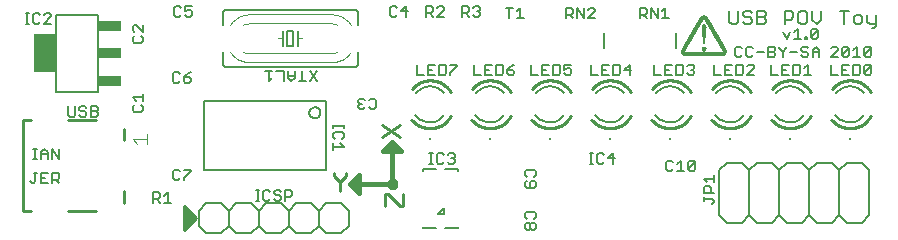
<source format=gto>
G75*
G70*
%OFA0B0*%
%FSLAX24Y24*%
%IPPOS*%
%LPD*%
%AMOC8*
5,1,8,0,0,1.08239X$1,22.5*
%
%ADD10C,0.0100*%
%ADD11C,0.0060*%
%ADD12C,0.0050*%
%ADD13C,0.0160*%
%ADD14C,0.0110*%
%ADD15C,0.0040*%
%ADD16C,0.0080*%
%ADD17R,0.0730X0.1260*%
%ADD18R,0.0730X0.0340*%
%ADD19C,0.0020*%
%ADD20R,0.0039X0.0551*%
%ADD21R,0.0079X0.0551*%
%ADD22R,0.0079X0.0039*%
%ADD23R,0.0079X0.0079*%
%ADD24R,0.0006X0.0006*%
%ADD25R,0.0006X0.0006*%
%ADD26R,0.0006X0.0006*%
%ADD27R,0.0006X0.0006*%
D10*
X005782Y004593D02*
X005782Y005343D01*
X005782Y005393D01*
X006182Y004993D01*
X005782Y004593D01*
X005782Y004637D02*
X005826Y004637D01*
X005782Y004736D02*
X005925Y004736D01*
X006023Y004834D02*
X005782Y004834D01*
X005782Y004933D02*
X006122Y004933D01*
X006143Y005031D02*
X005782Y005031D01*
X005782Y005130D02*
X006045Y005130D01*
X005946Y005229D02*
X005782Y005229D01*
X005782Y005327D02*
X005848Y005327D01*
X003781Y005503D02*
X003781Y005897D01*
X002856Y005227D02*
X001911Y005227D01*
X000690Y005227D02*
X000415Y005227D01*
X000415Y008259D01*
X000690Y008259D01*
X001911Y008259D02*
X002856Y008259D01*
X003781Y007983D02*
X003781Y007590D01*
X013371Y009310D02*
X013407Y009349D01*
X013446Y009387D01*
X013486Y009421D01*
X013529Y009453D01*
X013574Y009481D01*
X013621Y009507D01*
X013670Y009530D01*
X013720Y009549D01*
X013771Y009565D01*
X013823Y009577D01*
X013875Y009586D01*
X013929Y009591D01*
X013982Y009593D01*
X014038Y009591D01*
X014094Y009585D01*
X014149Y009575D01*
X014203Y009562D01*
X014257Y009544D01*
X014309Y009523D01*
X014359Y009499D01*
X014408Y009470D01*
X014454Y009439D01*
X014498Y009404D01*
X014540Y009367D01*
X014578Y009326D01*
X014614Y009283D01*
X014647Y009238D01*
X014677Y009190D01*
X013982Y007993D02*
X013928Y007995D01*
X013875Y008000D01*
X013821Y008009D01*
X013769Y008022D01*
X013718Y008038D01*
X013667Y008058D01*
X013618Y008080D01*
X013571Y008106D01*
X013526Y008136D01*
X013483Y008168D01*
X013442Y008203D01*
X013403Y008241D01*
X013367Y008281D01*
X013982Y007993D02*
X014036Y007995D01*
X014090Y008000D01*
X014143Y008009D01*
X014196Y008022D01*
X014247Y008038D01*
X014297Y008058D01*
X014346Y008081D01*
X014394Y008107D01*
X014439Y008136D01*
X014482Y008169D01*
X014523Y008204D01*
X014562Y008242D01*
X014598Y008282D01*
X014631Y008325D01*
X014661Y008370D01*
X014688Y008417D01*
X015982Y007993D02*
X016036Y007995D01*
X016090Y008000D01*
X016143Y008009D01*
X016196Y008022D01*
X016247Y008038D01*
X016297Y008058D01*
X016346Y008081D01*
X016394Y008107D01*
X016439Y008136D01*
X016482Y008169D01*
X016523Y008204D01*
X016562Y008242D01*
X016598Y008282D01*
X016631Y008325D01*
X016661Y008370D01*
X016688Y008417D01*
X016677Y009190D02*
X016647Y009238D01*
X016614Y009283D01*
X016578Y009326D01*
X016540Y009367D01*
X016498Y009404D01*
X016454Y009439D01*
X016408Y009470D01*
X016359Y009499D01*
X016309Y009523D01*
X016257Y009544D01*
X016203Y009562D01*
X016149Y009575D01*
X016094Y009585D01*
X016038Y009591D01*
X015982Y009593D01*
X015929Y009591D01*
X015875Y009586D01*
X015823Y009577D01*
X015771Y009565D01*
X015720Y009549D01*
X015670Y009530D01*
X015621Y009507D01*
X015574Y009481D01*
X015529Y009453D01*
X015486Y009421D01*
X015446Y009387D01*
X015407Y009349D01*
X015371Y009310D01*
X015367Y008281D02*
X015403Y008241D01*
X015442Y008203D01*
X015483Y008168D01*
X015526Y008136D01*
X015571Y008106D01*
X015618Y008080D01*
X015667Y008058D01*
X015718Y008038D01*
X015769Y008022D01*
X015821Y008009D01*
X015875Y008000D01*
X015928Y007995D01*
X015982Y007993D01*
X017982Y007993D02*
X018036Y007995D01*
X018090Y008000D01*
X018143Y008009D01*
X018196Y008022D01*
X018247Y008038D01*
X018297Y008058D01*
X018346Y008081D01*
X018394Y008107D01*
X018439Y008136D01*
X018482Y008169D01*
X018523Y008204D01*
X018562Y008242D01*
X018598Y008282D01*
X018631Y008325D01*
X018661Y008370D01*
X018688Y008417D01*
X018677Y009190D02*
X018647Y009238D01*
X018614Y009283D01*
X018578Y009326D01*
X018540Y009367D01*
X018498Y009404D01*
X018454Y009439D01*
X018408Y009470D01*
X018359Y009499D01*
X018309Y009523D01*
X018257Y009544D01*
X018203Y009562D01*
X018149Y009575D01*
X018094Y009585D01*
X018038Y009591D01*
X017982Y009593D01*
X017929Y009591D01*
X017875Y009586D01*
X017823Y009577D01*
X017771Y009565D01*
X017720Y009549D01*
X017670Y009530D01*
X017621Y009507D01*
X017574Y009481D01*
X017529Y009453D01*
X017486Y009421D01*
X017446Y009387D01*
X017407Y009349D01*
X017371Y009310D01*
X017367Y008281D02*
X017403Y008241D01*
X017442Y008203D01*
X017483Y008168D01*
X017526Y008136D01*
X017571Y008106D01*
X017618Y008080D01*
X017667Y008058D01*
X017718Y008038D01*
X017769Y008022D01*
X017821Y008009D01*
X017875Y008000D01*
X017928Y007995D01*
X017982Y007993D01*
X019982Y007993D02*
X020036Y007995D01*
X020090Y008000D01*
X020143Y008009D01*
X020196Y008022D01*
X020247Y008038D01*
X020297Y008058D01*
X020346Y008081D01*
X020394Y008107D01*
X020439Y008136D01*
X020482Y008169D01*
X020523Y008204D01*
X020562Y008242D01*
X020598Y008282D01*
X020631Y008325D01*
X020661Y008370D01*
X020688Y008417D01*
X020677Y009190D02*
X020647Y009238D01*
X020614Y009283D01*
X020578Y009326D01*
X020540Y009367D01*
X020498Y009404D01*
X020454Y009439D01*
X020408Y009470D01*
X020359Y009499D01*
X020309Y009523D01*
X020257Y009544D01*
X020203Y009562D01*
X020149Y009575D01*
X020094Y009585D01*
X020038Y009591D01*
X019982Y009593D01*
X019929Y009591D01*
X019875Y009586D01*
X019823Y009577D01*
X019771Y009565D01*
X019720Y009549D01*
X019670Y009530D01*
X019621Y009507D01*
X019574Y009481D01*
X019529Y009453D01*
X019486Y009421D01*
X019446Y009387D01*
X019407Y009349D01*
X019371Y009310D01*
X019367Y008281D02*
X019403Y008241D01*
X019442Y008203D01*
X019483Y008168D01*
X019526Y008136D01*
X019571Y008106D01*
X019618Y008080D01*
X019667Y008058D01*
X019718Y008038D01*
X019769Y008022D01*
X019821Y008009D01*
X019875Y008000D01*
X019928Y007995D01*
X019982Y007993D01*
X021982Y007993D02*
X022036Y007995D01*
X022090Y008000D01*
X022143Y008009D01*
X022196Y008022D01*
X022247Y008038D01*
X022297Y008058D01*
X022346Y008081D01*
X022394Y008107D01*
X022439Y008136D01*
X022482Y008169D01*
X022523Y008204D01*
X022562Y008242D01*
X022598Y008282D01*
X022631Y008325D01*
X022661Y008370D01*
X022688Y008417D01*
X022677Y009190D02*
X022647Y009238D01*
X022614Y009283D01*
X022578Y009326D01*
X022540Y009367D01*
X022498Y009404D01*
X022454Y009439D01*
X022408Y009470D01*
X022359Y009499D01*
X022309Y009523D01*
X022257Y009544D01*
X022203Y009562D01*
X022149Y009575D01*
X022094Y009585D01*
X022038Y009591D01*
X021982Y009593D01*
X021929Y009591D01*
X021875Y009586D01*
X021823Y009577D01*
X021771Y009565D01*
X021720Y009549D01*
X021670Y009530D01*
X021621Y009507D01*
X021574Y009481D01*
X021529Y009453D01*
X021486Y009421D01*
X021446Y009387D01*
X021407Y009349D01*
X021371Y009310D01*
X021367Y008281D02*
X021403Y008241D01*
X021442Y008203D01*
X021483Y008168D01*
X021526Y008136D01*
X021571Y008106D01*
X021618Y008080D01*
X021667Y008058D01*
X021718Y008038D01*
X021769Y008022D01*
X021821Y008009D01*
X021875Y008000D01*
X021928Y007995D01*
X021982Y007993D01*
X023982Y007993D02*
X024036Y007995D01*
X024090Y008000D01*
X024143Y008009D01*
X024196Y008022D01*
X024247Y008038D01*
X024297Y008058D01*
X024346Y008081D01*
X024394Y008107D01*
X024439Y008136D01*
X024482Y008169D01*
X024523Y008204D01*
X024562Y008242D01*
X024598Y008282D01*
X024631Y008325D01*
X024661Y008370D01*
X024688Y008417D01*
X024677Y009190D02*
X024647Y009238D01*
X024614Y009283D01*
X024578Y009326D01*
X024540Y009367D01*
X024498Y009404D01*
X024454Y009439D01*
X024408Y009470D01*
X024359Y009499D01*
X024309Y009523D01*
X024257Y009544D01*
X024203Y009562D01*
X024149Y009575D01*
X024094Y009585D01*
X024038Y009591D01*
X023982Y009593D01*
X023929Y009591D01*
X023875Y009586D01*
X023823Y009577D01*
X023771Y009565D01*
X023720Y009549D01*
X023670Y009530D01*
X023621Y009507D01*
X023574Y009481D01*
X023529Y009453D01*
X023486Y009421D01*
X023446Y009387D01*
X023407Y009349D01*
X023371Y009310D01*
X023367Y008281D02*
X023403Y008241D01*
X023442Y008203D01*
X023483Y008168D01*
X023526Y008136D01*
X023571Y008106D01*
X023618Y008080D01*
X023667Y008058D01*
X023718Y008038D01*
X023769Y008022D01*
X023821Y008009D01*
X023875Y008000D01*
X023928Y007995D01*
X023982Y007993D01*
X025982Y007993D02*
X026036Y007995D01*
X026090Y008000D01*
X026143Y008009D01*
X026196Y008022D01*
X026247Y008038D01*
X026297Y008058D01*
X026346Y008081D01*
X026394Y008107D01*
X026439Y008136D01*
X026482Y008169D01*
X026523Y008204D01*
X026562Y008242D01*
X026598Y008282D01*
X026631Y008325D01*
X026661Y008370D01*
X026688Y008417D01*
X026677Y009190D02*
X026647Y009238D01*
X026614Y009283D01*
X026578Y009326D01*
X026540Y009367D01*
X026498Y009404D01*
X026454Y009439D01*
X026408Y009470D01*
X026359Y009499D01*
X026309Y009523D01*
X026257Y009544D01*
X026203Y009562D01*
X026149Y009575D01*
X026094Y009585D01*
X026038Y009591D01*
X025982Y009593D01*
X025929Y009591D01*
X025875Y009586D01*
X025823Y009577D01*
X025771Y009565D01*
X025720Y009549D01*
X025670Y009530D01*
X025621Y009507D01*
X025574Y009481D01*
X025529Y009453D01*
X025486Y009421D01*
X025446Y009387D01*
X025407Y009349D01*
X025371Y009310D01*
X025367Y008281D02*
X025403Y008241D01*
X025442Y008203D01*
X025483Y008168D01*
X025526Y008136D01*
X025571Y008106D01*
X025618Y008080D01*
X025667Y008058D01*
X025718Y008038D01*
X025769Y008022D01*
X025821Y008009D01*
X025875Y008000D01*
X025928Y007995D01*
X025982Y007993D01*
X027982Y007993D02*
X028036Y007995D01*
X028090Y008000D01*
X028143Y008009D01*
X028196Y008022D01*
X028247Y008038D01*
X028297Y008058D01*
X028346Y008081D01*
X028394Y008107D01*
X028439Y008136D01*
X028482Y008169D01*
X028523Y008204D01*
X028562Y008242D01*
X028598Y008282D01*
X028631Y008325D01*
X028661Y008370D01*
X028688Y008417D01*
X028677Y009190D02*
X028647Y009238D01*
X028614Y009283D01*
X028578Y009326D01*
X028540Y009367D01*
X028498Y009404D01*
X028454Y009439D01*
X028408Y009470D01*
X028359Y009499D01*
X028309Y009523D01*
X028257Y009544D01*
X028203Y009562D01*
X028149Y009575D01*
X028094Y009585D01*
X028038Y009591D01*
X027982Y009593D01*
X027929Y009591D01*
X027875Y009586D01*
X027823Y009577D01*
X027771Y009565D01*
X027720Y009549D01*
X027670Y009530D01*
X027621Y009507D01*
X027574Y009481D01*
X027529Y009453D01*
X027486Y009421D01*
X027446Y009387D01*
X027407Y009349D01*
X027371Y009310D01*
X027367Y008281D02*
X027403Y008241D01*
X027442Y008203D01*
X027483Y008168D01*
X027526Y008136D01*
X027571Y008106D01*
X027618Y008080D01*
X027667Y008058D01*
X027718Y008038D01*
X027769Y008022D01*
X027821Y008009D01*
X027875Y008000D01*
X027928Y007995D01*
X027982Y007993D01*
D11*
X028456Y009161D02*
X028426Y009196D01*
X028395Y009229D01*
X028360Y009259D01*
X028324Y009286D01*
X028286Y009310D01*
X028246Y009332D01*
X028204Y009350D01*
X028161Y009366D01*
X028117Y009378D01*
X028073Y009386D01*
X028027Y009391D01*
X027982Y009393D01*
X027937Y009391D01*
X027891Y009386D01*
X027847Y009378D01*
X027803Y009366D01*
X027760Y009350D01*
X027718Y009332D01*
X027678Y009310D01*
X027640Y009286D01*
X027604Y009259D01*
X027569Y009229D01*
X027538Y009196D01*
X027508Y009161D01*
X027982Y008193D02*
X028028Y008195D01*
X028074Y008200D01*
X028120Y008209D01*
X028165Y008221D01*
X028208Y008237D01*
X028250Y008256D01*
X028291Y008279D01*
X028330Y008304D01*
X028366Y008332D01*
X028401Y008363D01*
X028433Y008397D01*
X028462Y008433D01*
X027982Y008193D02*
X027935Y008195D01*
X027887Y008201D01*
X027841Y008210D01*
X027795Y008223D01*
X027751Y008239D01*
X027707Y008259D01*
X027666Y008283D01*
X027627Y008309D01*
X027590Y008339D01*
X027555Y008372D01*
X027523Y008407D01*
X027494Y008444D01*
X026456Y009161D02*
X026426Y009196D01*
X026395Y009229D01*
X026360Y009259D01*
X026324Y009286D01*
X026286Y009310D01*
X026246Y009332D01*
X026204Y009350D01*
X026161Y009366D01*
X026117Y009378D01*
X026073Y009386D01*
X026027Y009391D01*
X025982Y009393D01*
X025937Y009391D01*
X025891Y009386D01*
X025847Y009378D01*
X025803Y009366D01*
X025760Y009350D01*
X025718Y009332D01*
X025678Y009310D01*
X025640Y009286D01*
X025604Y009259D01*
X025569Y009229D01*
X025538Y009196D01*
X025508Y009161D01*
X025982Y008193D02*
X026028Y008195D01*
X026074Y008200D01*
X026120Y008209D01*
X026165Y008221D01*
X026208Y008237D01*
X026250Y008256D01*
X026291Y008279D01*
X026330Y008304D01*
X026366Y008332D01*
X026401Y008363D01*
X026433Y008397D01*
X026462Y008433D01*
X025982Y008193D02*
X025935Y008195D01*
X025887Y008201D01*
X025841Y008210D01*
X025795Y008223D01*
X025751Y008239D01*
X025707Y008259D01*
X025666Y008283D01*
X025627Y008309D01*
X025590Y008339D01*
X025555Y008372D01*
X025523Y008407D01*
X025494Y008444D01*
X024456Y009161D02*
X024426Y009196D01*
X024395Y009229D01*
X024360Y009259D01*
X024324Y009286D01*
X024286Y009310D01*
X024246Y009332D01*
X024204Y009350D01*
X024161Y009366D01*
X024117Y009378D01*
X024073Y009386D01*
X024027Y009391D01*
X023982Y009393D01*
X023937Y009391D01*
X023891Y009386D01*
X023847Y009378D01*
X023803Y009366D01*
X023760Y009350D01*
X023718Y009332D01*
X023678Y009310D01*
X023640Y009286D01*
X023604Y009259D01*
X023569Y009229D01*
X023538Y009196D01*
X023508Y009161D01*
X023982Y008193D02*
X024028Y008195D01*
X024074Y008200D01*
X024120Y008209D01*
X024165Y008221D01*
X024208Y008237D01*
X024250Y008256D01*
X024291Y008279D01*
X024330Y008304D01*
X024366Y008332D01*
X024401Y008363D01*
X024433Y008397D01*
X024462Y008433D01*
X023982Y008193D02*
X023935Y008195D01*
X023887Y008201D01*
X023841Y008210D01*
X023795Y008223D01*
X023751Y008239D01*
X023707Y008259D01*
X023666Y008283D01*
X023627Y008309D01*
X023590Y008339D01*
X023555Y008372D01*
X023523Y008407D01*
X023494Y008444D01*
X022456Y009161D02*
X022426Y009196D01*
X022395Y009229D01*
X022360Y009259D01*
X022324Y009286D01*
X022286Y009310D01*
X022246Y009332D01*
X022204Y009350D01*
X022161Y009366D01*
X022117Y009378D01*
X022073Y009386D01*
X022027Y009391D01*
X021982Y009393D01*
X021937Y009391D01*
X021891Y009386D01*
X021847Y009378D01*
X021803Y009366D01*
X021760Y009350D01*
X021718Y009332D01*
X021678Y009310D01*
X021640Y009286D01*
X021604Y009259D01*
X021569Y009229D01*
X021538Y009196D01*
X021508Y009161D01*
X021982Y008193D02*
X022028Y008195D01*
X022074Y008200D01*
X022120Y008209D01*
X022165Y008221D01*
X022208Y008237D01*
X022250Y008256D01*
X022291Y008279D01*
X022330Y008304D01*
X022366Y008332D01*
X022401Y008363D01*
X022433Y008397D01*
X022462Y008433D01*
X021982Y008193D02*
X021935Y008195D01*
X021887Y008201D01*
X021841Y008210D01*
X021795Y008223D01*
X021751Y008239D01*
X021707Y008259D01*
X021666Y008283D01*
X021627Y008309D01*
X021590Y008339D01*
X021555Y008372D01*
X021523Y008407D01*
X021494Y008444D01*
X020456Y009161D02*
X020426Y009196D01*
X020395Y009229D01*
X020360Y009259D01*
X020324Y009286D01*
X020286Y009310D01*
X020246Y009332D01*
X020204Y009350D01*
X020161Y009366D01*
X020117Y009378D01*
X020073Y009386D01*
X020027Y009391D01*
X019982Y009393D01*
X019937Y009391D01*
X019891Y009386D01*
X019847Y009378D01*
X019803Y009366D01*
X019760Y009350D01*
X019718Y009332D01*
X019678Y009310D01*
X019640Y009286D01*
X019604Y009259D01*
X019569Y009229D01*
X019538Y009196D01*
X019508Y009161D01*
X019982Y008193D02*
X020028Y008195D01*
X020074Y008200D01*
X020120Y008209D01*
X020165Y008221D01*
X020208Y008237D01*
X020250Y008256D01*
X020291Y008279D01*
X020330Y008304D01*
X020366Y008332D01*
X020401Y008363D01*
X020433Y008397D01*
X020462Y008433D01*
X019982Y008193D02*
X019935Y008195D01*
X019887Y008201D01*
X019841Y008210D01*
X019795Y008223D01*
X019751Y008239D01*
X019707Y008259D01*
X019666Y008283D01*
X019627Y008309D01*
X019590Y008339D01*
X019555Y008372D01*
X019523Y008407D01*
X019494Y008444D01*
X018456Y009161D02*
X018426Y009196D01*
X018395Y009229D01*
X018360Y009259D01*
X018324Y009286D01*
X018286Y009310D01*
X018246Y009332D01*
X018204Y009350D01*
X018161Y009366D01*
X018117Y009378D01*
X018073Y009386D01*
X018027Y009391D01*
X017982Y009393D01*
X017937Y009391D01*
X017891Y009386D01*
X017847Y009378D01*
X017803Y009366D01*
X017760Y009350D01*
X017718Y009332D01*
X017678Y009310D01*
X017640Y009286D01*
X017604Y009259D01*
X017569Y009229D01*
X017538Y009196D01*
X017508Y009161D01*
X017982Y008193D02*
X018028Y008195D01*
X018074Y008200D01*
X018120Y008209D01*
X018165Y008221D01*
X018208Y008237D01*
X018250Y008256D01*
X018291Y008279D01*
X018330Y008304D01*
X018366Y008332D01*
X018401Y008363D01*
X018433Y008397D01*
X018462Y008433D01*
X017982Y008193D02*
X017935Y008195D01*
X017887Y008201D01*
X017841Y008210D01*
X017795Y008223D01*
X017751Y008239D01*
X017707Y008259D01*
X017666Y008283D01*
X017627Y008309D01*
X017590Y008339D01*
X017555Y008372D01*
X017523Y008407D01*
X017494Y008444D01*
X016456Y009161D02*
X016426Y009196D01*
X016395Y009229D01*
X016360Y009259D01*
X016324Y009286D01*
X016286Y009310D01*
X016246Y009332D01*
X016204Y009350D01*
X016161Y009366D01*
X016117Y009378D01*
X016073Y009386D01*
X016027Y009391D01*
X015982Y009393D01*
X015937Y009391D01*
X015891Y009386D01*
X015847Y009378D01*
X015803Y009366D01*
X015760Y009350D01*
X015718Y009332D01*
X015678Y009310D01*
X015640Y009286D01*
X015604Y009259D01*
X015569Y009229D01*
X015538Y009196D01*
X015508Y009161D01*
X015982Y008193D02*
X016028Y008195D01*
X016074Y008200D01*
X016120Y008209D01*
X016165Y008221D01*
X016208Y008237D01*
X016250Y008256D01*
X016291Y008279D01*
X016330Y008304D01*
X016366Y008332D01*
X016401Y008363D01*
X016433Y008397D01*
X016462Y008433D01*
X015982Y008193D02*
X015935Y008195D01*
X015887Y008201D01*
X015841Y008210D01*
X015795Y008223D01*
X015751Y008239D01*
X015707Y008259D01*
X015666Y008283D01*
X015627Y008309D01*
X015590Y008339D01*
X015555Y008372D01*
X015523Y008407D01*
X015494Y008444D01*
X014456Y009161D02*
X014426Y009196D01*
X014395Y009229D01*
X014360Y009259D01*
X014324Y009286D01*
X014286Y009310D01*
X014246Y009332D01*
X014204Y009350D01*
X014161Y009366D01*
X014117Y009378D01*
X014073Y009386D01*
X014027Y009391D01*
X013982Y009393D01*
X013937Y009391D01*
X013891Y009386D01*
X013847Y009378D01*
X013803Y009366D01*
X013760Y009350D01*
X013718Y009332D01*
X013678Y009310D01*
X013640Y009286D01*
X013604Y009259D01*
X013569Y009229D01*
X013538Y009196D01*
X013508Y009161D01*
X013982Y008193D02*
X014028Y008195D01*
X014074Y008200D01*
X014120Y008209D01*
X014165Y008221D01*
X014208Y008237D01*
X014250Y008256D01*
X014291Y008279D01*
X014330Y008304D01*
X014366Y008332D01*
X014401Y008363D01*
X014433Y008397D01*
X014462Y008433D01*
X013982Y008193D02*
X013935Y008195D01*
X013887Y008201D01*
X013841Y008210D01*
X013795Y008223D01*
X013751Y008239D01*
X013707Y008259D01*
X013666Y008283D01*
X013627Y008309D01*
X013590Y008339D01*
X013555Y008372D01*
X013523Y008407D01*
X013494Y008444D01*
X010529Y008895D02*
X010529Y006592D01*
X006435Y006592D01*
X006435Y008895D01*
X010529Y008895D01*
X009964Y008511D02*
X009966Y008537D01*
X009972Y008563D01*
X009981Y008588D01*
X009994Y008611D01*
X010010Y008632D01*
X010029Y008650D01*
X010051Y008666D01*
X010074Y008678D01*
X010099Y008686D01*
X010125Y008691D01*
X010152Y008692D01*
X010178Y008689D01*
X010203Y008682D01*
X010228Y008672D01*
X010250Y008658D01*
X010271Y008641D01*
X010288Y008622D01*
X010303Y008600D01*
X010314Y008576D01*
X010322Y008550D01*
X010326Y008524D01*
X010326Y008498D01*
X010322Y008472D01*
X010314Y008446D01*
X010303Y008422D01*
X010288Y008400D01*
X010271Y008381D01*
X010250Y008364D01*
X010228Y008350D01*
X010203Y008340D01*
X010178Y008333D01*
X010152Y008330D01*
X010125Y008331D01*
X010099Y008336D01*
X010074Y008344D01*
X010051Y008356D01*
X010029Y008372D01*
X010010Y008390D01*
X009994Y008411D01*
X009981Y008434D01*
X009972Y008459D01*
X009966Y008485D01*
X009964Y008511D01*
X011482Y010043D02*
X007182Y010043D01*
X007165Y010045D01*
X007148Y010049D01*
X007132Y010056D01*
X007118Y010066D01*
X007105Y010079D01*
X007095Y010093D01*
X007088Y010109D01*
X007084Y010126D01*
X007082Y010143D01*
X007082Y010543D01*
X009082Y010743D02*
X009082Y010993D01*
X009082Y011243D01*
X009232Y011243D02*
X009232Y010743D01*
X009432Y010743D01*
X009432Y011243D01*
X009232Y011243D01*
X009582Y011243D02*
X009582Y010993D01*
X009582Y010743D01*
X011482Y010043D02*
X011499Y010045D01*
X011516Y010049D01*
X011532Y010056D01*
X011546Y010066D01*
X011559Y010079D01*
X011569Y010093D01*
X011576Y010109D01*
X011580Y010126D01*
X011582Y010143D01*
X011582Y010543D01*
X011582Y011443D02*
X011582Y011843D01*
X011580Y011860D01*
X011576Y011877D01*
X011569Y011893D01*
X011559Y011907D01*
X011546Y011920D01*
X011532Y011930D01*
X011516Y011937D01*
X011499Y011941D01*
X011482Y011943D01*
X007182Y011943D01*
X007165Y011941D01*
X007148Y011937D01*
X007132Y011930D01*
X007118Y011920D01*
X007105Y011907D01*
X007095Y011893D01*
X007088Y011877D01*
X007084Y011860D01*
X007082Y011843D01*
X007082Y011443D01*
X007032Y005493D02*
X006532Y005493D01*
X006282Y005243D01*
X006282Y004743D01*
X006532Y004493D01*
X007032Y004493D01*
X007282Y004743D01*
X007532Y004493D01*
X008032Y004493D01*
X008282Y004743D01*
X008282Y005243D01*
X008032Y005493D01*
X007532Y005493D01*
X007282Y005243D01*
X007282Y004743D01*
X007282Y005243D02*
X007032Y005493D01*
X008282Y005243D02*
X008532Y005493D01*
X009032Y005493D01*
X009282Y005243D01*
X009532Y005493D01*
X010032Y005493D01*
X010282Y005243D01*
X010532Y005493D01*
X011032Y005493D01*
X011282Y005243D01*
X011282Y004743D01*
X011032Y004493D01*
X010532Y004493D01*
X010282Y004743D01*
X010032Y004493D01*
X009532Y004493D01*
X009282Y004743D01*
X009032Y004493D01*
X008532Y004493D01*
X008282Y004743D01*
X009282Y004743D02*
X009282Y005243D01*
X010282Y005243D02*
X010282Y004743D01*
X023632Y005093D02*
X023632Y006593D01*
X023882Y006843D01*
X024382Y006843D01*
X024632Y006593D01*
X024632Y005093D01*
X024882Y004843D01*
X025382Y004843D01*
X025632Y005093D01*
X025632Y006593D01*
X025882Y006843D01*
X026382Y006843D01*
X026632Y006593D01*
X026632Y005093D01*
X026882Y004843D01*
X027382Y004843D01*
X027632Y005093D01*
X027882Y004843D01*
X028382Y004843D01*
X028632Y005093D01*
X028632Y006593D01*
X028382Y006843D01*
X027882Y006843D01*
X027632Y006593D01*
X027632Y005093D01*
X026632Y005093D02*
X026382Y004843D01*
X025882Y004843D01*
X025632Y005093D01*
X024632Y005093D02*
X024382Y004843D01*
X023882Y004843D01*
X023632Y005093D01*
X024632Y006593D02*
X024882Y006843D01*
X025382Y006843D01*
X025632Y006593D01*
X026632Y006593D02*
X026882Y006843D01*
X027382Y006843D01*
X027632Y006593D01*
X028712Y011326D02*
X028786Y011326D01*
X028859Y011400D01*
X028859Y011767D01*
X028565Y011767D02*
X028565Y011547D01*
X028639Y011473D01*
X028859Y011473D01*
X028399Y011547D02*
X028399Y011693D01*
X028325Y011767D01*
X028178Y011767D01*
X028105Y011693D01*
X028105Y011547D01*
X028178Y011473D01*
X028325Y011473D01*
X028399Y011547D01*
X027791Y011473D02*
X027791Y011914D01*
X027645Y011914D02*
X027938Y011914D01*
X027018Y011914D02*
X027018Y011620D01*
X026871Y011473D01*
X026724Y011620D01*
X026724Y011914D01*
X026557Y011840D02*
X026484Y011914D01*
X026337Y011914D01*
X026264Y011840D01*
X026264Y011547D01*
X026337Y011473D01*
X026484Y011473D01*
X026557Y011547D01*
X026557Y011840D01*
X026097Y011840D02*
X026097Y011693D01*
X026023Y011620D01*
X025803Y011620D01*
X025803Y011473D02*
X025803Y011914D01*
X026023Y011914D01*
X026097Y011840D01*
X025176Y011840D02*
X025176Y011767D01*
X025103Y011693D01*
X024883Y011693D01*
X024716Y011620D02*
X024716Y011547D01*
X024642Y011473D01*
X024496Y011473D01*
X024422Y011547D01*
X024496Y011693D02*
X024642Y011693D01*
X024716Y011620D01*
X024883Y011473D02*
X025103Y011473D01*
X025176Y011547D01*
X025176Y011620D01*
X025103Y011693D01*
X025176Y011840D02*
X025103Y011914D01*
X024883Y011914D01*
X024883Y011473D01*
X024496Y011693D02*
X024422Y011767D01*
X024422Y011840D01*
X024496Y011914D01*
X024642Y011914D01*
X024716Y011840D01*
X024255Y011914D02*
X024255Y011547D01*
X024182Y011473D01*
X024035Y011473D01*
X023962Y011547D01*
X023962Y011914D01*
D12*
X025757Y011202D02*
X025874Y010968D01*
X025990Y011202D01*
X026125Y011202D02*
X026242Y011318D01*
X026242Y010968D01*
X026125Y010968D02*
X026359Y010968D01*
X026493Y010968D02*
X026493Y011026D01*
X026552Y011026D01*
X026552Y010968D01*
X026493Y010968D01*
X026678Y011026D02*
X026736Y010968D01*
X026853Y010968D01*
X026911Y011026D01*
X026911Y011260D01*
X026678Y011026D01*
X026678Y011260D01*
X026736Y011318D01*
X026853Y011318D01*
X026911Y011260D01*
X026852Y010718D02*
X026968Y010602D01*
X026968Y010368D01*
X026968Y010543D02*
X026735Y010543D01*
X026735Y010602D02*
X026852Y010718D01*
X026735Y010602D02*
X026735Y010368D01*
X026600Y010426D02*
X026542Y010368D01*
X026425Y010368D01*
X026367Y010426D01*
X026425Y010543D02*
X026542Y010543D01*
X026600Y010485D01*
X026600Y010426D01*
X026425Y010543D02*
X026367Y010602D01*
X026367Y010660D01*
X026425Y010718D01*
X026542Y010718D01*
X026600Y010660D01*
X026232Y010543D02*
X025998Y010543D01*
X025864Y010660D02*
X025864Y010718D01*
X025864Y010660D02*
X025747Y010543D01*
X025747Y010368D01*
X025747Y010543D02*
X025630Y010660D01*
X025630Y010718D01*
X025495Y010660D02*
X025495Y010602D01*
X025437Y010543D01*
X025262Y010543D01*
X025127Y010543D02*
X024893Y010543D01*
X024759Y010426D02*
X024700Y010368D01*
X024583Y010368D01*
X024525Y010426D01*
X024525Y010660D01*
X024583Y010718D01*
X024700Y010718D01*
X024759Y010660D01*
X025262Y010718D02*
X025437Y010718D01*
X025495Y010660D01*
X025437Y010543D02*
X025495Y010485D01*
X025495Y010426D01*
X025437Y010368D01*
X025262Y010368D01*
X025262Y010718D01*
X024390Y010660D02*
X024332Y010718D01*
X024215Y010718D01*
X024157Y010660D01*
X024157Y010426D01*
X024215Y010368D01*
X024332Y010368D01*
X024390Y010426D01*
X024369Y010118D02*
X024193Y010118D01*
X024193Y009768D01*
X024369Y009768D01*
X024427Y009826D01*
X024427Y010060D01*
X024369Y010118D01*
X024562Y010060D02*
X024620Y010118D01*
X024737Y010118D01*
X024795Y010060D01*
X024795Y010002D01*
X024562Y009768D01*
X024795Y009768D01*
X025357Y009768D02*
X025590Y009768D01*
X025725Y009768D02*
X025959Y009768D01*
X026093Y009768D02*
X026269Y009768D01*
X026327Y009826D01*
X026327Y010060D01*
X026269Y010118D01*
X026093Y010118D01*
X026093Y009768D01*
X025842Y009943D02*
X025725Y009943D01*
X025725Y010118D02*
X025725Y009768D01*
X025357Y009768D02*
X025357Y010118D01*
X025725Y010118D02*
X025959Y010118D01*
X026462Y010002D02*
X026578Y010118D01*
X026578Y009768D01*
X026462Y009768D02*
X026695Y009768D01*
X027357Y009768D02*
X027357Y010118D01*
X027725Y010118D02*
X027725Y009768D01*
X027959Y009768D01*
X028093Y009768D02*
X028269Y009768D01*
X028327Y009826D01*
X028327Y010060D01*
X028269Y010118D01*
X028093Y010118D01*
X028093Y009768D01*
X027842Y009943D02*
X027725Y009943D01*
X027590Y009768D02*
X027357Y009768D01*
X027725Y010118D02*
X027959Y010118D01*
X028462Y010060D02*
X028520Y010118D01*
X028637Y010118D01*
X028695Y010060D01*
X028462Y009826D01*
X028520Y009768D01*
X028637Y009768D01*
X028695Y009826D01*
X028695Y010060D01*
X028462Y010060D02*
X028462Y009826D01*
X028520Y010368D02*
X028462Y010426D01*
X028695Y010660D01*
X028695Y010426D01*
X028637Y010368D01*
X028520Y010368D01*
X028462Y010426D02*
X028462Y010660D01*
X028520Y010718D01*
X028637Y010718D01*
X028695Y010660D01*
X028327Y010368D02*
X028093Y010368D01*
X028210Y010368D02*
X028210Y010718D01*
X028093Y010602D01*
X027959Y010660D02*
X027725Y010426D01*
X027783Y010368D01*
X027900Y010368D01*
X027959Y010426D01*
X027959Y010660D01*
X027900Y010718D01*
X027783Y010718D01*
X027725Y010660D01*
X027725Y010426D01*
X027590Y010368D02*
X027357Y010368D01*
X027590Y010602D01*
X027590Y010660D01*
X027532Y010718D01*
X027415Y010718D01*
X027357Y010660D01*
X024059Y010118D02*
X023825Y010118D01*
X023825Y009768D01*
X024059Y009768D01*
X023942Y009943D02*
X023825Y009943D01*
X023690Y009768D02*
X023457Y009768D01*
X023457Y010118D01*
X022795Y010060D02*
X022795Y010002D01*
X022737Y009943D01*
X022795Y009885D01*
X022795Y009826D01*
X022737Y009768D01*
X022620Y009768D01*
X022562Y009826D01*
X022427Y009826D02*
X022427Y010060D01*
X022369Y010118D01*
X022193Y010118D01*
X022193Y009768D01*
X022369Y009768D01*
X022427Y009826D01*
X022678Y009943D02*
X022737Y009943D01*
X022795Y010060D02*
X022737Y010118D01*
X022620Y010118D01*
X022562Y010060D01*
X022059Y010118D02*
X021825Y010118D01*
X021825Y009768D01*
X022059Y009768D01*
X021942Y009943D02*
X021825Y009943D01*
X021690Y009768D02*
X021457Y009768D01*
X021457Y010118D01*
X020695Y009943D02*
X020462Y009943D01*
X020637Y010118D01*
X020637Y009768D01*
X020327Y009826D02*
X020327Y010060D01*
X020269Y010118D01*
X020093Y010118D01*
X020093Y009768D01*
X020269Y009768D01*
X020327Y009826D01*
X019959Y009768D02*
X019725Y009768D01*
X019725Y010118D01*
X019959Y010118D01*
X019842Y009943D02*
X019725Y009943D01*
X019590Y009768D02*
X019357Y009768D01*
X019357Y010118D01*
X018695Y010118D02*
X018462Y010118D01*
X018462Y009943D01*
X018578Y010002D01*
X018637Y010002D01*
X018695Y009943D01*
X018695Y009826D01*
X018637Y009768D01*
X018520Y009768D01*
X018462Y009826D01*
X018327Y009826D02*
X018327Y010060D01*
X018269Y010118D01*
X018093Y010118D01*
X018093Y009768D01*
X018269Y009768D01*
X018327Y009826D01*
X017959Y009768D02*
X017725Y009768D01*
X017725Y010118D01*
X017959Y010118D01*
X017842Y009943D02*
X017725Y009943D01*
X017590Y009768D02*
X017357Y009768D01*
X017357Y010118D01*
X016795Y010118D02*
X016678Y010060D01*
X016562Y009943D01*
X016737Y009943D01*
X016795Y009885D01*
X016795Y009826D01*
X016737Y009768D01*
X016620Y009768D01*
X016562Y009826D01*
X016562Y009943D01*
X016427Y009826D02*
X016427Y010060D01*
X016369Y010118D01*
X016193Y010118D01*
X016193Y009768D01*
X016369Y009768D01*
X016427Y009826D01*
X016059Y009768D02*
X015825Y009768D01*
X015825Y010118D01*
X016059Y010118D01*
X015942Y009943D02*
X015825Y009943D01*
X015690Y009768D02*
X015457Y009768D01*
X015457Y010118D01*
X014895Y010118D02*
X014895Y010060D01*
X014662Y009826D01*
X014662Y009768D01*
X014527Y009826D02*
X014527Y010060D01*
X014469Y010118D01*
X014293Y010118D01*
X014293Y009768D01*
X014469Y009768D01*
X014527Y009826D01*
X014159Y009768D02*
X013925Y009768D01*
X013925Y010118D01*
X014159Y010118D01*
X014662Y010118D02*
X014895Y010118D01*
X014042Y009943D02*
X013925Y009943D01*
X013790Y009768D02*
X013557Y009768D01*
X013557Y010118D01*
X012187Y008926D02*
X012128Y008984D01*
X012012Y008984D01*
X011953Y008926D01*
X011818Y008926D02*
X011760Y008984D01*
X011643Y008984D01*
X011585Y008926D01*
X011585Y008868D01*
X011643Y008809D01*
X011702Y008809D01*
X011643Y008809D02*
X011585Y008751D01*
X011585Y008692D01*
X011643Y008634D01*
X011760Y008634D01*
X011818Y008692D01*
X011953Y008692D02*
X012012Y008634D01*
X012128Y008634D01*
X012187Y008692D01*
X012187Y008926D01*
X011107Y008118D02*
X011107Y008001D01*
X011107Y008060D02*
X010757Y008060D01*
X010757Y008118D02*
X010757Y008001D01*
X010815Y007873D02*
X010757Y007814D01*
X010757Y007698D01*
X010815Y007639D01*
X010757Y007504D02*
X010757Y007271D01*
X010757Y007388D02*
X011107Y007388D01*
X010990Y007504D01*
X011049Y007639D02*
X011107Y007698D01*
X011107Y007814D01*
X011049Y007873D01*
X010815Y007873D01*
X013741Y006627D02*
X013741Y006588D01*
X013741Y006627D02*
X014174Y006627D01*
X014489Y006627D02*
X014922Y006627D01*
X014922Y006588D01*
X014746Y006818D02*
X014629Y006818D01*
X014571Y006876D01*
X014436Y006876D02*
X014377Y006818D01*
X014261Y006818D01*
X014202Y006876D01*
X014202Y007110D01*
X014261Y007168D01*
X014377Y007168D01*
X014436Y007110D01*
X014571Y007110D02*
X014629Y007168D01*
X014746Y007168D01*
X014804Y007110D01*
X014804Y007052D01*
X014746Y006993D01*
X014804Y006935D01*
X014804Y006876D01*
X014746Y006818D01*
X014746Y006993D02*
X014687Y006993D01*
X014074Y006818D02*
X013957Y006818D01*
X014015Y006818D02*
X014015Y007168D01*
X013957Y007168D02*
X014074Y007168D01*
X017157Y006560D02*
X017157Y006443D01*
X017215Y006385D01*
X017215Y006250D02*
X017157Y006191D01*
X017157Y006075D01*
X017215Y006016D01*
X017449Y006016D01*
X017507Y006075D01*
X017507Y006191D01*
X017449Y006250D01*
X017390Y006250D01*
X017332Y006191D01*
X017332Y006016D01*
X017449Y006385D02*
X017507Y006443D01*
X017507Y006560D01*
X017449Y006618D01*
X017215Y006618D01*
X017157Y006560D01*
X019307Y006818D02*
X019424Y006818D01*
X019365Y006818D02*
X019365Y007168D01*
X019307Y007168D02*
X019424Y007168D01*
X019552Y007110D02*
X019611Y007168D01*
X019727Y007168D01*
X019786Y007110D01*
X019921Y006993D02*
X020154Y006993D01*
X020096Y006818D02*
X020096Y007168D01*
X019921Y006993D01*
X019786Y006876D02*
X019727Y006818D01*
X019611Y006818D01*
X019552Y006876D01*
X019552Y007110D01*
X021857Y006860D02*
X021857Y006626D01*
X021915Y006568D01*
X022032Y006568D01*
X022090Y006626D01*
X022225Y006568D02*
X022459Y006568D01*
X022342Y006568D02*
X022342Y006918D01*
X022225Y006802D01*
X022090Y006860D02*
X022032Y006918D01*
X021915Y006918D01*
X021857Y006860D01*
X022593Y006860D02*
X022593Y006626D01*
X022827Y006860D01*
X022827Y006626D01*
X022769Y006568D01*
X022652Y006568D01*
X022593Y006626D01*
X022593Y006860D02*
X022652Y006918D01*
X022769Y006918D01*
X022827Y006860D01*
X023457Y006438D02*
X023457Y006205D01*
X023457Y006321D02*
X023107Y006321D01*
X023223Y006205D01*
X023165Y006070D02*
X023282Y006070D01*
X023340Y006012D01*
X023340Y005836D01*
X023457Y005836D02*
X023107Y005836D01*
X023107Y006012D01*
X023165Y006070D01*
X023107Y005702D02*
X023107Y005585D01*
X023107Y005643D02*
X023398Y005643D01*
X023457Y005585D01*
X023457Y005526D01*
X023398Y005468D01*
X017507Y005160D02*
X017507Y005043D01*
X017449Y004985D01*
X017449Y004850D02*
X017390Y004850D01*
X017332Y004791D01*
X017332Y004675D01*
X017274Y004616D01*
X017215Y004616D01*
X017157Y004675D01*
X017157Y004791D01*
X017215Y004850D01*
X017274Y004850D01*
X017332Y004791D01*
X017332Y004675D02*
X017390Y004616D01*
X017449Y004616D01*
X017507Y004675D01*
X017507Y004791D01*
X017449Y004850D01*
X017215Y004985D02*
X017157Y005043D01*
X017157Y005160D01*
X017215Y005218D01*
X017449Y005218D01*
X017507Y005160D01*
X014922Y004698D02*
X014922Y004659D01*
X014489Y004659D01*
X014174Y004659D02*
X013741Y004659D01*
X013741Y004698D01*
X014253Y005131D02*
X014450Y005328D01*
X014450Y005131D01*
X014253Y005131D01*
X009392Y005763D02*
X009334Y005705D01*
X009159Y005705D01*
X009159Y005588D02*
X009159Y005938D01*
X009334Y005938D01*
X009392Y005880D01*
X009392Y005763D01*
X009024Y005705D02*
X009024Y005646D01*
X008966Y005588D01*
X008849Y005588D01*
X008791Y005646D01*
X008849Y005763D02*
X008791Y005822D01*
X008791Y005880D01*
X008849Y005938D01*
X008966Y005938D01*
X009024Y005880D01*
X008966Y005763D02*
X009024Y005705D01*
X008966Y005763D02*
X008849Y005763D01*
X008656Y005646D02*
X008597Y005588D01*
X008481Y005588D01*
X008422Y005646D01*
X008422Y005880D01*
X008481Y005938D01*
X008597Y005938D01*
X008656Y005880D01*
X008294Y005938D02*
X008177Y005938D01*
X008235Y005938D02*
X008235Y005588D01*
X008177Y005588D02*
X008294Y005588D01*
X006022Y006560D02*
X005789Y006326D01*
X005789Y006268D01*
X005654Y006326D02*
X005595Y006268D01*
X005479Y006268D01*
X005420Y006326D01*
X005420Y006560D01*
X005479Y006618D01*
X005595Y006618D01*
X005654Y006560D01*
X005789Y006618D02*
X006022Y006618D01*
X006022Y006560D01*
X005242Y005868D02*
X005242Y005518D01*
X005125Y005518D02*
X005359Y005518D01*
X005125Y005752D02*
X005242Y005868D01*
X004990Y005810D02*
X004990Y005693D01*
X004932Y005635D01*
X004757Y005635D01*
X004874Y005635D02*
X004990Y005518D01*
X004757Y005518D02*
X004757Y005868D01*
X004932Y005868D01*
X004990Y005810D01*
X001627Y006168D02*
X001510Y006285D01*
X001569Y006285D02*
X001393Y006285D01*
X001393Y006168D02*
X001393Y006518D01*
X001569Y006518D01*
X001627Y006460D01*
X001627Y006343D01*
X001569Y006285D01*
X001259Y006168D02*
X001025Y006168D01*
X001025Y006518D01*
X001259Y006518D01*
X001142Y006343D02*
X001025Y006343D01*
X000890Y006518D02*
X000774Y006518D01*
X000832Y006518D02*
X000832Y006226D01*
X000774Y006168D01*
X000715Y006168D01*
X000657Y006226D01*
X000757Y006968D02*
X000874Y006968D01*
X000815Y006968D02*
X000815Y007318D01*
X000757Y007318D02*
X000874Y007318D01*
X001002Y007202D02*
X001119Y007318D01*
X001236Y007202D01*
X001236Y006968D01*
X001371Y006968D02*
X001371Y007318D01*
X001604Y006968D01*
X001604Y007318D01*
X001236Y007143D02*
X001002Y007143D01*
X001002Y007202D02*
X001002Y006968D01*
X001990Y008384D02*
X002107Y008384D01*
X002166Y008442D01*
X002166Y008734D01*
X002300Y008675D02*
X002300Y008617D01*
X002359Y008559D01*
X002475Y008559D01*
X002534Y008500D01*
X002534Y008442D01*
X002475Y008384D01*
X002359Y008384D01*
X002300Y008442D01*
X001990Y008384D02*
X001932Y008442D01*
X001932Y008734D01*
X002300Y008675D02*
X002359Y008734D01*
X002475Y008734D01*
X002534Y008675D01*
X002669Y008734D02*
X002844Y008734D01*
X002902Y008675D01*
X002902Y008617D01*
X002844Y008559D01*
X002669Y008559D01*
X002844Y008559D02*
X002902Y008500D01*
X002902Y008442D01*
X002844Y008384D01*
X002669Y008384D01*
X002669Y008734D01*
X004073Y008713D02*
X004073Y008597D01*
X004131Y008538D01*
X004365Y008538D01*
X004423Y008597D01*
X004423Y008713D01*
X004365Y008772D01*
X004423Y008907D02*
X004423Y009140D01*
X004423Y009023D02*
X004073Y009023D01*
X004189Y008907D01*
X004131Y008772D02*
X004073Y008713D01*
X005407Y009576D02*
X005465Y009518D01*
X005582Y009518D01*
X005640Y009576D01*
X005775Y009576D02*
X005833Y009518D01*
X005950Y009518D01*
X006009Y009576D01*
X006009Y009635D01*
X005950Y009693D01*
X005775Y009693D01*
X005775Y009576D01*
X005775Y009693D02*
X005892Y009810D01*
X006009Y009868D01*
X005640Y009810D02*
X005582Y009868D01*
X005465Y009868D01*
X005407Y009810D01*
X005407Y009576D01*
X004365Y010838D02*
X004423Y010897D01*
X004423Y011013D01*
X004365Y011072D01*
X004423Y011207D02*
X004189Y011440D01*
X004131Y011440D01*
X004073Y011382D01*
X004073Y011265D01*
X004131Y011207D01*
X004131Y011072D02*
X004073Y011013D01*
X004073Y010897D01*
X004131Y010838D01*
X004365Y010838D01*
X004423Y011207D02*
X004423Y011440D01*
X005457Y011776D02*
X005515Y011718D01*
X005632Y011718D01*
X005690Y011776D01*
X005825Y011776D02*
X005883Y011718D01*
X006000Y011718D01*
X006059Y011776D01*
X006059Y011893D01*
X006000Y011952D01*
X005942Y011952D01*
X005825Y011893D01*
X005825Y012068D01*
X006059Y012068D01*
X005690Y012010D02*
X005632Y012068D01*
X005515Y012068D01*
X005457Y012010D01*
X005457Y011776D01*
X001354Y011722D02*
X001354Y011780D01*
X001296Y011838D01*
X001179Y011838D01*
X001121Y011780D01*
X000986Y011780D02*
X000927Y011838D01*
X000811Y011838D01*
X000752Y011780D01*
X000752Y011546D01*
X000811Y011488D01*
X000927Y011488D01*
X000986Y011546D01*
X001121Y011488D02*
X001354Y011722D01*
X001354Y011488D02*
X001121Y011488D01*
X000624Y011488D02*
X000507Y011488D01*
X000565Y011488D02*
X000565Y011838D01*
X000507Y011838D02*
X000624Y011838D01*
X008500Y009918D02*
X008734Y009918D01*
X008617Y009918D02*
X008617Y009568D01*
X008734Y009685D01*
X009102Y009568D02*
X009102Y009918D01*
X008868Y009918D01*
X009237Y009918D02*
X009237Y009685D01*
X009353Y009568D01*
X009470Y009685D01*
X009470Y009918D01*
X009470Y009743D02*
X009237Y009743D01*
X009605Y009568D02*
X009839Y009568D01*
X009722Y009568D02*
X009722Y009918D01*
X009973Y009918D02*
X010207Y009568D01*
X009973Y009568D02*
X010207Y009918D01*
X012657Y011776D02*
X012715Y011718D01*
X012832Y011718D01*
X012890Y011776D01*
X013025Y011893D02*
X013259Y011893D01*
X013200Y011718D02*
X013200Y012068D01*
X013025Y011893D01*
X012890Y012010D02*
X012832Y012068D01*
X012715Y012068D01*
X012657Y012010D01*
X012657Y011776D01*
X013857Y011718D02*
X013857Y012068D01*
X014032Y012068D01*
X014090Y012010D01*
X014090Y011893D01*
X014032Y011835D01*
X013857Y011835D01*
X013974Y011835D02*
X014090Y011718D01*
X014225Y011718D02*
X014459Y011952D01*
X014459Y012010D01*
X014400Y012068D01*
X014283Y012068D01*
X014225Y012010D01*
X014225Y011718D02*
X014459Y011718D01*
X015057Y011718D02*
X015057Y012068D01*
X015232Y012068D01*
X015290Y012010D01*
X015290Y011893D01*
X015232Y011835D01*
X015057Y011835D01*
X015174Y011835D02*
X015290Y011718D01*
X015425Y011776D02*
X015483Y011718D01*
X015600Y011718D01*
X015659Y011776D01*
X015659Y011835D01*
X015600Y011893D01*
X015542Y011893D01*
X015600Y011893D02*
X015659Y011952D01*
X015659Y012010D01*
X015600Y012068D01*
X015483Y012068D01*
X015425Y012010D01*
X016507Y012018D02*
X016740Y012018D01*
X016624Y012018D02*
X016624Y011668D01*
X016875Y011668D02*
X017109Y011668D01*
X016992Y011668D02*
X016992Y012018D01*
X016875Y011902D01*
X018519Y012006D02*
X018519Y011656D01*
X018519Y011772D02*
X018695Y011772D01*
X018753Y011831D01*
X018753Y011947D01*
X018695Y012006D01*
X018519Y012006D01*
X018636Y011772D02*
X018753Y011656D01*
X018888Y011656D02*
X018888Y012006D01*
X019121Y011656D01*
X019121Y012006D01*
X019256Y011947D02*
X019314Y012006D01*
X019431Y012006D01*
X019490Y011947D01*
X019490Y011889D01*
X019256Y011656D01*
X019490Y011656D01*
X020969Y011656D02*
X020969Y012006D01*
X021145Y012006D01*
X021203Y011947D01*
X021203Y011831D01*
X021145Y011772D01*
X020969Y011772D01*
X021086Y011772D02*
X021203Y011656D01*
X021338Y011656D02*
X021338Y012006D01*
X021571Y011656D01*
X021571Y012006D01*
X021706Y011889D02*
X021823Y012006D01*
X021823Y011656D01*
X021706Y011656D02*
X021940Y011656D01*
D13*
X013032Y007243D02*
X012732Y007543D01*
X012432Y007243D01*
X013032Y007243D01*
X013019Y007255D02*
X012444Y007255D01*
X012603Y007414D02*
X012861Y007414D01*
X012732Y007543D02*
X012732Y006143D01*
X012632Y006143D02*
X012634Y006163D01*
X012640Y006181D01*
X012649Y006199D01*
X012661Y006214D01*
X012676Y006226D01*
X012694Y006235D01*
X012712Y006241D01*
X012732Y006243D01*
X012752Y006241D01*
X012770Y006235D01*
X012788Y006226D01*
X012803Y006214D01*
X012815Y006199D01*
X012824Y006181D01*
X012830Y006163D01*
X012832Y006143D01*
X012830Y006123D01*
X012824Y006105D01*
X012815Y006087D01*
X012803Y006072D01*
X012788Y006060D01*
X012770Y006051D01*
X012752Y006045D01*
X012732Y006043D01*
X012712Y006045D01*
X012694Y006051D01*
X012676Y006060D01*
X012661Y006072D01*
X012649Y006087D01*
X012640Y006105D01*
X012634Y006123D01*
X012632Y006143D01*
X012732Y006143D02*
X011332Y006143D01*
X011632Y005843D01*
X011632Y006443D01*
X011332Y006143D01*
X011334Y006146D02*
X011632Y006146D01*
X011632Y006304D02*
X011493Y006304D01*
X011488Y005987D02*
X011632Y005987D01*
D14*
X011180Y006390D02*
X010984Y006193D01*
X010984Y005898D01*
X010984Y006193D02*
X010787Y006390D01*
X010787Y006489D01*
X011180Y006489D02*
X011180Y006390D01*
X012486Y005792D02*
X012585Y005792D01*
X012978Y005398D01*
X013077Y005398D01*
X013077Y005792D01*
X012486Y005792D02*
X012486Y005398D01*
X012386Y007698D02*
X012977Y008092D01*
X012977Y007698D02*
X012386Y008092D01*
D15*
X004537Y007791D02*
X004537Y007484D01*
X004537Y007637D02*
X004076Y007637D01*
X004230Y007484D01*
D16*
X002932Y009203D02*
X001532Y009203D01*
X001532Y011783D01*
X002932Y011783D01*
X002932Y009203D01*
D17*
X001157Y010493D03*
D18*
X003307Y010493D03*
X003307Y009583D03*
X003307Y011403D03*
D19*
X007982Y011493D02*
X010682Y011493D01*
X010682Y011793D02*
X007982Y011793D01*
X007926Y011791D01*
X007871Y011785D01*
X007816Y011776D01*
X007762Y011762D01*
X007709Y011745D01*
X007658Y011724D01*
X007608Y011700D01*
X007560Y011672D01*
X007513Y011641D01*
X007469Y011607D01*
X007428Y011570D01*
X007389Y011530D01*
X007353Y011488D01*
X007321Y011443D01*
X007764Y010543D02*
X007798Y010528D01*
X007834Y010515D01*
X007870Y010506D01*
X007907Y010499D01*
X007944Y010494D01*
X007982Y010493D01*
X010682Y010493D01*
X010682Y010193D02*
X007982Y010193D01*
X007764Y011443D02*
X007798Y011458D01*
X007834Y011471D01*
X007870Y011480D01*
X007907Y011487D01*
X007944Y011492D01*
X007982Y011493D01*
X007321Y010543D02*
X007353Y010498D01*
X007389Y010456D01*
X007428Y010416D01*
X007470Y010379D01*
X007513Y010345D01*
X007560Y010314D01*
X007608Y010286D01*
X007658Y010262D01*
X007709Y010241D01*
X007762Y010224D01*
X007816Y010210D01*
X007871Y010201D01*
X007926Y010195D01*
X007982Y010193D01*
X008932Y010993D02*
X009082Y010993D01*
X009582Y010993D02*
X009732Y010993D01*
X010682Y010193D02*
X010738Y010195D01*
X010793Y010201D01*
X010848Y010210D01*
X010902Y010224D01*
X010955Y010241D01*
X011006Y010262D01*
X011056Y010286D01*
X011104Y010314D01*
X011151Y010345D01*
X011195Y010379D01*
X011236Y010416D01*
X011275Y010456D01*
X011311Y010498D01*
X011343Y010543D01*
X010900Y010543D02*
X010866Y010528D01*
X010830Y010515D01*
X010794Y010506D01*
X010757Y010499D01*
X010720Y010494D01*
X010682Y010493D01*
X010900Y011443D02*
X010866Y011458D01*
X010830Y011471D01*
X010794Y011480D01*
X010757Y011487D01*
X010720Y011492D01*
X010682Y011493D01*
X010682Y011793D02*
X010738Y011791D01*
X010793Y011785D01*
X010848Y011776D01*
X010902Y011762D01*
X010955Y011745D01*
X011006Y011724D01*
X011056Y011700D01*
X011104Y011672D01*
X011151Y011641D01*
X011194Y011607D01*
X011236Y011570D01*
X011275Y011530D01*
X011311Y011488D01*
X011343Y011443D01*
D20*
X018253Y010893D03*
X020653Y010893D03*
D21*
X019769Y010893D03*
X022169Y010893D03*
D22*
X022130Y010637D03*
X022130Y011149D03*
X019730Y011149D03*
X019730Y010637D03*
D23*
X019992Y007643D03*
X021992Y007643D03*
X023992Y007643D03*
X025992Y007643D03*
X027992Y007643D03*
X017992Y007643D03*
X015992Y007643D03*
X013992Y007643D03*
D24*
X022391Y010510D03*
X022391Y010516D03*
X022403Y010516D03*
X022403Y010510D03*
X022403Y010498D03*
X022403Y010486D03*
X022403Y010480D03*
X022421Y010480D03*
X022421Y010486D03*
X022433Y010486D03*
X022433Y010480D03*
X022433Y010468D03*
X022433Y010456D03*
X022433Y010450D03*
X022433Y010438D03*
X022421Y010450D03*
X022421Y010456D03*
X022421Y010468D03*
X022451Y010468D03*
X022463Y010468D03*
X022463Y010456D03*
X022463Y010450D03*
X022463Y010438D03*
X022463Y010426D03*
X022463Y010420D03*
X022451Y010420D03*
X022451Y010426D03*
X022451Y010438D03*
X022451Y010450D03*
X022451Y010456D03*
X022451Y010480D03*
X022451Y010486D03*
X022463Y010486D03*
X022463Y010480D03*
X022481Y010480D03*
X022481Y010486D03*
X022493Y010486D03*
X022493Y010480D03*
X022493Y010468D03*
X022493Y010456D03*
X022493Y010450D03*
X022493Y010438D03*
X022493Y010426D03*
X022493Y010420D03*
X022493Y010408D03*
X022481Y010408D03*
X022481Y010420D03*
X022481Y010426D03*
X022481Y010438D03*
X022481Y010450D03*
X022481Y010456D03*
X022481Y010468D03*
X022511Y010468D03*
X022523Y010468D03*
X022523Y010456D03*
X022523Y010450D03*
X022523Y010438D03*
X022523Y010426D03*
X022523Y010420D03*
X022523Y010408D03*
X022511Y010408D03*
X022511Y010420D03*
X022511Y010426D03*
X022511Y010438D03*
X022511Y010450D03*
X022511Y010456D03*
X022511Y010480D03*
X022511Y010486D03*
X022523Y010486D03*
X022523Y010480D03*
X022541Y010480D03*
X022541Y010486D03*
X022553Y010486D03*
X022553Y010480D03*
X022553Y010468D03*
X022553Y010456D03*
X022553Y010450D03*
X022553Y010438D03*
X022553Y010426D03*
X022553Y010420D03*
X022553Y010408D03*
X022553Y010396D03*
X022541Y010396D03*
X022541Y010408D03*
X022541Y010420D03*
X022541Y010426D03*
X022541Y010438D03*
X022541Y010450D03*
X022541Y010456D03*
X022541Y010468D03*
X022571Y010468D03*
X022583Y010468D03*
X022583Y010456D03*
X022583Y010450D03*
X022583Y010438D03*
X022583Y010426D03*
X022583Y010420D03*
X022583Y010408D03*
X022571Y010408D03*
X022571Y010420D03*
X022571Y010426D03*
X022571Y010438D03*
X022571Y010450D03*
X022571Y010456D03*
X022571Y010480D03*
X022571Y010486D03*
X022583Y010486D03*
X022583Y010480D03*
X022601Y010480D03*
X022601Y010486D03*
X022613Y010486D03*
X022613Y010480D03*
X022613Y010468D03*
X022613Y010456D03*
X022613Y010450D03*
X022613Y010438D03*
X022613Y010426D03*
X022613Y010420D03*
X022613Y010408D03*
X022613Y010396D03*
X022601Y010396D03*
X022601Y010408D03*
X022601Y010420D03*
X022601Y010426D03*
X022601Y010438D03*
X022601Y010450D03*
X022601Y010456D03*
X022601Y010468D03*
X022631Y010468D03*
X022643Y010468D03*
X022643Y010456D03*
X022643Y010450D03*
X022643Y010438D03*
X022643Y010426D03*
X022643Y010420D03*
X022643Y010408D03*
X022631Y010408D03*
X022631Y010420D03*
X022631Y010426D03*
X022631Y010438D03*
X022631Y010450D03*
X022631Y010456D03*
X022631Y010480D03*
X022631Y010486D03*
X022643Y010486D03*
X022643Y010480D03*
X022661Y010480D03*
X022661Y010486D03*
X022673Y010486D03*
X022673Y010480D03*
X022673Y010468D03*
X022673Y010456D03*
X022673Y010450D03*
X022673Y010438D03*
X022673Y010426D03*
X022673Y010420D03*
X022673Y010408D03*
X022673Y010396D03*
X022661Y010396D03*
X022661Y010408D03*
X022661Y010420D03*
X022661Y010426D03*
X022661Y010438D03*
X022661Y010450D03*
X022661Y010456D03*
X022661Y010468D03*
X022691Y010468D03*
X022703Y010468D03*
X022703Y010456D03*
X022703Y010450D03*
X022703Y010438D03*
X022703Y010426D03*
X022703Y010420D03*
X022703Y010408D03*
X022691Y010408D03*
X022691Y010420D03*
X022691Y010426D03*
X022691Y010438D03*
X022691Y010450D03*
X022691Y010456D03*
X022691Y010480D03*
X022691Y010486D03*
X022703Y010486D03*
X022703Y010480D03*
X022721Y010480D03*
X022721Y010486D03*
X022733Y010486D03*
X022733Y010480D03*
X022733Y010468D03*
X022733Y010456D03*
X022733Y010450D03*
X022733Y010438D03*
X022733Y010426D03*
X022733Y010420D03*
X022733Y010408D03*
X022733Y010396D03*
X022721Y010396D03*
X022721Y010408D03*
X022721Y010420D03*
X022721Y010426D03*
X022721Y010438D03*
X022721Y010450D03*
X022721Y010456D03*
X022721Y010468D03*
X022751Y010468D03*
X022763Y010468D03*
X022763Y010456D03*
X022763Y010450D03*
X022763Y010438D03*
X022763Y010426D03*
X022763Y010420D03*
X022763Y010408D03*
X022751Y010408D03*
X022751Y010420D03*
X022751Y010426D03*
X022751Y010438D03*
X022751Y010450D03*
X022751Y010456D03*
X022751Y010480D03*
X022751Y010486D03*
X022763Y010486D03*
X022763Y010480D03*
X022781Y010480D03*
X022781Y010486D03*
X022793Y010486D03*
X022793Y010480D03*
X022793Y010468D03*
X022793Y010456D03*
X022793Y010450D03*
X022793Y010438D03*
X022793Y010426D03*
X022793Y010420D03*
X022793Y010408D03*
X022793Y010396D03*
X022781Y010396D03*
X022781Y010408D03*
X022781Y010420D03*
X022781Y010426D03*
X022781Y010438D03*
X022781Y010450D03*
X022781Y010456D03*
X022781Y010468D03*
X022811Y010468D03*
X022823Y010468D03*
X022823Y010456D03*
X022823Y010450D03*
X022823Y010438D03*
X022823Y010426D03*
X022823Y010420D03*
X022823Y010408D03*
X022811Y010408D03*
X022811Y010420D03*
X022811Y010426D03*
X022811Y010438D03*
X022811Y010450D03*
X022811Y010456D03*
X022811Y010480D03*
X022811Y010486D03*
X022823Y010486D03*
X022823Y010480D03*
X022841Y010480D03*
X022841Y010486D03*
X022853Y010486D03*
X022853Y010480D03*
X022853Y010468D03*
X022853Y010456D03*
X022853Y010450D03*
X022853Y010438D03*
X022853Y010426D03*
X022853Y010420D03*
X022853Y010408D03*
X022853Y010396D03*
X022841Y010396D03*
X022841Y010408D03*
X022841Y010420D03*
X022841Y010426D03*
X022841Y010438D03*
X022841Y010450D03*
X022841Y010456D03*
X022841Y010468D03*
X022871Y010468D03*
X022883Y010468D03*
X022883Y010456D03*
X022883Y010450D03*
X022883Y010438D03*
X022883Y010426D03*
X022883Y010420D03*
X022883Y010408D03*
X022871Y010408D03*
X022871Y010420D03*
X022871Y010426D03*
X022871Y010438D03*
X022871Y010450D03*
X022871Y010456D03*
X022871Y010480D03*
X022871Y010486D03*
X022883Y010486D03*
X022883Y010480D03*
X022901Y010480D03*
X022901Y010486D03*
X022913Y010486D03*
X022913Y010480D03*
X022913Y010468D03*
X022913Y010456D03*
X022913Y010450D03*
X022913Y010438D03*
X022913Y010426D03*
X022913Y010420D03*
X022913Y010408D03*
X022913Y010396D03*
X022901Y010396D03*
X022901Y010408D03*
X022901Y010420D03*
X022901Y010426D03*
X022901Y010438D03*
X022901Y010450D03*
X022901Y010456D03*
X022901Y010468D03*
X022931Y010468D03*
X022943Y010468D03*
X022943Y010456D03*
X022943Y010450D03*
X022943Y010438D03*
X022943Y010426D03*
X022943Y010420D03*
X022943Y010408D03*
X022931Y010408D03*
X022931Y010420D03*
X022931Y010426D03*
X022931Y010438D03*
X022931Y010450D03*
X022931Y010456D03*
X022931Y010480D03*
X022931Y010486D03*
X022943Y010486D03*
X022943Y010480D03*
X022961Y010480D03*
X022961Y010486D03*
X022973Y010486D03*
X022973Y010480D03*
X022973Y010468D03*
X022973Y010456D03*
X022973Y010450D03*
X022973Y010438D03*
X022973Y010426D03*
X022973Y010420D03*
X022973Y010408D03*
X022973Y010396D03*
X022961Y010396D03*
X022961Y010408D03*
X022961Y010420D03*
X022961Y010426D03*
X022961Y010438D03*
X022961Y010450D03*
X022961Y010456D03*
X022961Y010468D03*
X022991Y010468D03*
X023003Y010468D03*
X023003Y010456D03*
X023003Y010450D03*
X023003Y010438D03*
X023003Y010426D03*
X023003Y010420D03*
X023003Y010408D03*
X022991Y010408D03*
X022991Y010420D03*
X022991Y010426D03*
X022991Y010438D03*
X022991Y010450D03*
X022991Y010456D03*
X022991Y010480D03*
X022991Y010486D03*
X023003Y010486D03*
X023003Y010480D03*
X023021Y010480D03*
X023021Y010486D03*
X023033Y010486D03*
X023033Y010480D03*
X023033Y010468D03*
X023033Y010456D03*
X023033Y010450D03*
X023033Y010438D03*
X023033Y010426D03*
X023033Y010420D03*
X023033Y010408D03*
X023033Y010396D03*
X023021Y010396D03*
X023021Y010408D03*
X023021Y010420D03*
X023021Y010426D03*
X023021Y010438D03*
X023021Y010450D03*
X023021Y010456D03*
X023021Y010468D03*
X023051Y010468D03*
X023063Y010468D03*
X023063Y010456D03*
X023063Y010450D03*
X023063Y010438D03*
X023063Y010426D03*
X023063Y010420D03*
X023063Y010408D03*
X023051Y010408D03*
X023051Y010420D03*
X023051Y010426D03*
X023051Y010438D03*
X023051Y010450D03*
X023051Y010456D03*
X023051Y010480D03*
X023051Y010486D03*
X023063Y010486D03*
X023063Y010480D03*
X023081Y010480D03*
X023081Y010486D03*
X023093Y010486D03*
X023093Y010480D03*
X023093Y010468D03*
X023093Y010456D03*
X023093Y010450D03*
X023093Y010438D03*
X023093Y010426D03*
X023093Y010420D03*
X023093Y010408D03*
X023093Y010396D03*
X023081Y010396D03*
X023081Y010408D03*
X023081Y010420D03*
X023081Y010426D03*
X023081Y010438D03*
X023081Y010450D03*
X023081Y010456D03*
X023081Y010468D03*
X023111Y010468D03*
X023123Y010468D03*
X023123Y010456D03*
X023123Y010450D03*
X023123Y010438D03*
X023123Y010426D03*
X023123Y010420D03*
X023123Y010408D03*
X023111Y010408D03*
X023111Y010420D03*
X023111Y010426D03*
X023111Y010438D03*
X023111Y010450D03*
X023111Y010456D03*
X023111Y010480D03*
X023111Y010486D03*
X023123Y010486D03*
X023123Y010480D03*
X023141Y010480D03*
X023141Y010486D03*
X023153Y010486D03*
X023153Y010480D03*
X023153Y010468D03*
X023153Y010456D03*
X023153Y010450D03*
X023153Y010438D03*
X023153Y010426D03*
X023153Y010420D03*
X023153Y010408D03*
X023153Y010396D03*
X023141Y010396D03*
X023141Y010408D03*
X023141Y010420D03*
X023141Y010426D03*
X023141Y010438D03*
X023141Y010450D03*
X023141Y010456D03*
X023141Y010468D03*
X023171Y010468D03*
X023183Y010468D03*
X023183Y010456D03*
X023183Y010450D03*
X023183Y010438D03*
X023183Y010426D03*
X023183Y010420D03*
X023183Y010408D03*
X023171Y010408D03*
X023171Y010420D03*
X023171Y010426D03*
X023171Y010438D03*
X023171Y010450D03*
X023171Y010456D03*
X023171Y010480D03*
X023171Y010486D03*
X023183Y010486D03*
X023183Y010480D03*
X023201Y010480D03*
X023201Y010486D03*
X023213Y010486D03*
X023213Y010480D03*
X023213Y010468D03*
X023213Y010456D03*
X023213Y010450D03*
X023213Y010438D03*
X023213Y010426D03*
X023213Y010420D03*
X023213Y010408D03*
X023213Y010396D03*
X023201Y010396D03*
X023201Y010408D03*
X023201Y010420D03*
X023201Y010426D03*
X023201Y010438D03*
X023201Y010450D03*
X023201Y010456D03*
X023201Y010468D03*
X023231Y010468D03*
X023243Y010468D03*
X023243Y010456D03*
X023243Y010450D03*
X023243Y010438D03*
X023243Y010426D03*
X023243Y010420D03*
X023243Y010408D03*
X023231Y010408D03*
X023231Y010420D03*
X023231Y010426D03*
X023231Y010438D03*
X023231Y010450D03*
X023231Y010456D03*
X023231Y010480D03*
X023231Y010486D03*
X023243Y010486D03*
X023243Y010480D03*
X023261Y010480D03*
X023261Y010486D03*
X023273Y010486D03*
X023273Y010480D03*
X023273Y010468D03*
X023273Y010456D03*
X023273Y010450D03*
X023273Y010438D03*
X023273Y010426D03*
X023273Y010420D03*
X023273Y010408D03*
X023273Y010396D03*
X023261Y010396D03*
X023261Y010408D03*
X023261Y010420D03*
X023261Y010426D03*
X023261Y010438D03*
X023261Y010450D03*
X023261Y010456D03*
X023261Y010468D03*
X023291Y010468D03*
X023303Y010468D03*
X023303Y010456D03*
X023303Y010450D03*
X023303Y010438D03*
X023303Y010426D03*
X023303Y010420D03*
X023303Y010408D03*
X023291Y010408D03*
X023291Y010420D03*
X023291Y010426D03*
X023291Y010438D03*
X023291Y010450D03*
X023291Y010456D03*
X023291Y010480D03*
X023291Y010486D03*
X023303Y010486D03*
X023303Y010480D03*
X023321Y010480D03*
X023321Y010486D03*
X023333Y010486D03*
X023333Y010480D03*
X023333Y010468D03*
X023333Y010456D03*
X023333Y010450D03*
X023333Y010438D03*
X023333Y010426D03*
X023333Y010420D03*
X023333Y010408D03*
X023333Y010396D03*
X023321Y010396D03*
X023321Y010408D03*
X023321Y010420D03*
X023321Y010426D03*
X023321Y010438D03*
X023321Y010450D03*
X023321Y010456D03*
X023321Y010468D03*
X023351Y010468D03*
X023363Y010468D03*
X023363Y010456D03*
X023363Y010450D03*
X023363Y010438D03*
X023363Y010426D03*
X023363Y010420D03*
X023363Y010408D03*
X023351Y010408D03*
X023351Y010420D03*
X023351Y010426D03*
X023351Y010438D03*
X023351Y010450D03*
X023351Y010456D03*
X023351Y010480D03*
X023351Y010486D03*
X023363Y010486D03*
X023363Y010480D03*
X023381Y010480D03*
X023381Y010486D03*
X023393Y010486D03*
X023393Y010480D03*
X023393Y010468D03*
X023393Y010456D03*
X023393Y010450D03*
X023393Y010438D03*
X023393Y010426D03*
X023393Y010420D03*
X023393Y010408D03*
X023393Y010396D03*
X023381Y010396D03*
X023381Y010408D03*
X023381Y010420D03*
X023381Y010426D03*
X023381Y010438D03*
X023381Y010450D03*
X023381Y010456D03*
X023381Y010468D03*
X023411Y010468D03*
X023423Y010468D03*
X023423Y010456D03*
X023423Y010450D03*
X023423Y010438D03*
X023423Y010426D03*
X023423Y010420D03*
X023423Y010408D03*
X023411Y010408D03*
X023411Y010420D03*
X023411Y010426D03*
X023411Y010438D03*
X023411Y010450D03*
X023411Y010456D03*
X023411Y010480D03*
X023411Y010486D03*
X023423Y010486D03*
X023423Y010480D03*
X023441Y010480D03*
X023441Y010486D03*
X023453Y010486D03*
X023453Y010480D03*
X023453Y010468D03*
X023453Y010456D03*
X023453Y010450D03*
X023453Y010438D03*
X023453Y010426D03*
X023453Y010420D03*
X023453Y010408D03*
X023453Y010396D03*
X023441Y010396D03*
X023441Y010408D03*
X023441Y010420D03*
X023441Y010426D03*
X023441Y010438D03*
X023441Y010450D03*
X023441Y010456D03*
X023441Y010468D03*
X023471Y010468D03*
X023483Y010468D03*
X023483Y010456D03*
X023483Y010450D03*
X023483Y010438D03*
X023483Y010426D03*
X023483Y010420D03*
X023483Y010408D03*
X023471Y010408D03*
X023471Y010420D03*
X023471Y010426D03*
X023471Y010438D03*
X023471Y010450D03*
X023471Y010456D03*
X023471Y010480D03*
X023471Y010486D03*
X023483Y010486D03*
X023483Y010480D03*
X023501Y010480D03*
X023501Y010486D03*
X023513Y010486D03*
X023513Y010480D03*
X023513Y010468D03*
X023513Y010456D03*
X023513Y010450D03*
X023513Y010438D03*
X023513Y010426D03*
X023513Y010420D03*
X023513Y010408D03*
X023513Y010396D03*
X023501Y010396D03*
X023501Y010408D03*
X023501Y010420D03*
X023501Y010426D03*
X023501Y010438D03*
X023501Y010450D03*
X023501Y010456D03*
X023501Y010468D03*
X023531Y010468D03*
X023543Y010468D03*
X023543Y010456D03*
X023543Y010450D03*
X023543Y010438D03*
X023543Y010426D03*
X023543Y010420D03*
X023543Y010408D03*
X023531Y010408D03*
X023531Y010420D03*
X023531Y010426D03*
X023531Y010438D03*
X023531Y010450D03*
X023531Y010456D03*
X023531Y010480D03*
X023531Y010486D03*
X023543Y010486D03*
X023543Y010480D03*
X023561Y010480D03*
X023561Y010486D03*
X023573Y010486D03*
X023573Y010480D03*
X023573Y010468D03*
X023573Y010456D03*
X023573Y010450D03*
X023573Y010438D03*
X023573Y010426D03*
X023573Y010420D03*
X023573Y010408D03*
X023573Y010396D03*
X023561Y010396D03*
X023561Y010408D03*
X023561Y010420D03*
X023561Y010426D03*
X023561Y010438D03*
X023561Y010450D03*
X023561Y010456D03*
X023561Y010468D03*
X023591Y010468D03*
X023603Y010468D03*
X023603Y010456D03*
X023603Y010450D03*
X023603Y010438D03*
X023603Y010426D03*
X023603Y010420D03*
X023603Y010408D03*
X023591Y010408D03*
X023591Y010420D03*
X023591Y010426D03*
X023591Y010438D03*
X023591Y010450D03*
X023591Y010456D03*
X023591Y010480D03*
X023591Y010486D03*
X023603Y010486D03*
X023603Y010480D03*
X023621Y010480D03*
X023621Y010486D03*
X023633Y010486D03*
X023633Y010480D03*
X023633Y010468D03*
X023633Y010456D03*
X023633Y010450D03*
X023633Y010438D03*
X023633Y010426D03*
X023633Y010420D03*
X023633Y010408D03*
X023633Y010396D03*
X023621Y010396D03*
X023621Y010408D03*
X023621Y010420D03*
X023621Y010426D03*
X023621Y010438D03*
X023621Y010450D03*
X023621Y010456D03*
X023621Y010468D03*
X023651Y010468D03*
X023663Y010468D03*
X023663Y010456D03*
X023663Y010450D03*
X023663Y010438D03*
X023663Y010426D03*
X023663Y010420D03*
X023663Y010408D03*
X023651Y010408D03*
X023651Y010420D03*
X023651Y010426D03*
X023651Y010438D03*
X023651Y010450D03*
X023651Y010456D03*
X023651Y010480D03*
X023651Y010486D03*
X023663Y010486D03*
X023663Y010480D03*
X023681Y010480D03*
X023681Y010486D03*
X023693Y010486D03*
X023693Y010480D03*
X023693Y010468D03*
X023693Y010456D03*
X023693Y010450D03*
X023693Y010438D03*
X023693Y010426D03*
X023693Y010420D03*
X023693Y010408D03*
X023693Y010396D03*
X023681Y010396D03*
X023681Y010408D03*
X023681Y010420D03*
X023681Y010426D03*
X023681Y010438D03*
X023681Y010450D03*
X023681Y010456D03*
X023681Y010468D03*
X023711Y010468D03*
X023723Y010468D03*
X023723Y010456D03*
X023723Y010450D03*
X023723Y010438D03*
X023723Y010426D03*
X023723Y010420D03*
X023723Y010408D03*
X023711Y010408D03*
X023711Y010420D03*
X023711Y010426D03*
X023711Y010438D03*
X023711Y010450D03*
X023711Y010456D03*
X023711Y010480D03*
X023711Y010486D03*
X023723Y010486D03*
X023723Y010480D03*
X023741Y010480D03*
X023741Y010486D03*
X023753Y010486D03*
X023753Y010480D03*
X023753Y010468D03*
X023753Y010456D03*
X023753Y010450D03*
X023753Y010438D03*
X023753Y010426D03*
X023753Y010420D03*
X023753Y010408D03*
X023741Y010408D03*
X023741Y010420D03*
X023741Y010426D03*
X023741Y010438D03*
X023741Y010450D03*
X023741Y010456D03*
X023741Y010468D03*
X023771Y010468D03*
X023783Y010468D03*
X023783Y010456D03*
X023783Y010450D03*
X023783Y010438D03*
X023783Y010426D03*
X023783Y010420D03*
X023783Y010408D03*
X023771Y010408D03*
X023771Y010420D03*
X023771Y010426D03*
X023771Y010438D03*
X023771Y010450D03*
X023771Y010456D03*
X023771Y010480D03*
X023771Y010486D03*
X023783Y010486D03*
X023783Y010480D03*
X023801Y010480D03*
X023801Y010486D03*
X023813Y010486D03*
X023813Y010480D03*
X023813Y010468D03*
X023813Y010456D03*
X023813Y010450D03*
X023813Y010438D03*
X023813Y010426D03*
X023813Y010420D03*
X023801Y010420D03*
X023801Y010426D03*
X023801Y010438D03*
X023801Y010450D03*
X023801Y010456D03*
X023801Y010468D03*
X023831Y010468D03*
X023843Y010468D03*
X023843Y010456D03*
X023843Y010450D03*
X023831Y010450D03*
X023831Y010456D03*
X023831Y010438D03*
X023831Y010480D03*
X023831Y010486D03*
X023843Y010486D03*
X023843Y010480D03*
X023861Y010480D03*
X023861Y010486D03*
X023861Y010498D03*
X023873Y010498D03*
X023873Y010510D03*
X023873Y010516D03*
X023873Y010528D03*
X023873Y010540D03*
X023873Y010546D03*
X023873Y010558D03*
X023861Y010558D03*
X023861Y010546D03*
X023861Y010540D03*
X023861Y010528D03*
X023861Y010516D03*
X023861Y010510D03*
X023843Y010510D03*
X023843Y010516D03*
X023843Y010528D03*
X023843Y010540D03*
X023843Y010546D03*
X023843Y010558D03*
X023843Y010570D03*
X023843Y010576D03*
X023843Y010588D03*
X023843Y010600D03*
X023843Y010606D03*
X023843Y010618D03*
X023843Y010630D03*
X023843Y010636D03*
X023831Y010636D03*
X023831Y010630D03*
X023831Y010618D03*
X023831Y010606D03*
X023831Y010600D03*
X023831Y010588D03*
X023831Y010576D03*
X023831Y010570D03*
X023831Y010558D03*
X023831Y010546D03*
X023831Y010540D03*
X023831Y010528D03*
X023831Y010516D03*
X023831Y010510D03*
X023831Y010498D03*
X023843Y010498D03*
X023813Y010498D03*
X023813Y010510D03*
X023813Y010516D03*
X023813Y010528D03*
X023813Y010540D03*
X023813Y010546D03*
X023813Y010558D03*
X023813Y010570D03*
X023813Y010576D03*
X023813Y010588D03*
X023813Y010600D03*
X023813Y010606D03*
X023813Y010618D03*
X023813Y010630D03*
X023813Y010636D03*
X023813Y010648D03*
X023813Y010660D03*
X023813Y010666D03*
X023813Y010678D03*
X023801Y010678D03*
X023801Y010666D03*
X023801Y010660D03*
X023801Y010648D03*
X023801Y010636D03*
X023801Y010630D03*
X023801Y010618D03*
X023801Y010606D03*
X023801Y010600D03*
X023801Y010588D03*
X023801Y010576D03*
X023801Y010570D03*
X023801Y010558D03*
X023801Y010546D03*
X023801Y010540D03*
X023801Y010528D03*
X023801Y010516D03*
X023801Y010510D03*
X023801Y010498D03*
X023783Y010498D03*
X023783Y010510D03*
X023783Y010516D03*
X023783Y010528D03*
X023783Y010540D03*
X023783Y010546D03*
X023783Y010558D03*
X023783Y010570D03*
X023783Y010576D03*
X023783Y010588D03*
X023783Y010600D03*
X023783Y010606D03*
X023783Y010618D03*
X023783Y010630D03*
X023783Y010636D03*
X023783Y010648D03*
X023783Y010660D03*
X023783Y010666D03*
X023783Y010678D03*
X023783Y010690D03*
X023783Y010696D03*
X023783Y010708D03*
X023783Y010720D03*
X023783Y010726D03*
X023783Y010738D03*
X023771Y010738D03*
X023771Y010726D03*
X023771Y010720D03*
X023771Y010708D03*
X023771Y010696D03*
X023771Y010690D03*
X023771Y010678D03*
X023771Y010666D03*
X023771Y010660D03*
X023771Y010648D03*
X023771Y010636D03*
X023771Y010630D03*
X023771Y010618D03*
X023771Y010606D03*
X023771Y010600D03*
X023771Y010588D03*
X023771Y010576D03*
X023771Y010570D03*
X023771Y010558D03*
X023753Y010588D03*
X023753Y010600D03*
X023753Y010606D03*
X023753Y010618D03*
X023753Y010630D03*
X023753Y010636D03*
X023753Y010648D03*
X023753Y010660D03*
X023753Y010666D03*
X023753Y010678D03*
X023753Y010690D03*
X023753Y010696D03*
X023753Y010708D03*
X023753Y010720D03*
X023753Y010726D03*
X023753Y010738D03*
X023753Y010750D03*
X023753Y010756D03*
X023753Y010768D03*
X023753Y010780D03*
X023753Y010786D03*
X023741Y010786D03*
X023741Y010780D03*
X023741Y010768D03*
X023741Y010756D03*
X023741Y010750D03*
X023741Y010738D03*
X023741Y010726D03*
X023741Y010720D03*
X023741Y010708D03*
X023741Y010696D03*
X023741Y010690D03*
X023741Y010678D03*
X023741Y010666D03*
X023741Y010660D03*
X023741Y010648D03*
X023741Y010636D03*
X023741Y010630D03*
X023741Y010618D03*
X023741Y010606D03*
X023723Y010648D03*
X023723Y010660D03*
X023723Y010666D03*
X023723Y010678D03*
X023723Y010690D03*
X023723Y010696D03*
X023723Y010708D03*
X023723Y010720D03*
X023723Y010726D03*
X023723Y010738D03*
X023723Y010750D03*
X023723Y010756D03*
X023723Y010768D03*
X023723Y010780D03*
X023723Y010786D03*
X023723Y010798D03*
X023723Y010810D03*
X023723Y010816D03*
X023723Y010828D03*
X023723Y010840D03*
X023723Y010846D03*
X023711Y010846D03*
X023711Y010840D03*
X023711Y010828D03*
X023711Y010816D03*
X023711Y010810D03*
X023711Y010798D03*
X023711Y010786D03*
X023711Y010780D03*
X023711Y010768D03*
X023711Y010756D03*
X023711Y010750D03*
X023711Y010738D03*
X023711Y010726D03*
X023711Y010720D03*
X023711Y010708D03*
X023711Y010696D03*
X023711Y010690D03*
X023711Y010678D03*
X023711Y010666D03*
X023711Y010660D03*
X023693Y010690D03*
X023693Y010696D03*
X023693Y010708D03*
X023693Y010720D03*
X023693Y010726D03*
X023693Y010738D03*
X023693Y010750D03*
X023693Y010756D03*
X023693Y010768D03*
X023693Y010780D03*
X023693Y010786D03*
X023693Y010798D03*
X023693Y010810D03*
X023693Y010816D03*
X023693Y010828D03*
X023693Y010840D03*
X023693Y010846D03*
X023693Y010858D03*
X023693Y010870D03*
X023693Y010876D03*
X023693Y010888D03*
X023693Y010900D03*
X023681Y010900D03*
X023681Y010906D03*
X023681Y010918D03*
X023663Y010918D03*
X023663Y010906D03*
X023663Y010900D03*
X023663Y010888D03*
X023663Y010876D03*
X023663Y010870D03*
X023663Y010858D03*
X023663Y010846D03*
X023663Y010840D03*
X023663Y010828D03*
X023663Y010816D03*
X023663Y010810D03*
X023663Y010798D03*
X023663Y010786D03*
X023663Y010780D03*
X023663Y010768D03*
X023663Y010756D03*
X023663Y010750D03*
X023681Y010750D03*
X023681Y010756D03*
X023681Y010768D03*
X023681Y010780D03*
X023681Y010786D03*
X023681Y010798D03*
X023681Y010810D03*
X023681Y010816D03*
X023681Y010828D03*
X023681Y010840D03*
X023681Y010846D03*
X023681Y010858D03*
X023681Y010870D03*
X023681Y010876D03*
X023681Y010888D03*
X023651Y010888D03*
X023651Y010876D03*
X023651Y010870D03*
X023651Y010858D03*
X023651Y010846D03*
X023651Y010840D03*
X023651Y010828D03*
X023651Y010816D03*
X023651Y010810D03*
X023651Y010798D03*
X023651Y010786D03*
X023651Y010780D03*
X023651Y010768D03*
X023633Y010798D03*
X023633Y010810D03*
X023633Y010816D03*
X023633Y010828D03*
X023633Y010840D03*
X023633Y010846D03*
X023633Y010858D03*
X023633Y010870D03*
X023633Y010876D03*
X023633Y010888D03*
X023633Y010900D03*
X023633Y010906D03*
X023633Y010918D03*
X023633Y010930D03*
X023633Y010936D03*
X023633Y010948D03*
X023633Y010960D03*
X023633Y010966D03*
X023633Y010978D03*
X023633Y010990D03*
X023633Y010996D03*
X023621Y010996D03*
X023621Y010990D03*
X023621Y010978D03*
X023621Y010966D03*
X023621Y010960D03*
X023621Y010948D03*
X023621Y010936D03*
X023621Y010930D03*
X023621Y010918D03*
X023621Y010906D03*
X023621Y010900D03*
X023621Y010888D03*
X023621Y010876D03*
X023621Y010870D03*
X023621Y010858D03*
X023621Y010846D03*
X023621Y010840D03*
X023621Y010828D03*
X023603Y010858D03*
X023603Y010870D03*
X023603Y010876D03*
X023603Y010888D03*
X023603Y010900D03*
X023603Y010906D03*
X023603Y010918D03*
X023603Y010930D03*
X023603Y010936D03*
X023603Y010948D03*
X023603Y010960D03*
X023603Y010966D03*
X023603Y010978D03*
X023603Y010990D03*
X023603Y010996D03*
X023603Y011008D03*
X023603Y011020D03*
X023603Y011026D03*
X023603Y011038D03*
X023603Y011050D03*
X023603Y011056D03*
X023591Y011056D03*
X023591Y011050D03*
X023591Y011038D03*
X023591Y011026D03*
X023591Y011020D03*
X023591Y011008D03*
X023591Y010996D03*
X023591Y010990D03*
X023591Y010978D03*
X023591Y010966D03*
X023591Y010960D03*
X023591Y010948D03*
X023591Y010936D03*
X023591Y010930D03*
X023591Y010918D03*
X023591Y010906D03*
X023591Y010900D03*
X023591Y010888D03*
X023591Y010876D03*
X023591Y010870D03*
X023573Y010900D03*
X023573Y010906D03*
X023573Y010918D03*
X023573Y010930D03*
X023573Y010936D03*
X023573Y010948D03*
X023573Y010960D03*
X023573Y010966D03*
X023573Y010978D03*
X023573Y010990D03*
X023573Y010996D03*
X023573Y011008D03*
X023573Y011020D03*
X023573Y011026D03*
X023573Y011038D03*
X023573Y011050D03*
X023573Y011056D03*
X023573Y011068D03*
X023573Y011080D03*
X023573Y011086D03*
X023573Y011098D03*
X023561Y011098D03*
X023561Y011086D03*
X023561Y011080D03*
X023561Y011068D03*
X023561Y011056D03*
X023561Y011050D03*
X023561Y011038D03*
X023561Y011026D03*
X023561Y011020D03*
X023561Y011008D03*
X023561Y010996D03*
X023561Y010990D03*
X023561Y010978D03*
X023561Y010966D03*
X023561Y010960D03*
X023561Y010948D03*
X023561Y010936D03*
X023561Y010930D03*
X023561Y010918D03*
X023543Y010948D03*
X023543Y010960D03*
X023543Y010966D03*
X023543Y010978D03*
X023543Y010990D03*
X023543Y010996D03*
X023543Y011008D03*
X023543Y011020D03*
X023543Y011026D03*
X023543Y011038D03*
X023543Y011050D03*
X023543Y011056D03*
X023543Y011068D03*
X023543Y011080D03*
X023543Y011086D03*
X023543Y011098D03*
X023543Y011110D03*
X023543Y011116D03*
X023543Y011128D03*
X023543Y011140D03*
X023543Y011146D03*
X023543Y011158D03*
X023531Y011158D03*
X023531Y011146D03*
X023531Y011140D03*
X023531Y011128D03*
X023531Y011116D03*
X023531Y011110D03*
X023531Y011098D03*
X023531Y011086D03*
X023531Y011080D03*
X023531Y011068D03*
X023531Y011056D03*
X023531Y011050D03*
X023531Y011038D03*
X023531Y011026D03*
X023531Y011020D03*
X023531Y011008D03*
X023531Y010996D03*
X023531Y010990D03*
X023531Y010978D03*
X023513Y011008D03*
X023513Y011020D03*
X023513Y011026D03*
X023513Y011038D03*
X023513Y011050D03*
X023513Y011056D03*
X023513Y011068D03*
X023513Y011080D03*
X023513Y011086D03*
X023513Y011098D03*
X023513Y011110D03*
X023513Y011116D03*
X023513Y011128D03*
X023513Y011140D03*
X023513Y011146D03*
X023513Y011158D03*
X023513Y011170D03*
X023513Y011176D03*
X023513Y011188D03*
X023513Y011200D03*
X023513Y011206D03*
X023501Y011206D03*
X023501Y011200D03*
X023501Y011188D03*
X023501Y011176D03*
X023501Y011170D03*
X023501Y011158D03*
X023501Y011146D03*
X023501Y011140D03*
X023501Y011128D03*
X023501Y011116D03*
X023501Y011110D03*
X023501Y011098D03*
X023501Y011086D03*
X023501Y011080D03*
X023501Y011068D03*
X023501Y011056D03*
X023501Y011050D03*
X023501Y011038D03*
X023501Y011026D03*
X023501Y011020D03*
X023483Y011050D03*
X023483Y011056D03*
X023483Y011068D03*
X023483Y011080D03*
X023483Y011086D03*
X023483Y011098D03*
X023483Y011110D03*
X023483Y011116D03*
X023483Y011128D03*
X023483Y011140D03*
X023483Y011146D03*
X023483Y011158D03*
X023483Y011170D03*
X023483Y011176D03*
X023483Y011188D03*
X023483Y011200D03*
X023483Y011206D03*
X023483Y011218D03*
X023483Y011230D03*
X023483Y011236D03*
X023483Y011248D03*
X023483Y011260D03*
X023471Y011260D03*
X023471Y011266D03*
X023471Y011278D03*
X023453Y011278D03*
X023453Y011266D03*
X023453Y011260D03*
X023453Y011248D03*
X023453Y011236D03*
X023453Y011230D03*
X023453Y011218D03*
X023453Y011206D03*
X023453Y011200D03*
X023453Y011188D03*
X023453Y011176D03*
X023453Y011170D03*
X023453Y011158D03*
X023453Y011146D03*
X023453Y011140D03*
X023453Y011128D03*
X023453Y011116D03*
X023453Y011110D03*
X023471Y011110D03*
X023471Y011116D03*
X023471Y011128D03*
X023471Y011140D03*
X023471Y011146D03*
X023471Y011158D03*
X023471Y011170D03*
X023471Y011176D03*
X023471Y011188D03*
X023471Y011200D03*
X023471Y011206D03*
X023471Y011218D03*
X023471Y011230D03*
X023471Y011236D03*
X023471Y011248D03*
X023441Y011248D03*
X023441Y011236D03*
X023441Y011230D03*
X023441Y011218D03*
X023441Y011206D03*
X023441Y011200D03*
X023441Y011188D03*
X023441Y011176D03*
X023441Y011170D03*
X023441Y011158D03*
X023441Y011146D03*
X023441Y011140D03*
X023441Y011128D03*
X023423Y011158D03*
X023423Y011170D03*
X023423Y011176D03*
X023423Y011188D03*
X023423Y011200D03*
X023423Y011206D03*
X023423Y011218D03*
X023423Y011230D03*
X023423Y011236D03*
X023423Y011248D03*
X023423Y011260D03*
X023423Y011266D03*
X023423Y011278D03*
X023423Y011290D03*
X023423Y011296D03*
X023423Y011308D03*
X023423Y011320D03*
X023423Y011326D03*
X023423Y011338D03*
X023423Y011350D03*
X023423Y011356D03*
X023411Y011356D03*
X023411Y011350D03*
X023411Y011338D03*
X023411Y011326D03*
X023411Y011320D03*
X023411Y011308D03*
X023411Y011296D03*
X023411Y011290D03*
X023411Y011278D03*
X023411Y011266D03*
X023411Y011260D03*
X023411Y011248D03*
X023411Y011236D03*
X023411Y011230D03*
X023411Y011218D03*
X023411Y011206D03*
X023411Y011200D03*
X023411Y011188D03*
X023393Y011218D03*
X023393Y011230D03*
X023393Y011236D03*
X023393Y011248D03*
X023393Y011260D03*
X023393Y011266D03*
X023393Y011278D03*
X023393Y011290D03*
X023393Y011296D03*
X023393Y011308D03*
X023393Y011320D03*
X023393Y011326D03*
X023393Y011338D03*
X023393Y011350D03*
X023393Y011356D03*
X023393Y011368D03*
X023393Y011380D03*
X023393Y011386D03*
X023393Y011398D03*
X023393Y011410D03*
X023393Y011416D03*
X023381Y011416D03*
X023381Y011410D03*
X023381Y011398D03*
X023381Y011386D03*
X023381Y011380D03*
X023381Y011368D03*
X023381Y011356D03*
X023381Y011350D03*
X023381Y011338D03*
X023381Y011326D03*
X023381Y011320D03*
X023381Y011308D03*
X023381Y011296D03*
X023381Y011290D03*
X023381Y011278D03*
X023381Y011266D03*
X023381Y011260D03*
X023381Y011248D03*
X023381Y011236D03*
X023381Y011230D03*
X023363Y011266D03*
X023363Y011278D03*
X023363Y011290D03*
X023363Y011296D03*
X023363Y011308D03*
X023363Y011320D03*
X023363Y011326D03*
X023363Y011338D03*
X023363Y011350D03*
X023363Y011356D03*
X023363Y011368D03*
X023363Y011380D03*
X023363Y011386D03*
X023363Y011398D03*
X023363Y011410D03*
X023363Y011416D03*
X023363Y011428D03*
X023363Y011440D03*
X023363Y011446D03*
X023363Y011458D03*
X023363Y011470D03*
X023351Y011470D03*
X023351Y011476D03*
X023351Y011488D03*
X023333Y011488D03*
X023333Y011476D03*
X023333Y011470D03*
X023333Y011458D03*
X023333Y011446D03*
X023333Y011440D03*
X023333Y011428D03*
X023333Y011416D03*
X023333Y011410D03*
X023333Y011398D03*
X023333Y011386D03*
X023333Y011380D03*
X023333Y011368D03*
X023333Y011356D03*
X023333Y011350D03*
X023333Y011338D03*
X023333Y011326D03*
X023333Y011320D03*
X023351Y011320D03*
X023351Y011326D03*
X023351Y011338D03*
X023351Y011350D03*
X023351Y011356D03*
X023351Y011368D03*
X023351Y011380D03*
X023351Y011386D03*
X023351Y011398D03*
X023351Y011410D03*
X023351Y011416D03*
X023351Y011428D03*
X023351Y011440D03*
X023351Y011446D03*
X023351Y011458D03*
X023321Y011458D03*
X023321Y011446D03*
X023321Y011440D03*
X023321Y011428D03*
X023321Y011416D03*
X023321Y011410D03*
X023321Y011398D03*
X023321Y011386D03*
X023321Y011380D03*
X023321Y011368D03*
X023321Y011356D03*
X023321Y011350D03*
X023321Y011338D03*
X023303Y011368D03*
X023303Y011380D03*
X023303Y011386D03*
X023303Y011398D03*
X023303Y011410D03*
X023303Y011416D03*
X023303Y011428D03*
X023303Y011440D03*
X023303Y011446D03*
X023303Y011458D03*
X023303Y011470D03*
X023303Y011476D03*
X023303Y011488D03*
X023303Y011500D03*
X023303Y011506D03*
X023303Y011518D03*
X023303Y011530D03*
X023303Y011536D03*
X023303Y011548D03*
X023303Y011560D03*
X023303Y011566D03*
X023291Y011566D03*
X023291Y011560D03*
X023291Y011548D03*
X023291Y011536D03*
X023291Y011530D03*
X023291Y011518D03*
X023291Y011506D03*
X023291Y011500D03*
X023291Y011488D03*
X023291Y011476D03*
X023291Y011470D03*
X023291Y011458D03*
X023291Y011446D03*
X023291Y011440D03*
X023291Y011428D03*
X023291Y011416D03*
X023291Y011410D03*
X023291Y011398D03*
X023291Y011386D03*
X023273Y011416D03*
X023273Y011428D03*
X023273Y011440D03*
X023273Y011446D03*
X023273Y011458D03*
X023273Y011470D03*
X023273Y011476D03*
X023273Y011488D03*
X023273Y011500D03*
X023273Y011506D03*
X023273Y011518D03*
X023273Y011530D03*
X023273Y011536D03*
X023273Y011548D03*
X023273Y011560D03*
X023273Y011566D03*
X023273Y011578D03*
X023273Y011590D03*
X023273Y011596D03*
X023273Y011608D03*
X023273Y011620D03*
X023261Y011620D03*
X023261Y011626D03*
X023261Y011638D03*
X023243Y011638D03*
X023243Y011626D03*
X023243Y011620D03*
X023243Y011608D03*
X023243Y011596D03*
X023243Y011590D03*
X023243Y011578D03*
X023243Y011566D03*
X023243Y011560D03*
X023243Y011548D03*
X023243Y011536D03*
X023243Y011530D03*
X023243Y011518D03*
X023243Y011506D03*
X023243Y011500D03*
X023243Y011488D03*
X023243Y011476D03*
X023243Y011470D03*
X023261Y011470D03*
X023261Y011476D03*
X023261Y011488D03*
X023261Y011500D03*
X023261Y011506D03*
X023261Y011518D03*
X023261Y011530D03*
X023261Y011536D03*
X023261Y011548D03*
X023261Y011560D03*
X023261Y011566D03*
X023261Y011578D03*
X023261Y011590D03*
X023261Y011596D03*
X023261Y011608D03*
X023231Y011608D03*
X023231Y011596D03*
X023231Y011590D03*
X023231Y011578D03*
X023231Y011566D03*
X023231Y011560D03*
X023231Y011548D03*
X023231Y011536D03*
X023231Y011530D03*
X023231Y011518D03*
X023231Y011506D03*
X023231Y011500D03*
X023231Y011488D03*
X023261Y011458D03*
X023261Y011446D03*
X023261Y011440D03*
X023321Y011470D03*
X023321Y011476D03*
X023321Y011488D03*
X023321Y011500D03*
X023321Y011506D03*
X023333Y011506D03*
X023333Y011500D03*
X023333Y011518D03*
X023321Y011518D03*
X023321Y011530D03*
X023321Y011536D03*
X023291Y011578D03*
X023291Y011590D03*
X023291Y011596D03*
X023231Y011620D03*
X023231Y011626D03*
X023231Y011638D03*
X023231Y011650D03*
X023231Y011656D03*
X023243Y011656D03*
X023243Y011650D03*
X023243Y011668D03*
X023231Y011668D03*
X023231Y011680D03*
X023213Y011680D03*
X023213Y011686D03*
X023201Y011686D03*
X023201Y011680D03*
X023201Y011668D03*
X023213Y011668D03*
X023213Y011656D03*
X023213Y011650D03*
X023213Y011638D03*
X023213Y011626D03*
X023213Y011620D03*
X023213Y011608D03*
X023213Y011596D03*
X023213Y011590D03*
X023213Y011578D03*
X023213Y011566D03*
X023213Y011560D03*
X023213Y011548D03*
X023213Y011536D03*
X023213Y011530D03*
X023201Y011548D03*
X023201Y011560D03*
X023201Y011566D03*
X023201Y011578D03*
X023201Y011590D03*
X023201Y011596D03*
X023201Y011608D03*
X023201Y011620D03*
X023201Y011626D03*
X023201Y011638D03*
X023201Y011650D03*
X023201Y011656D03*
X023183Y011656D03*
X023183Y011650D03*
X023183Y011638D03*
X023183Y011626D03*
X023183Y011620D03*
X023183Y011608D03*
X023183Y011596D03*
X023183Y011590D03*
X023183Y011578D03*
X023171Y011596D03*
X023171Y011608D03*
X023171Y011620D03*
X023171Y011626D03*
X023171Y011638D03*
X023171Y011650D03*
X023171Y011656D03*
X023171Y011668D03*
X023183Y011668D03*
X023183Y011680D03*
X023183Y011686D03*
X023183Y011698D03*
X023183Y011710D03*
X023171Y011710D03*
X023171Y011716D03*
X023171Y011698D03*
X023171Y011686D03*
X023171Y011680D03*
X023153Y011680D03*
X023153Y011686D03*
X023153Y011698D03*
X023153Y011710D03*
X023153Y011716D03*
X023141Y011716D03*
X023141Y011710D03*
X023141Y011698D03*
X023141Y011686D03*
X023141Y011680D03*
X023141Y011668D03*
X023153Y011668D03*
X023153Y011656D03*
X023153Y011650D03*
X023153Y011638D03*
X023153Y011626D03*
X023153Y011620D03*
X023141Y011620D03*
X023141Y011626D03*
X023141Y011638D03*
X023141Y011650D03*
X023141Y011656D03*
X023123Y011656D03*
X023123Y011650D03*
X023123Y011638D03*
X023123Y011626D03*
X023123Y011620D03*
X023111Y011620D03*
X023111Y011626D03*
X023111Y011638D03*
X023111Y011650D03*
X023111Y011656D03*
X023111Y011668D03*
X023123Y011668D03*
X023123Y011680D03*
X023123Y011686D03*
X023123Y011698D03*
X023123Y011710D03*
X023123Y011716D03*
X023111Y011716D03*
X023111Y011710D03*
X023111Y011698D03*
X023111Y011686D03*
X023111Y011680D03*
X023093Y011680D03*
X023093Y011686D03*
X023093Y011698D03*
X023093Y011710D03*
X023093Y011716D03*
X023081Y011710D03*
X023081Y011698D03*
X023081Y011686D03*
X023081Y011680D03*
X023081Y011668D03*
X023093Y011668D03*
X023093Y011656D03*
X023093Y011650D03*
X023093Y011638D03*
X023093Y011626D03*
X023093Y011620D03*
X023093Y011608D03*
X023093Y011596D03*
X023093Y011590D03*
X023081Y011590D03*
X023081Y011596D03*
X023081Y011608D03*
X023081Y011620D03*
X023081Y011626D03*
X023081Y011638D03*
X023081Y011650D03*
X023081Y011656D03*
X023063Y011656D03*
X023063Y011650D03*
X023063Y011638D03*
X023063Y011626D03*
X023063Y011620D03*
X023063Y011608D03*
X023063Y011596D03*
X023063Y011590D03*
X023063Y011578D03*
X023063Y011566D03*
X023063Y011560D03*
X023063Y011548D03*
X023051Y011548D03*
X023051Y011536D03*
X023051Y011530D03*
X023051Y011518D03*
X023033Y011518D03*
X023033Y011506D03*
X023033Y011500D03*
X023033Y011488D03*
X023021Y011488D03*
X023021Y011476D03*
X023021Y011470D03*
X023003Y011470D03*
X023003Y011476D03*
X023003Y011488D03*
X023003Y011500D03*
X023003Y011506D03*
X023003Y011518D03*
X023003Y011530D03*
X023003Y011536D03*
X023003Y011548D03*
X023003Y011560D03*
X023003Y011566D03*
X023003Y011578D03*
X023003Y011590D03*
X023003Y011596D03*
X023003Y011608D03*
X023003Y011620D03*
X023003Y011626D03*
X023003Y011638D03*
X023021Y011638D03*
X023033Y011638D03*
X023033Y011626D03*
X023033Y011620D03*
X023033Y011608D03*
X023033Y011596D03*
X023033Y011590D03*
X023033Y011578D03*
X023033Y011566D03*
X023033Y011560D03*
X023033Y011548D03*
X023033Y011536D03*
X023033Y011530D03*
X023021Y011530D03*
X023021Y011536D03*
X023021Y011548D03*
X023021Y011560D03*
X023021Y011566D03*
X023021Y011578D03*
X023021Y011590D03*
X023021Y011596D03*
X023021Y011608D03*
X023021Y011620D03*
X023021Y011626D03*
X023021Y011650D03*
X023021Y011656D03*
X023033Y011656D03*
X023033Y011650D03*
X023051Y011650D03*
X023051Y011656D03*
X023051Y011668D03*
X023063Y011668D03*
X023063Y011680D03*
X023063Y011686D03*
X023063Y011698D03*
X023051Y011686D03*
X023051Y011680D03*
X023033Y011668D03*
X023051Y011638D03*
X023051Y011626D03*
X023051Y011620D03*
X023051Y011608D03*
X023051Y011596D03*
X023051Y011590D03*
X023051Y011578D03*
X023051Y011566D03*
X023051Y011560D03*
X023081Y011578D03*
X023021Y011518D03*
X023021Y011506D03*
X023021Y011500D03*
X022991Y011500D03*
X022991Y011506D03*
X022991Y011518D03*
X022991Y011530D03*
X022991Y011536D03*
X022991Y011548D03*
X022991Y011560D03*
X022991Y011566D03*
X022991Y011578D03*
X022991Y011590D03*
X022991Y011596D03*
X022991Y011608D03*
X022991Y011620D03*
X022973Y011590D03*
X022973Y011578D03*
X022973Y011566D03*
X022973Y011560D03*
X022973Y011548D03*
X022973Y011536D03*
X022973Y011530D03*
X022973Y011518D03*
X022973Y011506D03*
X022973Y011500D03*
X022973Y011488D03*
X022973Y011476D03*
X022973Y011470D03*
X022973Y011458D03*
X022973Y011446D03*
X022973Y011440D03*
X022973Y011428D03*
X022973Y011416D03*
X022973Y011410D03*
X022973Y011398D03*
X022973Y011386D03*
X022961Y011386D03*
X022961Y011380D03*
X022961Y011368D03*
X022943Y011368D03*
X022943Y011356D03*
X022943Y011350D03*
X022943Y011338D03*
X022931Y011338D03*
X022931Y011326D03*
X022931Y011320D03*
X022913Y011320D03*
X022913Y011326D03*
X022913Y011338D03*
X022913Y011350D03*
X022913Y011356D03*
X022913Y011368D03*
X022913Y011380D03*
X022913Y011386D03*
X022913Y011398D03*
X022913Y011410D03*
X022913Y011416D03*
X022913Y011428D03*
X022913Y011440D03*
X022913Y011446D03*
X022913Y011458D03*
X022913Y011470D03*
X022913Y011476D03*
X022913Y011488D03*
X022931Y011488D03*
X022943Y011488D03*
X022943Y011476D03*
X022943Y011470D03*
X022943Y011458D03*
X022943Y011446D03*
X022943Y011440D03*
X022943Y011428D03*
X022943Y011416D03*
X022943Y011410D03*
X022943Y011398D03*
X022943Y011386D03*
X022943Y011380D03*
X022931Y011380D03*
X022931Y011386D03*
X022931Y011398D03*
X022931Y011410D03*
X022931Y011416D03*
X022931Y011428D03*
X022931Y011440D03*
X022931Y011446D03*
X022931Y011458D03*
X022931Y011470D03*
X022931Y011476D03*
X022931Y011500D03*
X022931Y011506D03*
X022943Y011506D03*
X022943Y011500D03*
X022961Y011500D03*
X022961Y011506D03*
X022961Y011518D03*
X022961Y011530D03*
X022961Y011536D03*
X022961Y011548D03*
X022961Y011560D03*
X022961Y011566D03*
X022943Y011536D03*
X022943Y011530D03*
X022943Y011518D03*
X022931Y011518D03*
X022961Y011488D03*
X022961Y011476D03*
X022961Y011470D03*
X022961Y011458D03*
X022961Y011446D03*
X022961Y011440D03*
X022961Y011428D03*
X022961Y011416D03*
X022961Y011410D03*
X022961Y011398D03*
X022991Y011416D03*
X022991Y011428D03*
X022991Y011440D03*
X022991Y011446D03*
X023003Y011446D03*
X023003Y011440D03*
X023003Y011458D03*
X022991Y011458D03*
X022991Y011470D03*
X022991Y011476D03*
X022991Y011488D03*
X022901Y011458D03*
X022901Y011446D03*
X022901Y011440D03*
X022901Y011428D03*
X022901Y011416D03*
X022901Y011410D03*
X022901Y011398D03*
X022901Y011386D03*
X022901Y011380D03*
X022901Y011368D03*
X022901Y011356D03*
X022901Y011350D03*
X022901Y011338D03*
X022901Y011326D03*
X022901Y011320D03*
X022901Y011308D03*
X022913Y011308D03*
X022913Y011296D03*
X022913Y011290D03*
X022901Y011290D03*
X022901Y011296D03*
X022901Y011278D03*
X022901Y011266D03*
X022901Y011260D03*
X022883Y011260D03*
X022883Y011266D03*
X022883Y011278D03*
X022883Y011290D03*
X022883Y011296D03*
X022883Y011308D03*
X022883Y011320D03*
X022883Y011326D03*
X022883Y011338D03*
X022883Y011350D03*
X022883Y011356D03*
X022883Y011368D03*
X022883Y011380D03*
X022883Y011386D03*
X022883Y011398D03*
X022883Y011410D03*
X022883Y011416D03*
X022883Y011428D03*
X022871Y011416D03*
X022871Y011410D03*
X022871Y011398D03*
X022871Y011386D03*
X022871Y011380D03*
X022871Y011368D03*
X022871Y011356D03*
X022871Y011350D03*
X022871Y011338D03*
X022871Y011326D03*
X022871Y011320D03*
X022871Y011308D03*
X022871Y011296D03*
X022871Y011290D03*
X022871Y011278D03*
X022871Y011266D03*
X022871Y011260D03*
X022871Y011248D03*
X022883Y011248D03*
X022883Y011236D03*
X022883Y011230D03*
X022871Y011230D03*
X022871Y011236D03*
X022871Y011218D03*
X022871Y011206D03*
X022853Y011206D03*
X022853Y011200D03*
X022853Y011188D03*
X022853Y011176D03*
X022841Y011176D03*
X022841Y011170D03*
X022841Y011158D03*
X022823Y011158D03*
X022823Y011146D03*
X022823Y011140D03*
X022823Y011128D03*
X022811Y011128D03*
X022811Y011116D03*
X022811Y011110D03*
X022793Y011110D03*
X022793Y011116D03*
X022793Y011128D03*
X022793Y011140D03*
X022793Y011146D03*
X022793Y011158D03*
X022793Y011170D03*
X022793Y011176D03*
X022793Y011188D03*
X022793Y011200D03*
X022793Y011206D03*
X022793Y011218D03*
X022793Y011230D03*
X022793Y011236D03*
X022793Y011248D03*
X022793Y011260D03*
X022793Y011266D03*
X022793Y011278D03*
X022811Y011278D03*
X022823Y011278D03*
X022823Y011266D03*
X022823Y011260D03*
X022823Y011248D03*
X022823Y011236D03*
X022823Y011230D03*
X022823Y011218D03*
X022823Y011206D03*
X022823Y011200D03*
X022823Y011188D03*
X022823Y011176D03*
X022823Y011170D03*
X022811Y011170D03*
X022811Y011176D03*
X022811Y011188D03*
X022811Y011200D03*
X022811Y011206D03*
X022811Y011218D03*
X022811Y011230D03*
X022811Y011236D03*
X022811Y011248D03*
X022811Y011260D03*
X022811Y011266D03*
X022811Y011290D03*
X022811Y011296D03*
X022823Y011296D03*
X022823Y011290D03*
X022841Y011290D03*
X022841Y011296D03*
X022853Y011296D03*
X022853Y011290D03*
X022853Y011278D03*
X022853Y011266D03*
X022853Y011260D03*
X022853Y011248D03*
X022853Y011236D03*
X022853Y011230D03*
X022853Y011218D03*
X022841Y011218D03*
X022841Y011206D03*
X022841Y011200D03*
X022841Y011188D03*
X022841Y011230D03*
X022841Y011236D03*
X022841Y011248D03*
X022841Y011260D03*
X022841Y011266D03*
X022841Y011278D03*
X022841Y011308D03*
X022853Y011308D03*
X022853Y011320D03*
X022853Y011326D03*
X022853Y011338D03*
X022853Y011350D03*
X022853Y011356D03*
X022853Y011368D03*
X022853Y011380D03*
X022841Y011356D03*
X022841Y011350D03*
X022841Y011338D03*
X022841Y011326D03*
X022841Y011320D03*
X022823Y011320D03*
X022823Y011326D03*
X022823Y011308D03*
X022811Y011308D03*
X022781Y011248D03*
X022781Y011236D03*
X022781Y011230D03*
X022781Y011218D03*
X022781Y011206D03*
X022781Y011200D03*
X022781Y011188D03*
X022781Y011176D03*
X022781Y011170D03*
X022781Y011158D03*
X022781Y011146D03*
X022781Y011140D03*
X022781Y011128D03*
X022781Y011116D03*
X022781Y011110D03*
X022781Y011098D03*
X022793Y011098D03*
X022793Y011086D03*
X022793Y011080D03*
X022781Y011080D03*
X022781Y011086D03*
X022781Y011068D03*
X022781Y011056D03*
X022781Y011050D03*
X022763Y011050D03*
X022763Y011056D03*
X022763Y011068D03*
X022763Y011080D03*
X022763Y011086D03*
X022763Y011098D03*
X022763Y011110D03*
X022763Y011116D03*
X022763Y011128D03*
X022763Y011140D03*
X022763Y011146D03*
X022763Y011158D03*
X022763Y011170D03*
X022763Y011176D03*
X022763Y011188D03*
X022763Y011200D03*
X022763Y011206D03*
X022763Y011218D03*
X022751Y011206D03*
X022751Y011200D03*
X022751Y011188D03*
X022751Y011176D03*
X022751Y011170D03*
X022751Y011158D03*
X022751Y011146D03*
X022751Y011140D03*
X022751Y011128D03*
X022751Y011116D03*
X022751Y011110D03*
X022751Y011098D03*
X022751Y011086D03*
X022751Y011080D03*
X022751Y011068D03*
X022751Y011056D03*
X022751Y011050D03*
X022751Y011038D03*
X022763Y011038D03*
X022763Y011026D03*
X022763Y011020D03*
X022751Y011020D03*
X022751Y011026D03*
X022751Y011008D03*
X022751Y010996D03*
X022733Y010996D03*
X022733Y010990D03*
X022733Y010978D03*
X022733Y010966D03*
X022721Y010966D03*
X022721Y010960D03*
X022721Y010948D03*
X022703Y010948D03*
X022703Y010936D03*
X022703Y010930D03*
X022703Y010918D03*
X022691Y010918D03*
X022691Y010906D03*
X022691Y010900D03*
X022673Y010900D03*
X022673Y010906D03*
X022673Y010918D03*
X022673Y010930D03*
X022673Y010936D03*
X022673Y010948D03*
X022673Y010960D03*
X022673Y010966D03*
X022673Y010978D03*
X022673Y010990D03*
X022673Y010996D03*
X022673Y011008D03*
X022673Y011020D03*
X022673Y011026D03*
X022673Y011038D03*
X022673Y011050D03*
X022673Y011056D03*
X022673Y011068D03*
X022691Y011068D03*
X022703Y011068D03*
X022703Y011056D03*
X022703Y011050D03*
X022703Y011038D03*
X022703Y011026D03*
X022703Y011020D03*
X022703Y011008D03*
X022703Y010996D03*
X022703Y010990D03*
X022703Y010978D03*
X022703Y010966D03*
X022703Y010960D03*
X022691Y010960D03*
X022691Y010966D03*
X022691Y010978D03*
X022691Y010990D03*
X022691Y010996D03*
X022691Y011008D03*
X022691Y011020D03*
X022691Y011026D03*
X022691Y011038D03*
X022691Y011050D03*
X022691Y011056D03*
X022691Y011080D03*
X022691Y011086D03*
X022703Y011086D03*
X022703Y011080D03*
X022721Y011080D03*
X022721Y011086D03*
X022733Y011086D03*
X022733Y011080D03*
X022733Y011068D03*
X022733Y011056D03*
X022733Y011050D03*
X022733Y011038D03*
X022733Y011026D03*
X022733Y011020D03*
X022733Y011008D03*
X022721Y011008D03*
X022721Y010996D03*
X022721Y010990D03*
X022721Y010978D03*
X022721Y011020D03*
X022721Y011026D03*
X022721Y011038D03*
X022721Y011050D03*
X022721Y011056D03*
X022721Y011068D03*
X022721Y011098D03*
X022733Y011098D03*
X022733Y011110D03*
X022733Y011116D03*
X022733Y011128D03*
X022733Y011140D03*
X022733Y011146D03*
X022733Y011158D03*
X022733Y011170D03*
X022721Y011146D03*
X022721Y011140D03*
X022721Y011128D03*
X022721Y011116D03*
X022721Y011110D03*
X022703Y011110D03*
X022703Y011116D03*
X022703Y011098D03*
X022691Y011098D03*
X022661Y011050D03*
X022661Y011038D03*
X022661Y011026D03*
X022661Y011020D03*
X022661Y011008D03*
X022661Y010996D03*
X022661Y010990D03*
X022661Y010978D03*
X022661Y010966D03*
X022661Y010960D03*
X022661Y010948D03*
X022661Y010936D03*
X022661Y010930D03*
X022661Y010918D03*
X022661Y010906D03*
X022661Y010900D03*
X022661Y010888D03*
X022673Y010888D03*
X022673Y010876D03*
X022673Y010870D03*
X022661Y010870D03*
X022661Y010876D03*
X022661Y010858D03*
X022661Y010846D03*
X022643Y010846D03*
X022643Y010840D03*
X022643Y010828D03*
X022643Y010816D03*
X022631Y010816D03*
X022631Y010810D03*
X022631Y010798D03*
X022613Y010798D03*
X022613Y010786D03*
X022613Y010780D03*
X022613Y010768D03*
X022601Y010768D03*
X022601Y010756D03*
X022601Y010750D03*
X022583Y010750D03*
X022583Y010756D03*
X022583Y010768D03*
X022583Y010780D03*
X022583Y010786D03*
X022583Y010798D03*
X022583Y010810D03*
X022583Y010816D03*
X022583Y010828D03*
X022583Y010840D03*
X022583Y010846D03*
X022583Y010858D03*
X022583Y010870D03*
X022583Y010876D03*
X022583Y010888D03*
X022583Y010900D03*
X022583Y010906D03*
X022583Y010918D03*
X022601Y010918D03*
X022613Y010918D03*
X022613Y010906D03*
X022613Y010900D03*
X022613Y010888D03*
X022613Y010876D03*
X022613Y010870D03*
X022613Y010858D03*
X022613Y010846D03*
X022613Y010840D03*
X022613Y010828D03*
X022613Y010816D03*
X022613Y010810D03*
X022601Y010810D03*
X022601Y010816D03*
X022601Y010828D03*
X022601Y010840D03*
X022601Y010846D03*
X022601Y010858D03*
X022601Y010870D03*
X022601Y010876D03*
X022601Y010888D03*
X022601Y010900D03*
X022601Y010906D03*
X022601Y010930D03*
X022601Y010936D03*
X022613Y010936D03*
X022613Y010930D03*
X022631Y010930D03*
X022631Y010936D03*
X022643Y010936D03*
X022643Y010930D03*
X022643Y010918D03*
X022643Y010906D03*
X022643Y010900D03*
X022643Y010888D03*
X022643Y010876D03*
X022643Y010870D03*
X022643Y010858D03*
X022631Y010858D03*
X022631Y010846D03*
X022631Y010840D03*
X022631Y010828D03*
X022631Y010870D03*
X022631Y010876D03*
X022631Y010888D03*
X022631Y010900D03*
X022631Y010906D03*
X022631Y010918D03*
X022631Y010948D03*
X022643Y010948D03*
X022643Y010960D03*
X022643Y010966D03*
X022643Y010978D03*
X022643Y010990D03*
X022643Y010996D03*
X022643Y011008D03*
X022643Y011020D03*
X022631Y010996D03*
X022631Y010990D03*
X022631Y010978D03*
X022631Y010966D03*
X022631Y010960D03*
X022613Y010960D03*
X022613Y010966D03*
X022613Y010948D03*
X022601Y010948D03*
X022571Y010888D03*
X022571Y010876D03*
X022571Y010870D03*
X022571Y010858D03*
X022571Y010846D03*
X022571Y010840D03*
X022571Y010828D03*
X022571Y010816D03*
X022571Y010810D03*
X022571Y010798D03*
X022571Y010786D03*
X022571Y010780D03*
X022571Y010768D03*
X022571Y010756D03*
X022571Y010750D03*
X022571Y010738D03*
X022583Y010738D03*
X022583Y010726D03*
X022583Y010720D03*
X022583Y010708D03*
X022571Y010708D03*
X022571Y010696D03*
X022571Y010690D03*
X022553Y010690D03*
X022553Y010696D03*
X022553Y010708D03*
X022553Y010720D03*
X022553Y010726D03*
X022553Y010738D03*
X022553Y010750D03*
X022553Y010756D03*
X022553Y010768D03*
X022553Y010780D03*
X022553Y010786D03*
X022553Y010798D03*
X022553Y010810D03*
X022553Y010816D03*
X022553Y010828D03*
X022553Y010840D03*
X022553Y010846D03*
X022553Y010858D03*
X022541Y010840D03*
X022541Y010828D03*
X022541Y010816D03*
X022541Y010810D03*
X022541Y010798D03*
X022541Y010786D03*
X022541Y010780D03*
X022541Y010768D03*
X022541Y010756D03*
X022541Y010750D03*
X022541Y010738D03*
X022541Y010726D03*
X022541Y010720D03*
X022541Y010708D03*
X022541Y010696D03*
X022541Y010690D03*
X022541Y010678D03*
X022553Y010678D03*
X022553Y010666D03*
X022553Y010660D03*
X022541Y010660D03*
X022541Y010666D03*
X022541Y010648D03*
X022541Y010636D03*
X022523Y010636D03*
X022523Y010630D03*
X022523Y010618D03*
X022523Y010606D03*
X022511Y010606D03*
X022511Y010600D03*
X022511Y010588D03*
X022493Y010588D03*
X022493Y010576D03*
X022493Y010570D03*
X022493Y010558D03*
X022493Y010546D03*
X022493Y010540D03*
X022481Y010540D03*
X022481Y010546D03*
X022481Y010558D03*
X022481Y010570D03*
X022481Y010576D03*
X022481Y010588D03*
X022481Y010600D03*
X022481Y010606D03*
X022493Y010606D03*
X022493Y010600D03*
X022493Y010618D03*
X022493Y010630D03*
X022493Y010636D03*
X022493Y010648D03*
X022493Y010660D03*
X022493Y010666D03*
X022493Y010678D03*
X022493Y010690D03*
X022493Y010696D03*
X022493Y010708D03*
X022493Y010720D03*
X022493Y010726D03*
X022493Y010738D03*
X022493Y010750D03*
X022493Y010756D03*
X022511Y010756D03*
X022511Y010750D03*
X022523Y010750D03*
X022523Y010756D03*
X022523Y010768D03*
X022523Y010780D03*
X022523Y010786D03*
X022523Y010798D03*
X022523Y010810D03*
X022511Y010786D03*
X022511Y010780D03*
X022511Y010768D03*
X022511Y010738D03*
X022523Y010738D03*
X022523Y010726D03*
X022523Y010720D03*
X022523Y010708D03*
X022523Y010696D03*
X022523Y010690D03*
X022523Y010678D03*
X022523Y010666D03*
X022523Y010660D03*
X022523Y010648D03*
X022511Y010648D03*
X022511Y010636D03*
X022511Y010630D03*
X022511Y010618D03*
X022481Y010618D03*
X022481Y010630D03*
X022481Y010636D03*
X022481Y010648D03*
X022481Y010660D03*
X022481Y010666D03*
X022481Y010678D03*
X022481Y010690D03*
X022481Y010696D03*
X022481Y010708D03*
X022481Y010720D03*
X022481Y010726D03*
X022481Y010738D03*
X022511Y010726D03*
X022511Y010720D03*
X022511Y010708D03*
X022511Y010696D03*
X022511Y010690D03*
X022511Y010678D03*
X022511Y010666D03*
X022511Y010660D03*
X022463Y010660D03*
X022463Y010666D03*
X022463Y010678D03*
X022463Y010690D03*
X022463Y010696D03*
X022451Y010678D03*
X022451Y010666D03*
X022451Y010660D03*
X022451Y010648D03*
X022463Y010648D03*
X022463Y010636D03*
X022463Y010630D03*
X022463Y010618D03*
X022463Y010606D03*
X022463Y010600D03*
X022463Y010588D03*
X022463Y010576D03*
X022463Y010570D03*
X022463Y010558D03*
X022463Y010546D03*
X022463Y010540D03*
X022463Y010528D03*
X022463Y010516D03*
X022463Y010510D03*
X022463Y010498D03*
X022451Y010498D03*
X022451Y010510D03*
X022451Y010516D03*
X022451Y010528D03*
X022451Y010540D03*
X022451Y010546D03*
X022451Y010558D03*
X022451Y010570D03*
X022451Y010576D03*
X022451Y010588D03*
X022451Y010600D03*
X022451Y010606D03*
X022451Y010618D03*
X022451Y010630D03*
X022451Y010636D03*
X022433Y010636D03*
X022433Y010630D03*
X022433Y010618D03*
X022433Y010606D03*
X022433Y010600D03*
X022433Y010588D03*
X022433Y010576D03*
X022433Y010570D03*
X022433Y010558D03*
X022433Y010546D03*
X022433Y010540D03*
X022433Y010528D03*
X022433Y010516D03*
X022433Y010510D03*
X022433Y010498D03*
X022421Y010498D03*
X022421Y010510D03*
X022421Y010516D03*
X022421Y010528D03*
X022421Y010540D03*
X022421Y010546D03*
X022421Y010558D03*
X022421Y010570D03*
X022421Y010576D03*
X022421Y010588D03*
X022421Y010600D03*
X022421Y010606D03*
X022421Y010618D03*
X022421Y010630D03*
X022433Y010648D03*
X022403Y010588D03*
X022403Y010576D03*
X022403Y010570D03*
X022403Y010558D03*
X022403Y010546D03*
X022403Y010540D03*
X022403Y010528D03*
X022391Y010528D03*
X022391Y010540D03*
X022391Y010546D03*
X022391Y010558D03*
X022481Y010528D03*
X022481Y010516D03*
X022481Y010510D03*
X022493Y010510D03*
X022493Y010516D03*
X022493Y010498D03*
X022481Y010498D03*
X022511Y010498D03*
X022523Y010498D03*
X022541Y010498D03*
X022553Y010498D03*
X022571Y010498D03*
X022583Y010498D03*
X022601Y010498D03*
X022613Y010498D03*
X022631Y010498D03*
X022643Y010498D03*
X022661Y010498D03*
X022673Y010498D03*
X022691Y010498D03*
X022703Y010498D03*
X022721Y010498D03*
X022733Y010498D03*
X022751Y010498D03*
X022763Y010498D03*
X022781Y010498D03*
X022793Y010498D03*
X022811Y010498D03*
X022823Y010498D03*
X022841Y010498D03*
X022853Y010498D03*
X022871Y010498D03*
X022883Y010498D03*
X022901Y010498D03*
X022913Y010498D03*
X022931Y010498D03*
X022943Y010498D03*
X022961Y010498D03*
X022973Y010498D03*
X022991Y010498D03*
X023003Y010498D03*
X023021Y010498D03*
X023033Y010498D03*
X023051Y010498D03*
X023063Y010498D03*
X023081Y010498D03*
X023093Y010498D03*
X023111Y010498D03*
X023123Y010498D03*
X023141Y010498D03*
X023153Y010498D03*
X023171Y010498D03*
X023183Y010498D03*
X023201Y010498D03*
X023213Y010498D03*
X023231Y010498D03*
X023243Y010498D03*
X023261Y010498D03*
X023273Y010498D03*
X023291Y010498D03*
X023303Y010498D03*
X023321Y010498D03*
X023333Y010498D03*
X023351Y010498D03*
X023363Y010498D03*
X023381Y010498D03*
X023393Y010498D03*
X023411Y010498D03*
X023423Y010498D03*
X023441Y010498D03*
X023453Y010498D03*
X023471Y010498D03*
X023483Y010498D03*
X023501Y010498D03*
X023513Y010498D03*
X023531Y010498D03*
X023543Y010498D03*
X023561Y010498D03*
X023573Y010498D03*
X023591Y010498D03*
X023603Y010498D03*
X023621Y010498D03*
X023633Y010498D03*
X023651Y010498D03*
X023663Y010498D03*
X023681Y010498D03*
X023693Y010498D03*
X023711Y010498D03*
X023723Y010498D03*
X023741Y010498D03*
X023753Y010498D03*
X023771Y010498D03*
X023771Y010510D03*
X023771Y010516D03*
X023861Y010468D03*
X023861Y010570D03*
X023861Y010576D03*
X023861Y010588D03*
X023861Y010600D03*
X023831Y010648D03*
X023801Y010690D03*
X023801Y010696D03*
X023801Y010708D03*
X023771Y010750D03*
X023771Y010756D03*
X023741Y010798D03*
X023741Y010810D03*
X023741Y010816D03*
X023711Y010858D03*
X023651Y010900D03*
X023651Y010906D03*
X023651Y010918D03*
X023651Y010930D03*
X023651Y010936D03*
X023663Y010936D03*
X023663Y010930D03*
X023663Y010948D03*
X023651Y010948D03*
X023651Y010960D03*
X023651Y010966D03*
X023621Y011008D03*
X023621Y011020D03*
X023591Y011068D03*
X023591Y011080D03*
X023561Y011110D03*
X023561Y011116D03*
X023531Y011170D03*
X023531Y011176D03*
X023501Y011218D03*
X023501Y011230D03*
X023441Y011260D03*
X023441Y011266D03*
X023441Y011278D03*
X023441Y011290D03*
X023441Y011296D03*
X023453Y011296D03*
X023453Y011290D03*
X023453Y011308D03*
X023441Y011308D03*
X023441Y011320D03*
X023441Y011326D03*
X023411Y011368D03*
X023411Y011380D03*
X023411Y011386D03*
X023381Y011428D03*
X023381Y011440D03*
X023351Y011308D03*
X023351Y011296D03*
X023351Y011290D03*
X023201Y011290D03*
X023201Y011296D03*
X023201Y011308D03*
X023201Y011320D03*
X023201Y011326D03*
X023201Y011338D03*
X023201Y011350D03*
X023201Y011356D03*
X023201Y011368D03*
X023183Y011368D03*
X023183Y011356D03*
X023183Y011350D03*
X023183Y011338D03*
X023183Y011326D03*
X023183Y011320D03*
X023183Y011308D03*
X023183Y011296D03*
X023183Y011290D03*
X023183Y011278D03*
X023183Y011266D03*
X023183Y011260D03*
X023183Y011248D03*
X023183Y011236D03*
X023183Y011230D03*
X023183Y011218D03*
X023183Y011206D03*
X023183Y011200D03*
X023183Y011188D03*
X023183Y011176D03*
X023183Y011170D03*
X023183Y011158D03*
X023183Y011146D03*
X023183Y011140D03*
X023183Y011128D03*
X023183Y011116D03*
X023183Y011110D03*
X023171Y011110D03*
X023171Y011116D03*
X023171Y011128D03*
X023171Y011140D03*
X023171Y011146D03*
X023171Y011158D03*
X023171Y011170D03*
X023171Y011176D03*
X023171Y011188D03*
X023171Y011200D03*
X023171Y011206D03*
X023171Y011218D03*
X023171Y011230D03*
X023171Y011236D03*
X023171Y011248D03*
X023171Y011260D03*
X023171Y011266D03*
X023171Y011278D03*
X023171Y011290D03*
X023171Y011296D03*
X023171Y011308D03*
X023171Y011320D03*
X023171Y011326D03*
X023171Y011338D03*
X023171Y011350D03*
X023171Y011356D03*
X023171Y011368D03*
X023171Y011380D03*
X023171Y011386D03*
X023183Y011386D03*
X023183Y011380D03*
X023183Y011398D03*
X023171Y011398D03*
X023171Y011410D03*
X023171Y011416D03*
X023153Y011416D03*
X023153Y011410D03*
X023153Y011398D03*
X023153Y011386D03*
X023153Y011380D03*
X023153Y011368D03*
X023153Y011356D03*
X023153Y011350D03*
X023153Y011338D03*
X023153Y011326D03*
X023153Y011320D03*
X023153Y011308D03*
X023153Y011296D03*
X023153Y011290D03*
X023153Y011278D03*
X023153Y011266D03*
X023153Y011260D03*
X023153Y011248D03*
X023153Y011236D03*
X023153Y011230D03*
X023153Y011218D03*
X023153Y011206D03*
X023153Y011200D03*
X023153Y011188D03*
X023153Y011176D03*
X023153Y011170D03*
X023153Y011158D03*
X023153Y011146D03*
X023153Y011140D03*
X023153Y011128D03*
X023153Y011116D03*
X023153Y011110D03*
X023153Y011098D03*
X023153Y011086D03*
X023153Y011080D03*
X023153Y011068D03*
X023153Y011056D03*
X023153Y011050D03*
X023153Y011038D03*
X023153Y011026D03*
X023153Y011020D03*
X023153Y011008D03*
X023153Y010996D03*
X023153Y010990D03*
X023153Y010978D03*
X023153Y010966D03*
X023153Y010960D03*
X023153Y010948D03*
X023153Y010936D03*
X023153Y010930D03*
X023153Y010918D03*
X023153Y010906D03*
X023153Y010900D03*
X023153Y010888D03*
X023153Y010876D03*
X023153Y010870D03*
X023153Y010858D03*
X023153Y010846D03*
X023153Y010840D03*
X023153Y010828D03*
X023141Y010828D03*
X023141Y010816D03*
X023141Y010810D03*
X023141Y010798D03*
X023123Y010816D03*
X023123Y010828D03*
X023123Y010840D03*
X023123Y010846D03*
X023123Y010858D03*
X023123Y010870D03*
X023123Y010876D03*
X023123Y010888D03*
X023123Y010900D03*
X023123Y010906D03*
X023123Y010918D03*
X023123Y010930D03*
X023123Y010936D03*
X023123Y010948D03*
X023123Y010960D03*
X023123Y010966D03*
X023123Y010978D03*
X023123Y010990D03*
X023123Y010996D03*
X023123Y011008D03*
X023123Y011020D03*
X023123Y011026D03*
X023123Y011038D03*
X023123Y011050D03*
X023123Y011056D03*
X023123Y011068D03*
X023123Y011080D03*
X023123Y011086D03*
X023123Y011098D03*
X023123Y011110D03*
X023123Y011116D03*
X023123Y011128D03*
X023123Y011140D03*
X023123Y011146D03*
X023123Y011158D03*
X023123Y011170D03*
X023123Y011176D03*
X023123Y011188D03*
X023123Y011200D03*
X023123Y011206D03*
X023123Y011218D03*
X023123Y011230D03*
X023123Y011236D03*
X023123Y011248D03*
X023123Y011260D03*
X023123Y011266D03*
X023123Y011278D03*
X023123Y011290D03*
X023123Y011296D03*
X023123Y011308D03*
X023123Y011320D03*
X023123Y011326D03*
X023123Y011338D03*
X023123Y011350D03*
X023123Y011356D03*
X023123Y011368D03*
X023123Y011380D03*
X023123Y011386D03*
X023123Y011398D03*
X023123Y011410D03*
X023123Y011416D03*
X023111Y011416D03*
X023111Y011410D03*
X023111Y011398D03*
X023111Y011386D03*
X023111Y011380D03*
X023111Y011368D03*
X023111Y011356D03*
X023111Y011350D03*
X023111Y011338D03*
X023111Y011326D03*
X023111Y011320D03*
X023111Y011308D03*
X023111Y011296D03*
X023111Y011290D03*
X023111Y011278D03*
X023111Y011266D03*
X023111Y011260D03*
X023111Y011248D03*
X023111Y011236D03*
X023111Y011230D03*
X023111Y011218D03*
X023111Y011206D03*
X023111Y011200D03*
X023111Y011188D03*
X023111Y011176D03*
X023111Y011170D03*
X023111Y011158D03*
X023111Y011146D03*
X023111Y011140D03*
X023111Y011128D03*
X023111Y011116D03*
X023111Y011110D03*
X023111Y011098D03*
X023111Y011086D03*
X023111Y011080D03*
X023111Y011068D03*
X023111Y011056D03*
X023111Y011050D03*
X023111Y011038D03*
X023111Y011026D03*
X023111Y011020D03*
X023111Y011008D03*
X023111Y010996D03*
X023111Y010990D03*
X023111Y010978D03*
X023111Y010966D03*
X023111Y010960D03*
X023111Y010948D03*
X023111Y010936D03*
X023111Y010930D03*
X023141Y010930D03*
X023141Y010936D03*
X023141Y010948D03*
X023141Y010960D03*
X023141Y010966D03*
X023141Y010978D03*
X023141Y010990D03*
X023141Y010996D03*
X023141Y011008D03*
X023141Y011020D03*
X023141Y011026D03*
X023141Y011038D03*
X023141Y011050D03*
X023141Y011056D03*
X023141Y011068D03*
X023141Y011080D03*
X023141Y011086D03*
X023141Y011098D03*
X023141Y011110D03*
X023141Y011116D03*
X023141Y011128D03*
X023141Y011140D03*
X023141Y011146D03*
X023141Y011158D03*
X023141Y011170D03*
X023141Y011176D03*
X023141Y011188D03*
X023141Y011200D03*
X023141Y011206D03*
X023141Y011218D03*
X023141Y011230D03*
X023141Y011236D03*
X023141Y011248D03*
X023141Y011260D03*
X023141Y011266D03*
X023141Y011278D03*
X023141Y011290D03*
X023141Y011296D03*
X023141Y011308D03*
X023141Y011320D03*
X023141Y011326D03*
X023141Y011338D03*
X023141Y011350D03*
X023141Y011356D03*
X023141Y011368D03*
X023141Y011380D03*
X023141Y011386D03*
X023141Y011398D03*
X023141Y011410D03*
X023141Y011416D03*
X023093Y011398D03*
X023093Y011386D03*
X023093Y011380D03*
X023093Y011368D03*
X023093Y011356D03*
X023093Y011350D03*
X023093Y011338D03*
X023093Y011326D03*
X023093Y011320D03*
X023093Y011308D03*
X023093Y011296D03*
X023093Y011290D03*
X023093Y011278D03*
X023093Y011266D03*
X023093Y011260D03*
X023093Y011248D03*
X023093Y011236D03*
X023093Y011230D03*
X023093Y011218D03*
X023093Y011206D03*
X023093Y011200D03*
X023093Y011188D03*
X023093Y011176D03*
X023093Y011170D03*
X023093Y011158D03*
X023093Y011146D03*
X023093Y011140D03*
X023093Y011128D03*
X023093Y011116D03*
X023093Y011110D03*
X023093Y011098D03*
X023171Y011098D03*
X023171Y011086D03*
X023171Y011080D03*
X023171Y011068D03*
X023171Y011056D03*
X023171Y011050D03*
X023171Y011038D03*
X023171Y011026D03*
X023171Y011020D03*
X023171Y011008D03*
X023171Y010996D03*
X023171Y010990D03*
X023141Y010918D03*
X023141Y010906D03*
X023141Y010900D03*
X023141Y010888D03*
X023141Y010876D03*
X023141Y010870D03*
X023141Y010858D03*
X023141Y010846D03*
X023141Y010840D03*
X023141Y010678D03*
X023153Y010678D03*
X023153Y010666D03*
X023153Y010660D03*
X023153Y010648D03*
X023153Y010636D03*
X023153Y010630D03*
X023153Y010618D03*
X023153Y010606D03*
X023153Y010600D03*
X023153Y010588D03*
X023153Y010576D03*
X023153Y010570D03*
X023153Y010558D03*
X023141Y010558D03*
X023141Y010570D03*
X023141Y010576D03*
X023141Y010588D03*
X023141Y010600D03*
X023141Y010606D03*
X023141Y010618D03*
X023141Y010630D03*
X023141Y010636D03*
X023141Y010648D03*
X023141Y010660D03*
X023141Y010666D03*
X023123Y010666D03*
X023123Y010660D03*
X023123Y010648D03*
X023123Y010636D03*
X023123Y010630D03*
X023123Y010618D03*
X023123Y010606D03*
X023123Y010600D03*
X023123Y010588D03*
X023123Y010576D03*
X023123Y010570D03*
X023123Y010558D03*
X023111Y010558D03*
X023111Y010570D03*
X023111Y010576D03*
X023111Y010588D03*
X023111Y010600D03*
X023111Y010606D03*
X023111Y010618D03*
X023111Y010630D03*
X023111Y010636D03*
X023111Y010648D03*
X023111Y010660D03*
X023111Y010666D03*
X023111Y010678D03*
X023123Y010678D03*
X023093Y010666D03*
X023093Y010660D03*
X023093Y010648D03*
X023093Y010636D03*
X023093Y010630D03*
X023093Y010618D03*
X023093Y010606D03*
X023093Y010600D03*
X023093Y010588D03*
X023093Y010576D03*
X023093Y010570D03*
X023081Y010588D03*
X023081Y010600D03*
X023081Y010606D03*
X023081Y010618D03*
X023081Y010630D03*
X023081Y010636D03*
X023081Y010648D03*
X023171Y010648D03*
X023183Y010648D03*
X023183Y010636D03*
X023183Y010630D03*
X023183Y010618D03*
X023183Y010606D03*
X023183Y010600D03*
X023183Y010588D03*
X023183Y010576D03*
X023183Y010570D03*
X023171Y010570D03*
X023171Y010576D03*
X023171Y010588D03*
X023171Y010600D03*
X023171Y010606D03*
X023171Y010618D03*
X023171Y010630D03*
X023171Y010636D03*
X023171Y010660D03*
X023171Y010666D03*
X023183Y010666D03*
X023183Y010660D03*
X023201Y010648D03*
X023201Y010636D03*
X023201Y010630D03*
X023201Y010618D03*
X023201Y010606D03*
X023201Y010600D03*
X023171Y010678D03*
X023681Y010720D03*
X023681Y010726D03*
X023681Y010738D03*
X023471Y011080D03*
X023471Y011086D03*
X023471Y011098D03*
X023201Y011260D03*
X023201Y011266D03*
X023201Y011278D03*
X023081Y011278D03*
X023081Y011266D03*
X023081Y011260D03*
X023081Y011248D03*
X023081Y011236D03*
X023081Y011230D03*
X023081Y011218D03*
X023081Y011290D03*
X023081Y011296D03*
X023081Y011308D03*
X023081Y011320D03*
X023081Y011326D03*
X023081Y011338D03*
X023081Y011350D03*
X023081Y011356D03*
X023081Y011368D03*
X023081Y011380D03*
X023081Y011386D03*
X022931Y011368D03*
X022931Y011356D03*
X022931Y011350D03*
X022811Y011158D03*
X022811Y011146D03*
X022811Y011140D03*
X022691Y010948D03*
X022691Y010936D03*
X022691Y010930D03*
X022601Y010798D03*
X022601Y010786D03*
X022601Y010780D03*
X022571Y010726D03*
X022571Y010720D03*
X023201Y011698D03*
D25*
X023207Y011698D03*
X023207Y011686D03*
X023207Y011680D03*
X023219Y011680D03*
X023225Y011680D03*
X023225Y011686D03*
X023219Y011686D03*
X023219Y011668D03*
X023225Y011668D03*
X023237Y011668D03*
X023237Y011656D03*
X023237Y011650D03*
X023249Y011650D03*
X023255Y011650D03*
X023249Y011656D03*
X023249Y011638D03*
X023255Y011638D03*
X023255Y011626D03*
X023255Y011620D03*
X023249Y011620D03*
X023249Y011626D03*
X023237Y011626D03*
X023237Y011620D03*
X023237Y011608D03*
X023249Y011608D03*
X023255Y011608D03*
X023267Y011608D03*
X023279Y011608D03*
X023285Y011608D03*
X023285Y011596D03*
X023285Y011590D03*
X023279Y011590D03*
X023279Y011596D03*
X023267Y011596D03*
X023267Y011590D03*
X023267Y011578D03*
X023279Y011578D03*
X023285Y011578D03*
X023297Y011578D03*
X023297Y011566D03*
X023297Y011560D03*
X023309Y011560D03*
X023309Y011566D03*
X023309Y011548D03*
X023315Y011548D03*
X023315Y011536D03*
X023315Y011530D03*
X023309Y011530D03*
X023309Y011536D03*
X023297Y011536D03*
X023297Y011530D03*
X023297Y011518D03*
X023309Y011518D03*
X023315Y011518D03*
X023327Y011518D03*
X023327Y011506D03*
X023327Y011500D03*
X023339Y011500D03*
X023345Y011500D03*
X023339Y011506D03*
X023339Y011488D03*
X023345Y011488D03*
X023345Y011476D03*
X023345Y011470D03*
X023339Y011470D03*
X023339Y011476D03*
X023327Y011476D03*
X023327Y011470D03*
X023327Y011458D03*
X023339Y011458D03*
X023345Y011458D03*
X023357Y011458D03*
X023369Y011458D03*
X023369Y011446D03*
X023375Y011446D03*
X023375Y011440D03*
X023369Y011440D03*
X023369Y011428D03*
X023375Y011428D03*
X023387Y011428D03*
X023387Y011416D03*
X023387Y011410D03*
X023399Y011410D03*
X023399Y011398D03*
X023405Y011398D03*
X023405Y011386D03*
X023405Y011380D03*
X023399Y011380D03*
X023399Y011386D03*
X023387Y011386D03*
X023387Y011380D03*
X023387Y011368D03*
X023399Y011368D03*
X023405Y011368D03*
X023417Y011368D03*
X023417Y011356D03*
X023417Y011350D03*
X023429Y011350D03*
X023429Y011338D03*
X023435Y011338D03*
X023435Y011326D03*
X023435Y011320D03*
X023429Y011320D03*
X023429Y011326D03*
X023417Y011326D03*
X023417Y011320D03*
X023417Y011308D03*
X023429Y011308D03*
X023435Y011308D03*
X023447Y011308D03*
X023447Y011296D03*
X023447Y011290D03*
X023459Y011290D03*
X023465Y011290D03*
X023459Y011296D03*
X023459Y011278D03*
X023465Y011278D03*
X023465Y011266D03*
X023465Y011260D03*
X023459Y011260D03*
X023459Y011266D03*
X023447Y011266D03*
X023447Y011260D03*
X023447Y011248D03*
X023459Y011248D03*
X023465Y011248D03*
X023477Y011248D03*
X023489Y011248D03*
X023489Y011236D03*
X023495Y011236D03*
X023495Y011230D03*
X023489Y011230D03*
X023489Y011218D03*
X023495Y011218D03*
X023507Y011218D03*
X023507Y011206D03*
X023507Y011200D03*
X023507Y011188D03*
X023519Y011188D03*
X023525Y011188D03*
X023525Y011176D03*
X023525Y011170D03*
X023519Y011170D03*
X023519Y011176D03*
X023507Y011176D03*
X023507Y011170D03*
X023507Y011158D03*
X023519Y011158D03*
X023525Y011158D03*
X023537Y011158D03*
X023537Y011146D03*
X023537Y011140D03*
X023549Y011140D03*
X023549Y011146D03*
X023549Y011128D03*
X023555Y011128D03*
X023555Y011116D03*
X023555Y011110D03*
X023549Y011110D03*
X023549Y011116D03*
X023537Y011116D03*
X023537Y011110D03*
X023537Y011098D03*
X023549Y011098D03*
X023555Y011098D03*
X023567Y011098D03*
X023567Y011086D03*
X023567Y011080D03*
X023579Y011080D03*
X023585Y011080D03*
X023585Y011086D03*
X023579Y011086D03*
X023579Y011068D03*
X023585Y011068D03*
X023597Y011068D03*
X023597Y011056D03*
X023597Y011050D03*
X023597Y011038D03*
X023609Y011038D03*
X023609Y011026D03*
X023615Y011026D03*
X023615Y011020D03*
X023609Y011020D03*
X023609Y011008D03*
X023615Y011008D03*
X023627Y011008D03*
X023627Y010996D03*
X023627Y010990D03*
X023639Y010990D03*
X023639Y010978D03*
X023645Y010978D03*
X023645Y010966D03*
X023645Y010960D03*
X023639Y010960D03*
X023639Y010966D03*
X023627Y010966D03*
X023627Y010960D03*
X023627Y010948D03*
X023639Y010948D03*
X023645Y010948D03*
X023657Y010948D03*
X023657Y010936D03*
X023657Y010930D03*
X023669Y010930D03*
X023675Y010930D03*
X023669Y010936D03*
X023669Y010918D03*
X023675Y010918D03*
X023675Y010906D03*
X023675Y010900D03*
X023669Y010900D03*
X023669Y010906D03*
X023657Y010906D03*
X023657Y010900D03*
X023657Y010888D03*
X023669Y010888D03*
X023675Y010888D03*
X023687Y010888D03*
X023699Y010888D03*
X023699Y010876D03*
X023705Y010876D03*
X023705Y010870D03*
X023699Y010870D03*
X023699Y010858D03*
X023705Y010858D03*
X023717Y010858D03*
X023717Y010846D03*
X023717Y010840D03*
X023717Y010828D03*
X023729Y010828D03*
X023729Y010816D03*
X023735Y010816D03*
X023735Y010810D03*
X023729Y010810D03*
X023729Y010798D03*
X023735Y010798D03*
X023747Y010798D03*
X023747Y010786D03*
X023747Y010780D03*
X023759Y010780D03*
X023759Y010786D03*
X023759Y010768D03*
X023765Y010768D03*
X023765Y010756D03*
X023765Y010750D03*
X023759Y010750D03*
X023759Y010756D03*
X023747Y010756D03*
X023747Y010750D03*
X023747Y010738D03*
X023759Y010738D03*
X023765Y010738D03*
X023777Y010738D03*
X023777Y010726D03*
X023777Y010720D03*
X023789Y010720D03*
X023795Y010720D03*
X023789Y010726D03*
X023789Y010708D03*
X023795Y010708D03*
X023795Y010696D03*
X023795Y010690D03*
X023789Y010690D03*
X023789Y010696D03*
X023777Y010696D03*
X023777Y010690D03*
X023777Y010678D03*
X023789Y010678D03*
X023795Y010678D03*
X023807Y010678D03*
X023819Y010678D03*
X023819Y010666D03*
X023825Y010666D03*
X023825Y010660D03*
X023819Y010660D03*
X023819Y010648D03*
X023825Y010648D03*
X023837Y010648D03*
X023837Y010636D03*
X023837Y010630D03*
X023837Y010618D03*
X023849Y010618D03*
X023849Y010606D03*
X023855Y010606D03*
X023855Y010600D03*
X023849Y010600D03*
X023849Y010588D03*
X023855Y010588D03*
X023867Y010588D03*
X023867Y010576D03*
X023867Y010570D03*
X023867Y010558D03*
X023867Y010546D03*
X023867Y010540D03*
X023867Y010528D03*
X023867Y010516D03*
X023867Y010510D03*
X023867Y010498D03*
X023867Y010486D03*
X023867Y010480D03*
X023855Y010480D03*
X023855Y010486D03*
X023849Y010486D03*
X023849Y010480D03*
X023849Y010468D03*
X023855Y010468D03*
X023849Y010456D03*
X023849Y010450D03*
X023837Y010450D03*
X023837Y010456D03*
X023837Y010468D03*
X023837Y010480D03*
X023837Y010486D03*
X023837Y010498D03*
X023849Y010498D03*
X023855Y010498D03*
X023855Y010510D03*
X023855Y010516D03*
X023849Y010516D03*
X023849Y010510D03*
X023837Y010510D03*
X023837Y010516D03*
X023837Y010528D03*
X023849Y010528D03*
X023855Y010528D03*
X023855Y010540D03*
X023855Y010546D03*
X023849Y010546D03*
X023849Y010540D03*
X023837Y010540D03*
X023837Y010546D03*
X023837Y010558D03*
X023849Y010558D03*
X023855Y010558D03*
X023855Y010570D03*
X023855Y010576D03*
X023849Y010576D03*
X023849Y010570D03*
X023837Y010570D03*
X023837Y010576D03*
X023837Y010588D03*
X023837Y010600D03*
X023837Y010606D03*
X023825Y010606D03*
X023825Y010600D03*
X023819Y010600D03*
X023819Y010606D03*
X023819Y010618D03*
X023825Y010618D03*
X023825Y010630D03*
X023825Y010636D03*
X023819Y010636D03*
X023819Y010630D03*
X023807Y010630D03*
X023807Y010636D03*
X023807Y010648D03*
X023807Y010660D03*
X023807Y010666D03*
X023795Y010666D03*
X023795Y010660D03*
X023789Y010660D03*
X023789Y010666D03*
X023777Y010666D03*
X023777Y010660D03*
X023777Y010648D03*
X023789Y010648D03*
X023795Y010648D03*
X023795Y010636D03*
X023795Y010630D03*
X023789Y010630D03*
X023789Y010636D03*
X023777Y010636D03*
X023777Y010630D03*
X023777Y010618D03*
X023789Y010618D03*
X023795Y010618D03*
X023807Y010618D03*
X023807Y010606D03*
X023807Y010600D03*
X023807Y010588D03*
X023819Y010588D03*
X023825Y010588D03*
X023825Y010576D03*
X023825Y010570D03*
X023819Y010570D03*
X023819Y010576D03*
X023807Y010576D03*
X023807Y010570D03*
X023807Y010558D03*
X023819Y010558D03*
X023825Y010558D03*
X023825Y010546D03*
X023825Y010540D03*
X023819Y010540D03*
X023819Y010546D03*
X023807Y010546D03*
X023807Y010540D03*
X023807Y010528D03*
X023819Y010528D03*
X023825Y010528D03*
X023825Y010516D03*
X023825Y010510D03*
X023819Y010510D03*
X023819Y010516D03*
X023807Y010516D03*
X023807Y010510D03*
X023807Y010498D03*
X023819Y010498D03*
X023825Y010498D03*
X023825Y010486D03*
X023825Y010480D03*
X023819Y010480D03*
X023819Y010486D03*
X023807Y010486D03*
X023807Y010480D03*
X023807Y010468D03*
X023819Y010468D03*
X023825Y010468D03*
X023825Y010456D03*
X023825Y010450D03*
X023819Y010450D03*
X023819Y010456D03*
X023807Y010456D03*
X023807Y010450D03*
X023807Y010438D03*
X023819Y010438D03*
X023825Y010438D03*
X023837Y010438D03*
X023819Y010426D03*
X023807Y010426D03*
X023807Y010420D03*
X023795Y010420D03*
X023795Y010426D03*
X023789Y010426D03*
X023789Y010420D03*
X023789Y010408D03*
X023777Y010408D03*
X023777Y010420D03*
X023777Y010426D03*
X023777Y010438D03*
X023789Y010438D03*
X023795Y010438D03*
X023795Y010450D03*
X023795Y010456D03*
X023789Y010456D03*
X023789Y010450D03*
X023777Y010450D03*
X023777Y010456D03*
X023777Y010468D03*
X023789Y010468D03*
X023795Y010468D03*
X023795Y010480D03*
X023795Y010486D03*
X023789Y010486D03*
X023789Y010480D03*
X023777Y010480D03*
X023777Y010486D03*
X023777Y010498D03*
X023789Y010498D03*
X023795Y010498D03*
X023795Y010510D03*
X023795Y010516D03*
X023789Y010516D03*
X023789Y010510D03*
X023777Y010510D03*
X023777Y010516D03*
X023777Y010528D03*
X023789Y010528D03*
X023795Y010528D03*
X023795Y010540D03*
X023795Y010546D03*
X023789Y010546D03*
X023789Y010540D03*
X023777Y010540D03*
X023777Y010546D03*
X023777Y010558D03*
X023789Y010558D03*
X023795Y010558D03*
X023795Y010570D03*
X023795Y010576D03*
X023789Y010576D03*
X023789Y010570D03*
X023777Y010570D03*
X023777Y010576D03*
X023777Y010588D03*
X023789Y010588D03*
X023795Y010588D03*
X023795Y010600D03*
X023795Y010606D03*
X023789Y010606D03*
X023789Y010600D03*
X023777Y010600D03*
X023777Y010606D03*
X023765Y010606D03*
X023765Y010600D03*
X023759Y010600D03*
X023759Y010606D03*
X023759Y010618D03*
X023765Y010618D03*
X023765Y010630D03*
X023765Y010636D03*
X023759Y010636D03*
X023759Y010630D03*
X023747Y010630D03*
X023747Y010636D03*
X023747Y010648D03*
X023759Y010648D03*
X023765Y010648D03*
X023765Y010660D03*
X023765Y010666D03*
X023759Y010666D03*
X023759Y010660D03*
X023747Y010660D03*
X023747Y010666D03*
X023747Y010678D03*
X023759Y010678D03*
X023765Y010678D03*
X023765Y010690D03*
X023765Y010696D03*
X023759Y010696D03*
X023759Y010690D03*
X023747Y010690D03*
X023747Y010696D03*
X023747Y010708D03*
X023759Y010708D03*
X023765Y010708D03*
X023777Y010708D03*
X023765Y010720D03*
X023765Y010726D03*
X023759Y010726D03*
X023759Y010720D03*
X023747Y010720D03*
X023747Y010726D03*
X023735Y010726D03*
X023735Y010720D03*
X023729Y010720D03*
X023729Y010726D03*
X023729Y010738D03*
X023735Y010738D03*
X023735Y010750D03*
X023735Y010756D03*
X023729Y010756D03*
X023729Y010750D03*
X023717Y010750D03*
X023717Y010756D03*
X023717Y010768D03*
X023729Y010768D03*
X023735Y010768D03*
X023747Y010768D03*
X023735Y010780D03*
X023735Y010786D03*
X023729Y010786D03*
X023729Y010780D03*
X023717Y010780D03*
X023717Y010786D03*
X023717Y010798D03*
X023717Y010810D03*
X023717Y010816D03*
X023705Y010816D03*
X023705Y010810D03*
X023699Y010810D03*
X023699Y010816D03*
X023699Y010828D03*
X023705Y010828D03*
X023705Y010840D03*
X023705Y010846D03*
X023699Y010846D03*
X023699Y010840D03*
X023687Y010840D03*
X023687Y010846D03*
X023687Y010858D03*
X023687Y010870D03*
X023687Y010876D03*
X023675Y010876D03*
X023675Y010870D03*
X023669Y010870D03*
X023669Y010876D03*
X023657Y010876D03*
X023657Y010870D03*
X023657Y010858D03*
X023669Y010858D03*
X023675Y010858D03*
X023675Y010846D03*
X023675Y010840D03*
X023669Y010840D03*
X023669Y010846D03*
X023657Y010846D03*
X023657Y010840D03*
X023657Y010828D03*
X023669Y010828D03*
X023675Y010828D03*
X023687Y010828D03*
X023687Y010816D03*
X023687Y010810D03*
X023687Y010798D03*
X023699Y010798D03*
X023705Y010798D03*
X023705Y010786D03*
X023705Y010780D03*
X023699Y010780D03*
X023699Y010786D03*
X023687Y010786D03*
X023687Y010780D03*
X023687Y010768D03*
X023699Y010768D03*
X023705Y010768D03*
X023705Y010756D03*
X023705Y010750D03*
X023699Y010750D03*
X023699Y010756D03*
X023687Y010756D03*
X023687Y010750D03*
X023687Y010738D03*
X023699Y010738D03*
X023705Y010738D03*
X023717Y010738D03*
X023717Y010726D03*
X023717Y010720D03*
X023717Y010708D03*
X023729Y010708D03*
X023735Y010708D03*
X023735Y010696D03*
X023735Y010690D03*
X023729Y010690D03*
X023729Y010696D03*
X023717Y010696D03*
X023717Y010690D03*
X023717Y010678D03*
X023729Y010678D03*
X023735Y010678D03*
X023735Y010666D03*
X023735Y010660D03*
X023729Y010660D03*
X023729Y010666D03*
X023717Y010666D03*
X023717Y010660D03*
X023717Y010648D03*
X023729Y010648D03*
X023735Y010648D03*
X023735Y010636D03*
X023735Y010630D03*
X023729Y010630D03*
X023729Y010636D03*
X023735Y010618D03*
X023747Y010618D03*
X023747Y010606D03*
X023747Y010600D03*
X023759Y010588D03*
X023765Y010588D03*
X023765Y010576D03*
X023765Y010570D03*
X023759Y010576D03*
X023765Y010510D03*
X023765Y010498D03*
X023759Y010498D03*
X023759Y010486D03*
X023765Y010486D03*
X023765Y010480D03*
X023759Y010480D03*
X023759Y010468D03*
X023765Y010468D03*
X023765Y010456D03*
X023765Y010450D03*
X023759Y010450D03*
X023759Y010456D03*
X023747Y010456D03*
X023747Y010450D03*
X023747Y010438D03*
X023759Y010438D03*
X023765Y010438D03*
X023765Y010426D03*
X023765Y010420D03*
X023759Y010420D03*
X023759Y010426D03*
X023747Y010426D03*
X023747Y010420D03*
X023747Y010408D03*
X023759Y010408D03*
X023765Y010408D03*
X023735Y010408D03*
X023729Y010408D03*
X023729Y010396D03*
X023717Y010396D03*
X023717Y010408D03*
X023717Y010420D03*
X023717Y010426D03*
X023729Y010426D03*
X023735Y010426D03*
X023735Y010420D03*
X023729Y010420D03*
X023729Y010438D03*
X023735Y010438D03*
X023735Y010450D03*
X023735Y010456D03*
X023729Y010456D03*
X023729Y010450D03*
X023717Y010450D03*
X023717Y010456D03*
X023717Y010468D03*
X023729Y010468D03*
X023735Y010468D03*
X023747Y010468D03*
X023747Y010480D03*
X023747Y010486D03*
X023747Y010498D03*
X023735Y010498D03*
X023729Y010498D03*
X023729Y010486D03*
X023735Y010486D03*
X023735Y010480D03*
X023729Y010480D03*
X023717Y010480D03*
X023717Y010486D03*
X023717Y010498D03*
X023705Y010498D03*
X023699Y010498D03*
X023699Y010486D03*
X023705Y010486D03*
X023705Y010480D03*
X023699Y010480D03*
X023699Y010468D03*
X023705Y010468D03*
X023705Y010456D03*
X023705Y010450D03*
X023699Y010450D03*
X023699Y010456D03*
X023687Y010456D03*
X023687Y010450D03*
X023687Y010438D03*
X023699Y010438D03*
X023705Y010438D03*
X023717Y010438D03*
X023705Y010426D03*
X023705Y010420D03*
X023699Y010420D03*
X023699Y010426D03*
X023687Y010426D03*
X023687Y010420D03*
X023687Y010408D03*
X023699Y010408D03*
X023705Y010408D03*
X023705Y010396D03*
X023675Y010408D03*
X023669Y010408D03*
X023669Y010396D03*
X023657Y010396D03*
X023657Y010408D03*
X023657Y010420D03*
X023657Y010426D03*
X023669Y010426D03*
X023675Y010426D03*
X023675Y010420D03*
X023669Y010420D03*
X023669Y010438D03*
X023675Y010438D03*
X023675Y010450D03*
X023675Y010456D03*
X023669Y010456D03*
X023669Y010450D03*
X023657Y010450D03*
X023657Y010456D03*
X023657Y010468D03*
X023669Y010468D03*
X023675Y010468D03*
X023687Y010468D03*
X023687Y010480D03*
X023687Y010486D03*
X023687Y010498D03*
X023675Y010498D03*
X023669Y010498D03*
X023669Y010486D03*
X023675Y010486D03*
X023675Y010480D03*
X023669Y010480D03*
X023657Y010480D03*
X023657Y010486D03*
X023657Y010498D03*
X023645Y010498D03*
X023639Y010498D03*
X023639Y010486D03*
X023645Y010486D03*
X023645Y010480D03*
X023639Y010480D03*
X023639Y010468D03*
X023645Y010468D03*
X023645Y010456D03*
X023645Y010450D03*
X023639Y010450D03*
X023639Y010456D03*
X023627Y010456D03*
X023627Y010450D03*
X023627Y010438D03*
X023639Y010438D03*
X023645Y010438D03*
X023657Y010438D03*
X023645Y010426D03*
X023645Y010420D03*
X023639Y010420D03*
X023639Y010426D03*
X023627Y010426D03*
X023627Y010420D03*
X023627Y010408D03*
X023639Y010408D03*
X023645Y010408D03*
X023645Y010396D03*
X023615Y010408D03*
X023609Y010408D03*
X023609Y010396D03*
X023597Y010396D03*
X023597Y010408D03*
X023597Y010420D03*
X023597Y010426D03*
X023609Y010426D03*
X023615Y010426D03*
X023615Y010420D03*
X023609Y010420D03*
X023609Y010438D03*
X023615Y010438D03*
X023615Y010450D03*
X023615Y010456D03*
X023609Y010456D03*
X023609Y010450D03*
X023597Y010450D03*
X023597Y010456D03*
X023597Y010468D03*
X023609Y010468D03*
X023615Y010468D03*
X023627Y010468D03*
X023627Y010480D03*
X023627Y010486D03*
X023627Y010498D03*
X023615Y010498D03*
X023609Y010498D03*
X023609Y010486D03*
X023615Y010486D03*
X023615Y010480D03*
X023609Y010480D03*
X023597Y010480D03*
X023597Y010486D03*
X023597Y010498D03*
X023585Y010498D03*
X023579Y010498D03*
X023579Y010486D03*
X023585Y010486D03*
X023585Y010480D03*
X023579Y010480D03*
X023579Y010468D03*
X023585Y010468D03*
X023585Y010456D03*
X023585Y010450D03*
X023579Y010450D03*
X023579Y010456D03*
X023567Y010456D03*
X023567Y010450D03*
X023567Y010438D03*
X023579Y010438D03*
X023585Y010438D03*
X023597Y010438D03*
X023585Y010426D03*
X023585Y010420D03*
X023579Y010420D03*
X023579Y010426D03*
X023567Y010426D03*
X023567Y010420D03*
X023567Y010408D03*
X023579Y010408D03*
X023585Y010408D03*
X023585Y010396D03*
X023555Y010408D03*
X023549Y010408D03*
X023549Y010396D03*
X023537Y010396D03*
X023537Y010408D03*
X023537Y010420D03*
X023537Y010426D03*
X023549Y010426D03*
X023555Y010426D03*
X023555Y010420D03*
X023549Y010420D03*
X023549Y010438D03*
X023555Y010438D03*
X023555Y010450D03*
X023555Y010456D03*
X023549Y010456D03*
X023549Y010450D03*
X023537Y010450D03*
X023537Y010456D03*
X023537Y010468D03*
X023549Y010468D03*
X023555Y010468D03*
X023567Y010468D03*
X023567Y010480D03*
X023567Y010486D03*
X023567Y010498D03*
X023555Y010498D03*
X023549Y010498D03*
X023549Y010486D03*
X023555Y010486D03*
X023555Y010480D03*
X023549Y010480D03*
X023537Y010480D03*
X023537Y010486D03*
X023537Y010498D03*
X023525Y010498D03*
X023519Y010498D03*
X023519Y010486D03*
X023525Y010486D03*
X023525Y010480D03*
X023519Y010480D03*
X023519Y010468D03*
X023525Y010468D03*
X023525Y010456D03*
X023525Y010450D03*
X023519Y010450D03*
X023519Y010456D03*
X023507Y010456D03*
X023507Y010450D03*
X023507Y010438D03*
X023519Y010438D03*
X023525Y010438D03*
X023537Y010438D03*
X023525Y010426D03*
X023525Y010420D03*
X023519Y010420D03*
X023519Y010426D03*
X023507Y010426D03*
X023507Y010420D03*
X023507Y010408D03*
X023519Y010408D03*
X023525Y010408D03*
X023525Y010396D03*
X023495Y010408D03*
X023489Y010408D03*
X023489Y010396D03*
X023477Y010396D03*
X023477Y010408D03*
X023477Y010420D03*
X023477Y010426D03*
X023489Y010426D03*
X023495Y010426D03*
X023495Y010420D03*
X023489Y010420D03*
X023489Y010438D03*
X023495Y010438D03*
X023495Y010450D03*
X023495Y010456D03*
X023489Y010456D03*
X023489Y010450D03*
X023477Y010450D03*
X023477Y010456D03*
X023477Y010468D03*
X023489Y010468D03*
X023495Y010468D03*
X023507Y010468D03*
X023507Y010480D03*
X023507Y010486D03*
X023507Y010498D03*
X023495Y010498D03*
X023489Y010498D03*
X023489Y010486D03*
X023495Y010486D03*
X023495Y010480D03*
X023489Y010480D03*
X023477Y010480D03*
X023477Y010486D03*
X023477Y010498D03*
X023465Y010498D03*
X023459Y010498D03*
X023459Y010486D03*
X023465Y010486D03*
X023465Y010480D03*
X023459Y010480D03*
X023459Y010468D03*
X023465Y010468D03*
X023465Y010456D03*
X023465Y010450D03*
X023459Y010450D03*
X023459Y010456D03*
X023447Y010456D03*
X023447Y010450D03*
X023447Y010438D03*
X023459Y010438D03*
X023465Y010438D03*
X023477Y010438D03*
X023465Y010426D03*
X023465Y010420D03*
X023459Y010420D03*
X023459Y010426D03*
X023447Y010426D03*
X023447Y010420D03*
X023447Y010408D03*
X023459Y010408D03*
X023465Y010408D03*
X023465Y010396D03*
X023435Y010408D03*
X023429Y010408D03*
X023429Y010396D03*
X023417Y010396D03*
X023417Y010408D03*
X023417Y010420D03*
X023417Y010426D03*
X023429Y010426D03*
X023435Y010426D03*
X023435Y010420D03*
X023429Y010420D03*
X023429Y010438D03*
X023435Y010438D03*
X023435Y010450D03*
X023435Y010456D03*
X023429Y010456D03*
X023429Y010450D03*
X023417Y010450D03*
X023417Y010456D03*
X023417Y010468D03*
X023429Y010468D03*
X023435Y010468D03*
X023447Y010468D03*
X023447Y010480D03*
X023447Y010486D03*
X023447Y010498D03*
X023435Y010498D03*
X023429Y010498D03*
X023429Y010486D03*
X023435Y010486D03*
X023435Y010480D03*
X023429Y010480D03*
X023417Y010480D03*
X023417Y010486D03*
X023417Y010498D03*
X023405Y010498D03*
X023399Y010498D03*
X023399Y010486D03*
X023405Y010486D03*
X023405Y010480D03*
X023399Y010480D03*
X023399Y010468D03*
X023405Y010468D03*
X023405Y010456D03*
X023405Y010450D03*
X023399Y010450D03*
X023399Y010456D03*
X023387Y010456D03*
X023387Y010450D03*
X023387Y010438D03*
X023399Y010438D03*
X023405Y010438D03*
X023417Y010438D03*
X023405Y010426D03*
X023405Y010420D03*
X023399Y010420D03*
X023399Y010426D03*
X023387Y010426D03*
X023387Y010420D03*
X023387Y010408D03*
X023399Y010408D03*
X023405Y010408D03*
X023405Y010396D03*
X023375Y010408D03*
X023369Y010408D03*
X023369Y010396D03*
X023357Y010396D03*
X023357Y010408D03*
X023357Y010420D03*
X023357Y010426D03*
X023369Y010426D03*
X023375Y010426D03*
X023375Y010420D03*
X023369Y010420D03*
X023369Y010438D03*
X023375Y010438D03*
X023375Y010450D03*
X023375Y010456D03*
X023369Y010456D03*
X023369Y010450D03*
X023357Y010450D03*
X023357Y010456D03*
X023357Y010468D03*
X023369Y010468D03*
X023375Y010468D03*
X023387Y010468D03*
X023387Y010480D03*
X023387Y010486D03*
X023387Y010498D03*
X023375Y010498D03*
X023369Y010498D03*
X023369Y010486D03*
X023375Y010486D03*
X023375Y010480D03*
X023369Y010480D03*
X023357Y010480D03*
X023357Y010486D03*
X023357Y010498D03*
X023345Y010498D03*
X023339Y010498D03*
X023339Y010486D03*
X023345Y010486D03*
X023345Y010480D03*
X023339Y010480D03*
X023339Y010468D03*
X023345Y010468D03*
X023345Y010456D03*
X023345Y010450D03*
X023339Y010450D03*
X023339Y010456D03*
X023327Y010456D03*
X023327Y010450D03*
X023327Y010438D03*
X023339Y010438D03*
X023345Y010438D03*
X023357Y010438D03*
X023345Y010426D03*
X023345Y010420D03*
X023339Y010420D03*
X023339Y010426D03*
X023327Y010426D03*
X023327Y010420D03*
X023327Y010408D03*
X023339Y010408D03*
X023345Y010408D03*
X023345Y010396D03*
X023315Y010408D03*
X023309Y010408D03*
X023309Y010396D03*
X023297Y010396D03*
X023297Y010408D03*
X023297Y010420D03*
X023297Y010426D03*
X023309Y010426D03*
X023315Y010426D03*
X023315Y010420D03*
X023309Y010420D03*
X023309Y010438D03*
X023315Y010438D03*
X023315Y010450D03*
X023315Y010456D03*
X023309Y010456D03*
X023309Y010450D03*
X023297Y010450D03*
X023297Y010456D03*
X023297Y010468D03*
X023309Y010468D03*
X023315Y010468D03*
X023327Y010468D03*
X023327Y010480D03*
X023327Y010486D03*
X023327Y010498D03*
X023315Y010498D03*
X023309Y010498D03*
X023309Y010486D03*
X023315Y010486D03*
X023315Y010480D03*
X023309Y010480D03*
X023297Y010480D03*
X023297Y010486D03*
X023297Y010498D03*
X023285Y010498D03*
X023279Y010498D03*
X023279Y010486D03*
X023285Y010486D03*
X023285Y010480D03*
X023279Y010480D03*
X023279Y010468D03*
X023285Y010468D03*
X023285Y010456D03*
X023285Y010450D03*
X023279Y010450D03*
X023279Y010456D03*
X023267Y010456D03*
X023267Y010450D03*
X023267Y010438D03*
X023279Y010438D03*
X023285Y010438D03*
X023297Y010438D03*
X023285Y010426D03*
X023285Y010420D03*
X023279Y010420D03*
X023279Y010426D03*
X023267Y010426D03*
X023267Y010420D03*
X023267Y010408D03*
X023279Y010408D03*
X023285Y010408D03*
X023285Y010396D03*
X023255Y010408D03*
X023249Y010408D03*
X023249Y010396D03*
X023237Y010396D03*
X023237Y010408D03*
X023237Y010420D03*
X023237Y010426D03*
X023249Y010426D03*
X023255Y010426D03*
X023255Y010420D03*
X023249Y010420D03*
X023249Y010438D03*
X023255Y010438D03*
X023255Y010450D03*
X023255Y010456D03*
X023249Y010456D03*
X023249Y010450D03*
X023237Y010450D03*
X023237Y010456D03*
X023237Y010468D03*
X023249Y010468D03*
X023255Y010468D03*
X023267Y010468D03*
X023267Y010480D03*
X023267Y010486D03*
X023267Y010498D03*
X023255Y010498D03*
X023249Y010498D03*
X023249Y010486D03*
X023255Y010486D03*
X023255Y010480D03*
X023249Y010480D03*
X023237Y010480D03*
X023237Y010486D03*
X023237Y010498D03*
X023225Y010498D03*
X023219Y010498D03*
X023219Y010486D03*
X023225Y010486D03*
X023225Y010480D03*
X023219Y010480D03*
X023219Y010468D03*
X023225Y010468D03*
X023225Y010456D03*
X023225Y010450D03*
X023219Y010450D03*
X023219Y010456D03*
X023207Y010456D03*
X023207Y010450D03*
X023207Y010438D03*
X023219Y010438D03*
X023225Y010438D03*
X023237Y010438D03*
X023225Y010426D03*
X023225Y010420D03*
X023219Y010420D03*
X023219Y010426D03*
X023207Y010426D03*
X023207Y010420D03*
X023207Y010408D03*
X023219Y010408D03*
X023225Y010408D03*
X023225Y010396D03*
X023195Y010408D03*
X023189Y010408D03*
X023189Y010396D03*
X023177Y010396D03*
X023177Y010408D03*
X023177Y010420D03*
X023177Y010426D03*
X023189Y010426D03*
X023195Y010426D03*
X023195Y010420D03*
X023189Y010420D03*
X023189Y010438D03*
X023195Y010438D03*
X023195Y010450D03*
X023195Y010456D03*
X023189Y010456D03*
X023189Y010450D03*
X023177Y010450D03*
X023177Y010456D03*
X023177Y010468D03*
X023189Y010468D03*
X023195Y010468D03*
X023207Y010468D03*
X023207Y010480D03*
X023207Y010486D03*
X023207Y010498D03*
X023195Y010498D03*
X023189Y010498D03*
X023189Y010486D03*
X023195Y010486D03*
X023195Y010480D03*
X023189Y010480D03*
X023177Y010480D03*
X023177Y010486D03*
X023177Y010498D03*
X023165Y010498D03*
X023159Y010498D03*
X023159Y010486D03*
X023165Y010486D03*
X023165Y010480D03*
X023159Y010480D03*
X023159Y010468D03*
X023165Y010468D03*
X023165Y010456D03*
X023165Y010450D03*
X023159Y010450D03*
X023159Y010456D03*
X023147Y010456D03*
X023147Y010450D03*
X023147Y010438D03*
X023159Y010438D03*
X023165Y010438D03*
X023177Y010438D03*
X023165Y010426D03*
X023165Y010420D03*
X023159Y010420D03*
X023159Y010426D03*
X023147Y010426D03*
X023147Y010420D03*
X023147Y010408D03*
X023159Y010408D03*
X023165Y010408D03*
X023165Y010396D03*
X023135Y010408D03*
X023129Y010408D03*
X023129Y010396D03*
X023117Y010396D03*
X023117Y010408D03*
X023117Y010420D03*
X023117Y010426D03*
X023129Y010426D03*
X023135Y010426D03*
X023135Y010420D03*
X023129Y010420D03*
X023129Y010438D03*
X023135Y010438D03*
X023135Y010450D03*
X023135Y010456D03*
X023129Y010456D03*
X023129Y010450D03*
X023117Y010450D03*
X023117Y010456D03*
X023117Y010468D03*
X023129Y010468D03*
X023135Y010468D03*
X023147Y010468D03*
X023147Y010480D03*
X023147Y010486D03*
X023147Y010498D03*
X023135Y010498D03*
X023129Y010498D03*
X023129Y010486D03*
X023135Y010486D03*
X023135Y010480D03*
X023129Y010480D03*
X023117Y010480D03*
X023117Y010486D03*
X023117Y010498D03*
X023105Y010498D03*
X023099Y010498D03*
X023099Y010486D03*
X023105Y010486D03*
X023105Y010480D03*
X023099Y010480D03*
X023099Y010468D03*
X023105Y010468D03*
X023105Y010456D03*
X023105Y010450D03*
X023099Y010450D03*
X023099Y010456D03*
X023087Y010456D03*
X023087Y010450D03*
X023087Y010438D03*
X023099Y010438D03*
X023105Y010438D03*
X023117Y010438D03*
X023105Y010426D03*
X023105Y010420D03*
X023099Y010420D03*
X023099Y010426D03*
X023087Y010426D03*
X023087Y010420D03*
X023087Y010408D03*
X023099Y010408D03*
X023105Y010408D03*
X023105Y010396D03*
X023075Y010408D03*
X023069Y010408D03*
X023069Y010396D03*
X023057Y010396D03*
X023057Y010408D03*
X023057Y010420D03*
X023057Y010426D03*
X023069Y010426D03*
X023075Y010426D03*
X023075Y010420D03*
X023069Y010420D03*
X023069Y010438D03*
X023075Y010438D03*
X023075Y010450D03*
X023075Y010456D03*
X023069Y010456D03*
X023069Y010450D03*
X023057Y010450D03*
X023057Y010456D03*
X023057Y010468D03*
X023069Y010468D03*
X023075Y010468D03*
X023087Y010468D03*
X023087Y010480D03*
X023087Y010486D03*
X023087Y010498D03*
X023075Y010498D03*
X023069Y010498D03*
X023069Y010486D03*
X023075Y010486D03*
X023075Y010480D03*
X023069Y010480D03*
X023057Y010480D03*
X023057Y010486D03*
X023057Y010498D03*
X023045Y010498D03*
X023039Y010498D03*
X023039Y010486D03*
X023045Y010486D03*
X023045Y010480D03*
X023039Y010480D03*
X023039Y010468D03*
X023045Y010468D03*
X023045Y010456D03*
X023045Y010450D03*
X023039Y010450D03*
X023039Y010456D03*
X023027Y010456D03*
X023027Y010450D03*
X023027Y010438D03*
X023039Y010438D03*
X023045Y010438D03*
X023057Y010438D03*
X023045Y010426D03*
X023045Y010420D03*
X023039Y010420D03*
X023039Y010426D03*
X023027Y010426D03*
X023027Y010420D03*
X023027Y010408D03*
X023039Y010408D03*
X023045Y010408D03*
X023045Y010396D03*
X023015Y010408D03*
X023009Y010408D03*
X023009Y010396D03*
X022997Y010396D03*
X022997Y010408D03*
X022997Y010420D03*
X022997Y010426D03*
X023009Y010426D03*
X023015Y010426D03*
X023015Y010420D03*
X023009Y010420D03*
X023009Y010438D03*
X023015Y010438D03*
X023015Y010450D03*
X023015Y010456D03*
X023009Y010456D03*
X023009Y010450D03*
X022997Y010450D03*
X022997Y010456D03*
X022997Y010468D03*
X023009Y010468D03*
X023015Y010468D03*
X023027Y010468D03*
X023027Y010480D03*
X023027Y010486D03*
X023027Y010498D03*
X023015Y010498D03*
X023009Y010498D03*
X023009Y010486D03*
X023015Y010486D03*
X023015Y010480D03*
X023009Y010480D03*
X022997Y010480D03*
X022997Y010486D03*
X022997Y010498D03*
X022985Y010498D03*
X022979Y010498D03*
X022979Y010486D03*
X022985Y010486D03*
X022985Y010480D03*
X022979Y010480D03*
X022979Y010468D03*
X022985Y010468D03*
X022985Y010456D03*
X022985Y010450D03*
X022979Y010450D03*
X022979Y010456D03*
X022967Y010456D03*
X022967Y010450D03*
X022967Y010438D03*
X022979Y010438D03*
X022985Y010438D03*
X022997Y010438D03*
X022985Y010426D03*
X022985Y010420D03*
X022979Y010420D03*
X022979Y010426D03*
X022967Y010426D03*
X022967Y010420D03*
X022967Y010408D03*
X022979Y010408D03*
X022985Y010408D03*
X022985Y010396D03*
X022955Y010408D03*
X022949Y010408D03*
X022949Y010396D03*
X022937Y010396D03*
X022937Y010408D03*
X022937Y010420D03*
X022937Y010426D03*
X022949Y010426D03*
X022955Y010426D03*
X022955Y010420D03*
X022949Y010420D03*
X022949Y010438D03*
X022955Y010438D03*
X022955Y010450D03*
X022955Y010456D03*
X022949Y010456D03*
X022949Y010450D03*
X022937Y010450D03*
X022937Y010456D03*
X022937Y010468D03*
X022949Y010468D03*
X022955Y010468D03*
X022967Y010468D03*
X022967Y010480D03*
X022967Y010486D03*
X022967Y010498D03*
X022955Y010498D03*
X022949Y010498D03*
X022949Y010486D03*
X022955Y010486D03*
X022955Y010480D03*
X022949Y010480D03*
X022937Y010480D03*
X022937Y010486D03*
X022937Y010498D03*
X022925Y010498D03*
X022919Y010498D03*
X022919Y010486D03*
X022925Y010486D03*
X022925Y010480D03*
X022919Y010480D03*
X022919Y010468D03*
X022925Y010468D03*
X022925Y010456D03*
X022925Y010450D03*
X022919Y010450D03*
X022919Y010456D03*
X022907Y010456D03*
X022907Y010450D03*
X022907Y010438D03*
X022919Y010438D03*
X022925Y010438D03*
X022937Y010438D03*
X022925Y010426D03*
X022925Y010420D03*
X022919Y010420D03*
X022919Y010426D03*
X022907Y010426D03*
X022907Y010420D03*
X022907Y010408D03*
X022919Y010408D03*
X022925Y010408D03*
X022925Y010396D03*
X022895Y010408D03*
X022889Y010408D03*
X022889Y010396D03*
X022877Y010396D03*
X022877Y010408D03*
X022877Y010420D03*
X022877Y010426D03*
X022889Y010426D03*
X022895Y010426D03*
X022895Y010420D03*
X022889Y010420D03*
X022889Y010438D03*
X022895Y010438D03*
X022895Y010450D03*
X022895Y010456D03*
X022889Y010456D03*
X022889Y010450D03*
X022877Y010450D03*
X022877Y010456D03*
X022877Y010468D03*
X022889Y010468D03*
X022895Y010468D03*
X022907Y010468D03*
X022907Y010480D03*
X022907Y010486D03*
X022907Y010498D03*
X022895Y010498D03*
X022889Y010498D03*
X022889Y010486D03*
X022895Y010486D03*
X022895Y010480D03*
X022889Y010480D03*
X022877Y010480D03*
X022877Y010486D03*
X022877Y010498D03*
X022865Y010498D03*
X022859Y010498D03*
X022859Y010486D03*
X022865Y010486D03*
X022865Y010480D03*
X022859Y010480D03*
X022859Y010468D03*
X022865Y010468D03*
X022865Y010456D03*
X022865Y010450D03*
X022859Y010450D03*
X022859Y010456D03*
X022847Y010456D03*
X022847Y010450D03*
X022847Y010438D03*
X022859Y010438D03*
X022865Y010438D03*
X022877Y010438D03*
X022865Y010426D03*
X022865Y010420D03*
X022859Y010420D03*
X022859Y010426D03*
X022847Y010426D03*
X022847Y010420D03*
X022847Y010408D03*
X022859Y010408D03*
X022865Y010408D03*
X022865Y010396D03*
X022835Y010408D03*
X022829Y010408D03*
X022829Y010396D03*
X022817Y010396D03*
X022817Y010408D03*
X022817Y010420D03*
X022817Y010426D03*
X022829Y010426D03*
X022835Y010426D03*
X022835Y010420D03*
X022829Y010420D03*
X022829Y010438D03*
X022835Y010438D03*
X022835Y010450D03*
X022835Y010456D03*
X022829Y010456D03*
X022829Y010450D03*
X022817Y010450D03*
X022817Y010456D03*
X022817Y010468D03*
X022829Y010468D03*
X022835Y010468D03*
X022847Y010468D03*
X022847Y010480D03*
X022847Y010486D03*
X022847Y010498D03*
X022835Y010498D03*
X022829Y010498D03*
X022829Y010486D03*
X022835Y010486D03*
X022835Y010480D03*
X022829Y010480D03*
X022817Y010480D03*
X022817Y010486D03*
X022817Y010498D03*
X022805Y010498D03*
X022799Y010498D03*
X022799Y010486D03*
X022805Y010486D03*
X022805Y010480D03*
X022799Y010480D03*
X022799Y010468D03*
X022805Y010468D03*
X022805Y010456D03*
X022805Y010450D03*
X022799Y010450D03*
X022799Y010456D03*
X022787Y010456D03*
X022787Y010450D03*
X022787Y010438D03*
X022799Y010438D03*
X022805Y010438D03*
X022817Y010438D03*
X022805Y010426D03*
X022805Y010420D03*
X022799Y010420D03*
X022799Y010426D03*
X022787Y010426D03*
X022787Y010420D03*
X022787Y010408D03*
X022799Y010408D03*
X022805Y010408D03*
X022805Y010396D03*
X022775Y010408D03*
X022769Y010408D03*
X022769Y010396D03*
X022757Y010396D03*
X022757Y010408D03*
X022757Y010420D03*
X022757Y010426D03*
X022769Y010426D03*
X022775Y010426D03*
X022775Y010420D03*
X022769Y010420D03*
X022769Y010438D03*
X022775Y010438D03*
X022775Y010450D03*
X022775Y010456D03*
X022769Y010456D03*
X022769Y010450D03*
X022757Y010450D03*
X022757Y010456D03*
X022757Y010468D03*
X022769Y010468D03*
X022775Y010468D03*
X022787Y010468D03*
X022787Y010480D03*
X022787Y010486D03*
X022787Y010498D03*
X022775Y010498D03*
X022769Y010498D03*
X022769Y010486D03*
X022775Y010486D03*
X022775Y010480D03*
X022769Y010480D03*
X022757Y010480D03*
X022757Y010486D03*
X022757Y010498D03*
X022745Y010498D03*
X022739Y010498D03*
X022739Y010486D03*
X022745Y010486D03*
X022745Y010480D03*
X022739Y010480D03*
X022739Y010468D03*
X022745Y010468D03*
X022745Y010456D03*
X022745Y010450D03*
X022739Y010450D03*
X022739Y010456D03*
X022727Y010456D03*
X022727Y010450D03*
X022727Y010438D03*
X022739Y010438D03*
X022745Y010438D03*
X022757Y010438D03*
X022745Y010426D03*
X022745Y010420D03*
X022739Y010420D03*
X022739Y010426D03*
X022727Y010426D03*
X022727Y010420D03*
X022727Y010408D03*
X022739Y010408D03*
X022745Y010408D03*
X022745Y010396D03*
X022715Y010408D03*
X022709Y010408D03*
X022709Y010396D03*
X022697Y010396D03*
X022697Y010408D03*
X022697Y010420D03*
X022697Y010426D03*
X022709Y010426D03*
X022715Y010426D03*
X022715Y010420D03*
X022709Y010420D03*
X022709Y010438D03*
X022715Y010438D03*
X022715Y010450D03*
X022715Y010456D03*
X022709Y010456D03*
X022709Y010450D03*
X022697Y010450D03*
X022697Y010456D03*
X022697Y010468D03*
X022709Y010468D03*
X022715Y010468D03*
X022727Y010468D03*
X022727Y010480D03*
X022727Y010486D03*
X022727Y010498D03*
X022715Y010498D03*
X022709Y010498D03*
X022709Y010486D03*
X022715Y010486D03*
X022715Y010480D03*
X022709Y010480D03*
X022697Y010480D03*
X022697Y010486D03*
X022697Y010498D03*
X022685Y010498D03*
X022679Y010498D03*
X022679Y010486D03*
X022685Y010486D03*
X022685Y010480D03*
X022679Y010480D03*
X022679Y010468D03*
X022685Y010468D03*
X022685Y010456D03*
X022685Y010450D03*
X022679Y010450D03*
X022679Y010456D03*
X022667Y010456D03*
X022667Y010450D03*
X022667Y010438D03*
X022679Y010438D03*
X022685Y010438D03*
X022697Y010438D03*
X022685Y010426D03*
X022685Y010420D03*
X022679Y010420D03*
X022679Y010426D03*
X022667Y010426D03*
X022667Y010420D03*
X022667Y010408D03*
X022679Y010408D03*
X022685Y010408D03*
X022685Y010396D03*
X022655Y010408D03*
X022649Y010408D03*
X022649Y010396D03*
X022637Y010396D03*
X022637Y010408D03*
X022637Y010420D03*
X022637Y010426D03*
X022649Y010426D03*
X022655Y010426D03*
X022655Y010420D03*
X022649Y010420D03*
X022649Y010438D03*
X022655Y010438D03*
X022655Y010450D03*
X022655Y010456D03*
X022649Y010456D03*
X022649Y010450D03*
X022637Y010450D03*
X022637Y010456D03*
X022637Y010468D03*
X022649Y010468D03*
X022655Y010468D03*
X022667Y010468D03*
X022667Y010480D03*
X022667Y010486D03*
X022667Y010498D03*
X022655Y010498D03*
X022649Y010498D03*
X022649Y010486D03*
X022655Y010486D03*
X022655Y010480D03*
X022649Y010480D03*
X022637Y010480D03*
X022637Y010486D03*
X022637Y010498D03*
X022625Y010498D03*
X022619Y010498D03*
X022619Y010486D03*
X022625Y010486D03*
X022625Y010480D03*
X022619Y010480D03*
X022619Y010468D03*
X022625Y010468D03*
X022625Y010456D03*
X022625Y010450D03*
X022619Y010450D03*
X022619Y010456D03*
X022607Y010456D03*
X022607Y010450D03*
X022607Y010438D03*
X022619Y010438D03*
X022625Y010438D03*
X022637Y010438D03*
X022625Y010426D03*
X022625Y010420D03*
X022619Y010420D03*
X022619Y010426D03*
X022607Y010426D03*
X022607Y010420D03*
X022607Y010408D03*
X022619Y010408D03*
X022625Y010408D03*
X022625Y010396D03*
X022595Y010408D03*
X022589Y010408D03*
X022589Y010396D03*
X022577Y010396D03*
X022577Y010408D03*
X022577Y010420D03*
X022577Y010426D03*
X022589Y010426D03*
X022595Y010426D03*
X022595Y010420D03*
X022589Y010420D03*
X022589Y010438D03*
X022595Y010438D03*
X022595Y010450D03*
X022595Y010456D03*
X022589Y010456D03*
X022589Y010450D03*
X022577Y010450D03*
X022577Y010456D03*
X022577Y010468D03*
X022589Y010468D03*
X022595Y010468D03*
X022607Y010468D03*
X022607Y010480D03*
X022607Y010486D03*
X022607Y010498D03*
X022595Y010498D03*
X022589Y010498D03*
X022589Y010486D03*
X022595Y010486D03*
X022595Y010480D03*
X022589Y010480D03*
X022577Y010480D03*
X022577Y010486D03*
X022577Y010498D03*
X022565Y010498D03*
X022559Y010498D03*
X022559Y010486D03*
X022565Y010486D03*
X022565Y010480D03*
X022559Y010480D03*
X022559Y010468D03*
X022565Y010468D03*
X022565Y010456D03*
X022565Y010450D03*
X022559Y010450D03*
X022559Y010456D03*
X022547Y010456D03*
X022547Y010450D03*
X022547Y010438D03*
X022559Y010438D03*
X022565Y010438D03*
X022577Y010438D03*
X022565Y010426D03*
X022565Y010420D03*
X022559Y010420D03*
X022559Y010426D03*
X022547Y010426D03*
X022547Y010420D03*
X022547Y010408D03*
X022559Y010408D03*
X022565Y010408D03*
X022565Y010396D03*
X022535Y010408D03*
X022529Y010408D03*
X022529Y010420D03*
X022535Y010420D03*
X022535Y010426D03*
X022529Y010426D03*
X022529Y010438D03*
X022535Y010438D03*
X022535Y010450D03*
X022535Y010456D03*
X022529Y010456D03*
X022529Y010450D03*
X022517Y010450D03*
X022517Y010456D03*
X022517Y010468D03*
X022529Y010468D03*
X022535Y010468D03*
X022547Y010468D03*
X022547Y010480D03*
X022547Y010486D03*
X022547Y010498D03*
X022535Y010498D03*
X022529Y010498D03*
X022529Y010486D03*
X022535Y010486D03*
X022535Y010480D03*
X022529Y010480D03*
X022517Y010480D03*
X022517Y010486D03*
X022517Y010498D03*
X022505Y010498D03*
X022499Y010498D03*
X022499Y010486D03*
X022505Y010486D03*
X022505Y010480D03*
X022499Y010480D03*
X022499Y010468D03*
X022505Y010468D03*
X022505Y010456D03*
X022505Y010450D03*
X022499Y010450D03*
X022499Y010456D03*
X022487Y010456D03*
X022487Y010450D03*
X022487Y010438D03*
X022499Y010438D03*
X022505Y010438D03*
X022517Y010438D03*
X022517Y010426D03*
X022517Y010420D03*
X022517Y010408D03*
X022505Y010408D03*
X022499Y010408D03*
X022499Y010420D03*
X022505Y010420D03*
X022505Y010426D03*
X022499Y010426D03*
X022487Y010426D03*
X022487Y010420D03*
X022487Y010408D03*
X022475Y010420D03*
X022475Y010426D03*
X022469Y010426D03*
X022469Y010420D03*
X022457Y010420D03*
X022457Y010426D03*
X022457Y010438D03*
X022469Y010438D03*
X022475Y010438D03*
X022475Y010450D03*
X022475Y010456D03*
X022469Y010456D03*
X022469Y010450D03*
X022457Y010450D03*
X022457Y010456D03*
X022457Y010468D03*
X022469Y010468D03*
X022475Y010468D03*
X022487Y010468D03*
X022487Y010480D03*
X022487Y010486D03*
X022487Y010498D03*
X022487Y010510D03*
X022487Y010516D03*
X022487Y010528D03*
X022487Y010540D03*
X022487Y010546D03*
X022487Y010558D03*
X022487Y010570D03*
X022487Y010576D03*
X022499Y010576D03*
X022505Y010576D03*
X022499Y010570D03*
X022499Y010588D03*
X022505Y010588D03*
X022505Y010600D03*
X022505Y010606D03*
X022499Y010606D03*
X022499Y010600D03*
X022487Y010600D03*
X022487Y010606D03*
X022487Y010618D03*
X022499Y010618D03*
X022505Y010618D03*
X022517Y010618D03*
X022529Y010618D03*
X022529Y010630D03*
X022535Y010630D03*
X022535Y010636D03*
X022529Y010636D03*
X022529Y010648D03*
X022535Y010648D03*
X022547Y010648D03*
X022547Y010660D03*
X022547Y010666D03*
X022559Y010666D03*
X022559Y010678D03*
X022565Y010678D03*
X022565Y010690D03*
X022565Y010696D03*
X022559Y010696D03*
X022559Y010690D03*
X022547Y010690D03*
X022547Y010696D03*
X022547Y010708D03*
X022559Y010708D03*
X022565Y010708D03*
X022577Y010708D03*
X022577Y010696D03*
X022577Y010720D03*
X022577Y010726D03*
X022589Y010726D03*
X022589Y010720D03*
X022589Y010738D03*
X022595Y010738D03*
X022595Y010750D03*
X022595Y010756D03*
X022589Y010756D03*
X022589Y010750D03*
X022577Y010750D03*
X022577Y010756D03*
X022577Y010768D03*
X022589Y010768D03*
X022595Y010768D03*
X022607Y010768D03*
X022607Y010756D03*
X022607Y010780D03*
X022607Y010786D03*
X022619Y010786D03*
X022625Y010786D03*
X022619Y010780D03*
X022619Y010798D03*
X022625Y010798D03*
X022625Y010810D03*
X022625Y010816D03*
X022619Y010816D03*
X022619Y010810D03*
X022607Y010810D03*
X022607Y010816D03*
X022607Y010828D03*
X022619Y010828D03*
X022625Y010828D03*
X022637Y010828D03*
X022649Y010828D03*
X022649Y010840D03*
X022655Y010840D03*
X022655Y010846D03*
X022649Y010846D03*
X022649Y010858D03*
X022655Y010858D03*
X022667Y010858D03*
X022667Y010870D03*
X022667Y010876D03*
X022679Y010876D03*
X022679Y010888D03*
X022685Y010888D03*
X022685Y010900D03*
X022685Y010906D03*
X022679Y010906D03*
X022679Y010900D03*
X022667Y010900D03*
X022667Y010906D03*
X022667Y010918D03*
X022679Y010918D03*
X022685Y010918D03*
X022697Y010918D03*
X022697Y010906D03*
X022697Y010930D03*
X022697Y010936D03*
X022709Y010936D03*
X022715Y010936D03*
X022709Y010930D03*
X022709Y010948D03*
X022715Y010948D03*
X022715Y010960D03*
X022715Y010966D03*
X022709Y010966D03*
X022709Y010960D03*
X022697Y010960D03*
X022697Y010966D03*
X022697Y010978D03*
X022709Y010978D03*
X022715Y010978D03*
X022727Y010978D03*
X022739Y010978D03*
X022739Y010990D03*
X022745Y010990D03*
X022745Y010996D03*
X022739Y010996D03*
X022739Y011008D03*
X022745Y011008D03*
X022757Y011008D03*
X022757Y011020D03*
X022757Y011026D03*
X022757Y011038D03*
X022769Y011038D03*
X022775Y011038D03*
X022775Y011050D03*
X022775Y011056D03*
X022769Y011056D03*
X022769Y011050D03*
X022757Y011050D03*
X022757Y011056D03*
X022757Y011068D03*
X022769Y011068D03*
X022775Y011068D03*
X022787Y011068D03*
X022787Y011080D03*
X022787Y011086D03*
X022799Y011086D03*
X022799Y011098D03*
X022805Y011098D03*
X022805Y011110D03*
X022805Y011116D03*
X022799Y011116D03*
X022799Y011110D03*
X022787Y011110D03*
X022787Y011116D03*
X022787Y011128D03*
X022799Y011128D03*
X022805Y011128D03*
X022817Y011128D03*
X022817Y011116D03*
X022817Y011140D03*
X022817Y011146D03*
X022829Y011146D03*
X022835Y011146D03*
X022829Y011140D03*
X022829Y011158D03*
X022835Y011158D03*
X022835Y011170D03*
X022835Y011176D03*
X022829Y011176D03*
X022829Y011170D03*
X022817Y011170D03*
X022817Y011176D03*
X022817Y011188D03*
X022829Y011188D03*
X022835Y011188D03*
X022847Y011188D03*
X022859Y011188D03*
X022859Y011200D03*
X022865Y011200D03*
X022865Y011206D03*
X022859Y011206D03*
X022859Y011218D03*
X022865Y011218D03*
X022877Y011218D03*
X022877Y011230D03*
X022877Y011236D03*
X022877Y011248D03*
X022889Y011248D03*
X022895Y011248D03*
X022895Y011260D03*
X022895Y011266D03*
X022889Y011266D03*
X022889Y011260D03*
X022877Y011260D03*
X022877Y011266D03*
X022877Y011278D03*
X022889Y011278D03*
X022895Y011278D03*
X022907Y011278D03*
X022907Y011290D03*
X022907Y011296D03*
X022919Y011296D03*
X022919Y011290D03*
X022919Y011308D03*
X022925Y011308D03*
X022925Y011320D03*
X022925Y011326D03*
X022919Y011326D03*
X022919Y011320D03*
X022907Y011320D03*
X022907Y011326D03*
X022907Y011338D03*
X022919Y011338D03*
X022925Y011338D03*
X022937Y011338D03*
X022937Y011326D03*
X022937Y011350D03*
X022937Y011356D03*
X022949Y011356D03*
X022955Y011356D03*
X022949Y011350D03*
X022949Y011368D03*
X022955Y011368D03*
X022955Y011380D03*
X022955Y011386D03*
X022949Y011386D03*
X022949Y011380D03*
X022937Y011380D03*
X022937Y011386D03*
X022937Y011398D03*
X022949Y011398D03*
X022955Y011398D03*
X022967Y011398D03*
X022979Y011398D03*
X022979Y011410D03*
X022985Y011410D03*
X022985Y011416D03*
X022979Y011416D03*
X022979Y011428D03*
X022985Y011428D03*
X022997Y011428D03*
X022997Y011440D03*
X022997Y011446D03*
X023009Y011446D03*
X023009Y011458D03*
X023015Y011458D03*
X023015Y011470D03*
X023015Y011476D03*
X023009Y011476D03*
X023009Y011470D03*
X022997Y011470D03*
X022997Y011476D03*
X022997Y011488D03*
X023009Y011488D03*
X023015Y011488D03*
X023027Y011488D03*
X023027Y011476D03*
X023027Y011500D03*
X023027Y011506D03*
X023039Y011506D03*
X023045Y011506D03*
X023039Y011500D03*
X023039Y011518D03*
X023045Y011518D03*
X023045Y011530D03*
X023045Y011536D03*
X023039Y011536D03*
X023039Y011530D03*
X023027Y011530D03*
X023027Y011536D03*
X023027Y011548D03*
X023039Y011548D03*
X023045Y011548D03*
X023057Y011548D03*
X023069Y011548D03*
X023069Y011560D03*
X023075Y011560D03*
X023075Y011566D03*
X023069Y011566D03*
X023069Y011578D03*
X023075Y011578D03*
X023087Y011578D03*
X023087Y011590D03*
X023087Y011596D03*
X023087Y011608D03*
X023099Y011608D03*
X023105Y011608D03*
X023105Y011620D03*
X023105Y011626D03*
X023099Y011626D03*
X023099Y011620D03*
X023087Y011620D03*
X023087Y011626D03*
X023087Y011638D03*
X023099Y011638D03*
X023105Y011638D03*
X023117Y011638D03*
X023129Y011638D03*
X023135Y011638D03*
X023147Y011638D03*
X023159Y011638D03*
X023165Y011638D03*
X023177Y011638D03*
X023189Y011638D03*
X023195Y011638D03*
X023207Y011638D03*
X023219Y011638D03*
X023225Y011638D03*
X023237Y011638D03*
X023225Y011626D03*
X023225Y011620D03*
X023219Y011620D03*
X023219Y011626D03*
X023207Y011626D03*
X023207Y011620D03*
X023207Y011608D03*
X023219Y011608D03*
X023225Y011608D03*
X023225Y011596D03*
X023225Y011590D03*
X023219Y011590D03*
X023219Y011596D03*
X023207Y011596D03*
X023207Y011590D03*
X023207Y011578D03*
X023219Y011578D03*
X023225Y011578D03*
X023237Y011578D03*
X023249Y011578D03*
X023255Y011578D03*
X023255Y011566D03*
X023255Y011560D03*
X023249Y011560D03*
X023249Y011566D03*
X023237Y011566D03*
X023237Y011560D03*
X023237Y011548D03*
X023249Y011548D03*
X023255Y011548D03*
X023267Y011548D03*
X023279Y011548D03*
X023285Y011548D03*
X023297Y011548D03*
X023285Y011536D03*
X023285Y011530D03*
X023279Y011530D03*
X023279Y011536D03*
X023267Y011536D03*
X023267Y011530D03*
X023267Y011518D03*
X023279Y011518D03*
X023285Y011518D03*
X023285Y011506D03*
X023285Y011500D03*
X023279Y011500D03*
X023279Y011506D03*
X023267Y011506D03*
X023267Y011500D03*
X023267Y011488D03*
X023279Y011488D03*
X023285Y011488D03*
X023297Y011488D03*
X023309Y011488D03*
X023315Y011488D03*
X023327Y011488D03*
X023315Y011476D03*
X023315Y011470D03*
X023309Y011470D03*
X023309Y011476D03*
X023297Y011476D03*
X023297Y011470D03*
X023297Y011458D03*
X023309Y011458D03*
X023315Y011458D03*
X023315Y011446D03*
X023315Y011440D03*
X023309Y011440D03*
X023309Y011446D03*
X023297Y011446D03*
X023297Y011440D03*
X023297Y011428D03*
X023309Y011428D03*
X023315Y011428D03*
X023327Y011428D03*
X023339Y011428D03*
X023345Y011428D03*
X023357Y011428D03*
X023357Y011416D03*
X023357Y011410D03*
X023369Y011410D03*
X023375Y011410D03*
X023375Y011416D03*
X023369Y011416D03*
X023369Y011398D03*
X023375Y011398D03*
X023387Y011398D03*
X023375Y011386D03*
X023375Y011380D03*
X023369Y011380D03*
X023369Y011386D03*
X023357Y011386D03*
X023357Y011380D03*
X023357Y011368D03*
X023369Y011368D03*
X023375Y011368D03*
X023375Y011356D03*
X023375Y011350D03*
X023369Y011350D03*
X023369Y011356D03*
X023357Y011356D03*
X023357Y011350D03*
X023357Y011338D03*
X023369Y011338D03*
X023375Y011338D03*
X023387Y011338D03*
X023399Y011338D03*
X023405Y011338D03*
X023417Y011338D03*
X023405Y011326D03*
X023405Y011320D03*
X023399Y011320D03*
X023399Y011326D03*
X023387Y011326D03*
X023387Y011320D03*
X023387Y011308D03*
X023399Y011308D03*
X023405Y011308D03*
X023405Y011296D03*
X023405Y011290D03*
X023399Y011290D03*
X023399Y011296D03*
X023387Y011296D03*
X023387Y011290D03*
X023387Y011278D03*
X023399Y011278D03*
X023405Y011278D03*
X023417Y011278D03*
X023429Y011278D03*
X023435Y011278D03*
X023447Y011278D03*
X023435Y011266D03*
X023435Y011260D03*
X023429Y011260D03*
X023429Y011266D03*
X023417Y011266D03*
X023417Y011260D03*
X023417Y011248D03*
X023429Y011248D03*
X023435Y011248D03*
X023435Y011236D03*
X023435Y011230D03*
X023429Y011230D03*
X023429Y011236D03*
X023417Y011236D03*
X023417Y011230D03*
X023417Y011218D03*
X023429Y011218D03*
X023435Y011218D03*
X023447Y011218D03*
X023459Y011218D03*
X023465Y011218D03*
X023477Y011218D03*
X023477Y011206D03*
X023477Y011200D03*
X023489Y011200D03*
X023495Y011200D03*
X023495Y011206D03*
X023489Y011206D03*
X023489Y011188D03*
X023495Y011188D03*
X023495Y011176D03*
X023495Y011170D03*
X023489Y011170D03*
X023489Y011176D03*
X023477Y011176D03*
X023477Y011170D03*
X023477Y011158D03*
X023489Y011158D03*
X023495Y011158D03*
X023495Y011146D03*
X023495Y011140D03*
X023489Y011140D03*
X023489Y011146D03*
X023477Y011146D03*
X023477Y011140D03*
X023477Y011128D03*
X023489Y011128D03*
X023495Y011128D03*
X023507Y011128D03*
X023519Y011128D03*
X023525Y011128D03*
X023537Y011128D03*
X023525Y011116D03*
X023525Y011110D03*
X023519Y011110D03*
X023519Y011116D03*
X023507Y011116D03*
X023507Y011110D03*
X023507Y011098D03*
X023519Y011098D03*
X023525Y011098D03*
X023525Y011086D03*
X023525Y011080D03*
X023519Y011080D03*
X023519Y011086D03*
X023507Y011086D03*
X023507Y011080D03*
X023507Y011068D03*
X023519Y011068D03*
X023525Y011068D03*
X023537Y011068D03*
X023549Y011068D03*
X023555Y011068D03*
X023567Y011068D03*
X023567Y011056D03*
X023567Y011050D03*
X023579Y011050D03*
X023585Y011050D03*
X023585Y011056D03*
X023579Y011056D03*
X023579Y011038D03*
X023585Y011038D03*
X023585Y011026D03*
X023585Y011020D03*
X023579Y011020D03*
X023579Y011026D03*
X023567Y011026D03*
X023567Y011020D03*
X023567Y011008D03*
X023579Y011008D03*
X023585Y011008D03*
X023597Y011008D03*
X023597Y010996D03*
X023597Y010990D03*
X023609Y010990D03*
X023615Y010990D03*
X023615Y010996D03*
X023609Y010996D03*
X023609Y010978D03*
X023615Y010978D03*
X023627Y010978D03*
X023615Y010966D03*
X023615Y010960D03*
X023609Y010960D03*
X023609Y010966D03*
X023597Y010966D03*
X023597Y010960D03*
X023597Y010948D03*
X023609Y010948D03*
X023615Y010948D03*
X023615Y010936D03*
X023615Y010930D03*
X023609Y010930D03*
X023609Y010936D03*
X023597Y010936D03*
X023597Y010930D03*
X023597Y010918D03*
X023609Y010918D03*
X023615Y010918D03*
X023627Y010918D03*
X023639Y010918D03*
X023645Y010918D03*
X023657Y010918D03*
X023645Y010906D03*
X023645Y010900D03*
X023639Y010900D03*
X023639Y010906D03*
X023627Y010906D03*
X023627Y010900D03*
X023627Y010888D03*
X023639Y010888D03*
X023645Y010888D03*
X023645Y010876D03*
X023645Y010870D03*
X023639Y010870D03*
X023639Y010876D03*
X023627Y010876D03*
X023627Y010870D03*
X023627Y010858D03*
X023639Y010858D03*
X023645Y010858D03*
X023645Y010846D03*
X023645Y010840D03*
X023639Y010840D03*
X023639Y010846D03*
X023627Y010846D03*
X023627Y010840D03*
X023627Y010828D03*
X023639Y010828D03*
X023645Y010828D03*
X023645Y010816D03*
X023645Y010810D03*
X023639Y010810D03*
X023639Y010816D03*
X023627Y010816D03*
X023627Y010810D03*
X023639Y010798D03*
X023645Y010798D03*
X023657Y010798D03*
X023669Y010798D03*
X023675Y010798D03*
X023675Y010786D03*
X023675Y010780D03*
X023669Y010780D03*
X023669Y010786D03*
X023657Y010786D03*
X023657Y010780D03*
X023657Y010768D03*
X023669Y010768D03*
X023675Y010768D03*
X023675Y010756D03*
X023675Y010750D03*
X023669Y010750D03*
X023669Y010756D03*
X023657Y010756D03*
X023669Y010738D03*
X023675Y010738D03*
X023675Y010726D03*
X023675Y010720D03*
X023687Y010720D03*
X023687Y010726D03*
X023699Y010726D03*
X023705Y010726D03*
X023705Y010720D03*
X023699Y010720D03*
X023699Y010708D03*
X023705Y010708D03*
X023705Y010696D03*
X023705Y010690D03*
X023699Y010690D03*
X023699Y010696D03*
X023687Y010708D03*
X023699Y010678D03*
X023705Y010678D03*
X023777Y010750D03*
X023807Y010696D03*
X023807Y010690D03*
X023675Y010810D03*
X023675Y010816D03*
X023669Y010816D03*
X023669Y010810D03*
X023657Y010810D03*
X023657Y010816D03*
X023645Y010786D03*
X023645Y010780D03*
X023639Y010786D03*
X023615Y010828D03*
X023615Y010840D03*
X023615Y010846D03*
X023609Y010846D03*
X023609Y010840D03*
X023609Y010858D03*
X023615Y010858D03*
X023615Y010870D03*
X023615Y010876D03*
X023609Y010876D03*
X023609Y010870D03*
X023597Y010870D03*
X023597Y010876D03*
X023597Y010888D03*
X023609Y010888D03*
X023615Y010888D03*
X023615Y010900D03*
X023615Y010906D03*
X023609Y010906D03*
X023609Y010900D03*
X023597Y010900D03*
X023597Y010906D03*
X023585Y010906D03*
X023585Y010900D03*
X023579Y010900D03*
X023579Y010906D03*
X023579Y010918D03*
X023585Y010918D03*
X023585Y010930D03*
X023585Y010936D03*
X023579Y010936D03*
X023579Y010930D03*
X023567Y010930D03*
X023567Y010936D03*
X023567Y010948D03*
X023579Y010948D03*
X023585Y010948D03*
X023585Y010960D03*
X023585Y010966D03*
X023579Y010966D03*
X023579Y010960D03*
X023567Y010960D03*
X023567Y010966D03*
X023567Y010978D03*
X023579Y010978D03*
X023585Y010978D03*
X023597Y010978D03*
X023585Y010990D03*
X023585Y010996D03*
X023579Y010996D03*
X023579Y010990D03*
X023567Y010990D03*
X023567Y010996D03*
X023555Y010996D03*
X023555Y010990D03*
X023549Y010990D03*
X023549Y010996D03*
X023549Y011008D03*
X023555Y011008D03*
X023555Y011020D03*
X023555Y011026D03*
X023549Y011026D03*
X023549Y011020D03*
X023537Y011020D03*
X023537Y011026D03*
X023537Y011038D03*
X023549Y011038D03*
X023555Y011038D03*
X023567Y011038D03*
X023555Y011050D03*
X023555Y011056D03*
X023549Y011056D03*
X023549Y011050D03*
X023537Y011050D03*
X023537Y011056D03*
X023525Y011056D03*
X023525Y011050D03*
X023519Y011050D03*
X023519Y011056D03*
X023507Y011056D03*
X023507Y011050D03*
X023507Y011038D03*
X023519Y011038D03*
X023525Y011038D03*
X023525Y011026D03*
X023525Y011020D03*
X023519Y011020D03*
X023519Y011026D03*
X023507Y011026D03*
X023507Y011020D03*
X023519Y011008D03*
X023525Y011008D03*
X023537Y011008D03*
X023537Y010996D03*
X023537Y010990D03*
X023537Y010978D03*
X023549Y010978D03*
X023555Y010978D03*
X023555Y010966D03*
X023555Y010960D03*
X023549Y010960D03*
X023549Y010966D03*
X023537Y010966D03*
X023537Y010960D03*
X023549Y010948D03*
X023555Y010948D03*
X023555Y010936D03*
X023555Y010930D03*
X023549Y010936D03*
X023567Y010918D03*
X023567Y010906D03*
X023579Y010888D03*
X023585Y010888D03*
X023597Y010858D03*
X023627Y010930D03*
X023627Y010936D03*
X023639Y010936D03*
X023645Y010936D03*
X023645Y010930D03*
X023639Y010930D03*
X023657Y010960D03*
X023687Y010906D03*
X023687Y010900D03*
X023597Y011020D03*
X023597Y011026D03*
X023555Y011080D03*
X023555Y011086D03*
X023549Y011086D03*
X023549Y011080D03*
X023537Y011080D03*
X023537Y011086D03*
X023567Y011110D03*
X023567Y011116D03*
X023525Y011140D03*
X023525Y011146D03*
X023519Y011146D03*
X023519Y011140D03*
X023507Y011140D03*
X023507Y011146D03*
X023495Y011116D03*
X023495Y011110D03*
X023489Y011110D03*
X023489Y011116D03*
X023477Y011116D03*
X023477Y011110D03*
X023477Y011098D03*
X023489Y011098D03*
X023495Y011098D03*
X023495Y011086D03*
X023495Y011080D03*
X023489Y011080D03*
X023489Y011086D03*
X023477Y011086D03*
X023477Y011080D03*
X023477Y011068D03*
X023489Y011068D03*
X023495Y011068D03*
X023495Y011056D03*
X023495Y011050D03*
X023489Y011050D03*
X023489Y011056D03*
X023495Y011038D03*
X023519Y010996D03*
X023525Y010996D03*
X023525Y010990D03*
X023519Y010990D03*
X023525Y010978D03*
X023465Y011086D03*
X023465Y011098D03*
X023459Y011098D03*
X023459Y011110D03*
X023465Y011110D03*
X023465Y011116D03*
X023459Y011116D03*
X023459Y011128D03*
X023465Y011128D03*
X023465Y011140D03*
X023465Y011146D03*
X023459Y011146D03*
X023459Y011140D03*
X023447Y011140D03*
X023447Y011146D03*
X023447Y011158D03*
X023459Y011158D03*
X023465Y011158D03*
X023465Y011170D03*
X023465Y011176D03*
X023459Y011176D03*
X023459Y011170D03*
X023447Y011170D03*
X023447Y011176D03*
X023447Y011188D03*
X023459Y011188D03*
X023465Y011188D03*
X023477Y011188D03*
X023465Y011200D03*
X023465Y011206D03*
X023459Y011206D03*
X023459Y011200D03*
X023447Y011200D03*
X023447Y011206D03*
X023435Y011206D03*
X023435Y011200D03*
X023429Y011200D03*
X023429Y011206D03*
X023417Y011206D03*
X023417Y011200D03*
X023417Y011188D03*
X023429Y011188D03*
X023435Y011188D03*
X023435Y011176D03*
X023435Y011170D03*
X023429Y011170D03*
X023429Y011176D03*
X023417Y011176D03*
X023417Y011170D03*
X023429Y011158D03*
X023435Y011158D03*
X023435Y011146D03*
X023435Y011140D03*
X023447Y011128D03*
X023447Y011116D03*
X023405Y011200D03*
X023405Y011206D03*
X023399Y011206D03*
X023399Y011200D03*
X023399Y011218D03*
X023405Y011218D03*
X023405Y011230D03*
X023405Y011236D03*
X023399Y011236D03*
X023399Y011230D03*
X023387Y011230D03*
X023387Y011236D03*
X023387Y011248D03*
X023399Y011248D03*
X023405Y011248D03*
X023405Y011260D03*
X023405Y011266D03*
X023399Y011266D03*
X023399Y011260D03*
X023387Y011260D03*
X023387Y011266D03*
X023375Y011266D03*
X023375Y011260D03*
X023369Y011260D03*
X023369Y011266D03*
X023369Y011278D03*
X023375Y011278D03*
X023375Y011290D03*
X023375Y011296D03*
X023369Y011296D03*
X023369Y011290D03*
X023357Y011290D03*
X023357Y011296D03*
X023357Y011308D03*
X023369Y011308D03*
X023375Y011308D03*
X023375Y011320D03*
X023375Y011326D03*
X023369Y011326D03*
X023369Y011320D03*
X023357Y011320D03*
X023357Y011326D03*
X023345Y011326D03*
X023345Y011320D03*
X023339Y011320D03*
X023339Y011326D03*
X023339Y011338D03*
X023345Y011338D03*
X023345Y011350D03*
X023345Y011356D03*
X023339Y011356D03*
X023339Y011350D03*
X023327Y011350D03*
X023327Y011356D03*
X023327Y011368D03*
X023339Y011368D03*
X023345Y011368D03*
X023345Y011380D03*
X023345Y011386D03*
X023339Y011386D03*
X023339Y011380D03*
X023327Y011380D03*
X023327Y011386D03*
X023327Y011398D03*
X023339Y011398D03*
X023345Y011398D03*
X023357Y011398D03*
X023345Y011410D03*
X023345Y011416D03*
X023339Y011416D03*
X023339Y011410D03*
X023327Y011410D03*
X023327Y011416D03*
X023315Y011416D03*
X023315Y011410D03*
X023309Y011410D03*
X023309Y011416D03*
X023297Y011416D03*
X023297Y011410D03*
X023297Y011398D03*
X023309Y011398D03*
X023315Y011398D03*
X023315Y011386D03*
X023315Y011380D03*
X023309Y011380D03*
X023309Y011386D03*
X023297Y011386D03*
X023297Y011380D03*
X023309Y011368D03*
X023315Y011368D03*
X023315Y011356D03*
X023315Y011350D03*
X023309Y011356D03*
X023327Y011338D03*
X023327Y011326D03*
X023339Y011308D03*
X023345Y011308D03*
X023345Y011296D03*
X023357Y011278D03*
X023375Y011248D03*
X023417Y011290D03*
X023417Y011296D03*
X023429Y011296D03*
X023435Y011296D03*
X023435Y011290D03*
X023429Y011290D03*
X023447Y011320D03*
X023405Y011350D03*
X023405Y011356D03*
X023399Y011356D03*
X023399Y011350D03*
X023387Y011350D03*
X023387Y011356D03*
X023357Y011440D03*
X023357Y011446D03*
X023345Y011446D03*
X023345Y011440D03*
X023339Y011440D03*
X023339Y011446D03*
X023327Y011446D03*
X023327Y011440D03*
X023285Y011440D03*
X023285Y011446D03*
X023279Y011446D03*
X023279Y011440D03*
X023279Y011428D03*
X023285Y011428D03*
X023285Y011416D03*
X023285Y011410D03*
X023279Y011410D03*
X023279Y011416D03*
X023267Y011428D03*
X023267Y011440D03*
X023267Y011446D03*
X023267Y011458D03*
X023279Y011458D03*
X023285Y011458D03*
X023285Y011470D03*
X023285Y011476D03*
X023279Y011476D03*
X023279Y011470D03*
X023267Y011470D03*
X023267Y011476D03*
X023255Y011476D03*
X023255Y011470D03*
X023249Y011470D03*
X023249Y011476D03*
X023249Y011488D03*
X023255Y011488D03*
X023255Y011500D03*
X023255Y011506D03*
X023249Y011506D03*
X023249Y011500D03*
X023237Y011500D03*
X023237Y011506D03*
X023237Y011518D03*
X023249Y011518D03*
X023255Y011518D03*
X023255Y011530D03*
X023255Y011536D03*
X023249Y011536D03*
X023249Y011530D03*
X023237Y011530D03*
X023237Y011536D03*
X023225Y011536D03*
X023225Y011530D03*
X023219Y011530D03*
X023219Y011536D03*
X023219Y011548D03*
X023225Y011548D03*
X023225Y011560D03*
X023225Y011566D03*
X023219Y011566D03*
X023219Y011560D03*
X023207Y011560D03*
X023207Y011566D03*
X023195Y011566D03*
X023195Y011560D03*
X023189Y011566D03*
X023189Y011578D03*
X023195Y011578D03*
X023195Y011590D03*
X023195Y011596D03*
X023189Y011596D03*
X023189Y011590D03*
X023177Y011590D03*
X023177Y011596D03*
X023177Y011608D03*
X023189Y011608D03*
X023195Y011608D03*
X023195Y011620D03*
X023195Y011626D03*
X023189Y011626D03*
X023189Y011620D03*
X023177Y011620D03*
X023177Y011626D03*
X023165Y011626D03*
X023165Y011620D03*
X023159Y011620D03*
X023159Y011626D03*
X023147Y011626D03*
X023147Y011620D03*
X023135Y011626D03*
X023129Y011626D03*
X023117Y011626D03*
X023117Y011620D03*
X023117Y011650D03*
X023117Y011656D03*
X023129Y011656D03*
X023135Y011656D03*
X023135Y011650D03*
X023129Y011650D03*
X023147Y011650D03*
X023147Y011656D03*
X023159Y011656D03*
X023165Y011656D03*
X023165Y011650D03*
X023159Y011650D03*
X023177Y011650D03*
X023177Y011656D03*
X023189Y011656D03*
X023195Y011656D03*
X023195Y011650D03*
X023189Y011650D03*
X023207Y011650D03*
X023207Y011656D03*
X023219Y011656D03*
X023225Y011656D03*
X023225Y011650D03*
X023219Y011650D03*
X023207Y011668D03*
X023195Y011668D03*
X023189Y011668D03*
X023189Y011680D03*
X023195Y011680D03*
X023195Y011686D03*
X023189Y011686D03*
X023189Y011698D03*
X023195Y011698D03*
X023189Y011710D03*
X023177Y011710D03*
X023177Y011716D03*
X023165Y011716D03*
X023165Y011710D03*
X023159Y011710D03*
X023159Y011716D03*
X023147Y011716D03*
X023147Y011710D03*
X023147Y011698D03*
X023159Y011698D03*
X023165Y011698D03*
X023177Y011698D03*
X023177Y011686D03*
X023177Y011680D03*
X023177Y011668D03*
X023165Y011668D03*
X023159Y011668D03*
X023159Y011680D03*
X023165Y011680D03*
X023165Y011686D03*
X023159Y011686D03*
X023147Y011686D03*
X023147Y011680D03*
X023147Y011668D03*
X023135Y011668D03*
X023129Y011668D03*
X023129Y011680D03*
X023135Y011680D03*
X023135Y011686D03*
X023129Y011686D03*
X023129Y011698D03*
X023135Y011698D03*
X023135Y011710D03*
X023135Y011716D03*
X023129Y011716D03*
X023129Y011710D03*
X023117Y011710D03*
X023117Y011716D03*
X023105Y011716D03*
X023105Y011710D03*
X023099Y011710D03*
X023099Y011716D03*
X023087Y011716D03*
X023087Y011710D03*
X023087Y011698D03*
X023099Y011698D03*
X023105Y011698D03*
X023117Y011698D03*
X023117Y011686D03*
X023117Y011680D03*
X023117Y011668D03*
X023105Y011668D03*
X023099Y011668D03*
X023099Y011656D03*
X023105Y011656D03*
X023105Y011650D03*
X023099Y011650D03*
X023087Y011650D03*
X023087Y011656D03*
X023087Y011668D03*
X023087Y011680D03*
X023087Y011686D03*
X023099Y011686D03*
X023105Y011686D03*
X023105Y011680D03*
X023099Y011680D03*
X023075Y011680D03*
X023075Y011686D03*
X023069Y011686D03*
X023069Y011680D03*
X023069Y011668D03*
X023075Y011668D03*
X023075Y011656D03*
X023075Y011650D03*
X023069Y011650D03*
X023069Y011656D03*
X023057Y011656D03*
X023057Y011650D03*
X023057Y011638D03*
X023069Y011638D03*
X023075Y011638D03*
X023075Y011626D03*
X023075Y011620D03*
X023069Y011620D03*
X023069Y011626D03*
X023057Y011626D03*
X023057Y011620D03*
X023057Y011608D03*
X023069Y011608D03*
X023075Y011608D03*
X023075Y011596D03*
X023075Y011590D03*
X023069Y011590D03*
X023069Y011596D03*
X023057Y011596D03*
X023057Y011590D03*
X023057Y011578D03*
X023057Y011566D03*
X023057Y011560D03*
X023045Y011560D03*
X023045Y011566D03*
X023039Y011566D03*
X023039Y011560D03*
X023027Y011560D03*
X023027Y011566D03*
X023027Y011578D03*
X023039Y011578D03*
X023045Y011578D03*
X023045Y011590D03*
X023045Y011596D03*
X023039Y011596D03*
X023039Y011590D03*
X023027Y011590D03*
X023027Y011596D03*
X023027Y011608D03*
X023039Y011608D03*
X023045Y011608D03*
X023045Y011620D03*
X023045Y011626D03*
X023039Y011626D03*
X023039Y011620D03*
X023027Y011620D03*
X023027Y011626D03*
X023027Y011638D03*
X023039Y011638D03*
X023045Y011638D03*
X023045Y011650D03*
X023045Y011656D03*
X023039Y011656D03*
X023039Y011650D03*
X023027Y011650D03*
X023027Y011656D03*
X023027Y011668D03*
X023039Y011668D03*
X023045Y011668D03*
X023057Y011668D03*
X023057Y011680D03*
X023057Y011686D03*
X023057Y011698D03*
X023069Y011698D03*
X023075Y011698D03*
X023075Y011710D03*
X023045Y011686D03*
X023045Y011680D03*
X023039Y011680D03*
X023039Y011686D03*
X023015Y011656D03*
X023015Y011650D03*
X023009Y011650D03*
X023009Y011638D03*
X023015Y011638D03*
X023015Y011626D03*
X023015Y011620D03*
X023009Y011620D03*
X023009Y011626D03*
X022997Y011626D03*
X022997Y011620D03*
X022997Y011608D03*
X023009Y011608D03*
X023015Y011608D03*
X023015Y011596D03*
X023015Y011590D03*
X023009Y011590D03*
X023009Y011596D03*
X022997Y011596D03*
X022997Y011590D03*
X022997Y011578D03*
X023009Y011578D03*
X023015Y011578D03*
X023015Y011566D03*
X023015Y011560D03*
X023009Y011560D03*
X023009Y011566D03*
X022997Y011566D03*
X022997Y011560D03*
X022997Y011548D03*
X023009Y011548D03*
X023015Y011548D03*
X023015Y011536D03*
X023015Y011530D03*
X023009Y011530D03*
X023009Y011536D03*
X022997Y011536D03*
X022997Y011530D03*
X022997Y011518D03*
X023009Y011518D03*
X023015Y011518D03*
X023027Y011518D03*
X023015Y011506D03*
X023015Y011500D03*
X023009Y011500D03*
X023009Y011506D03*
X022997Y011506D03*
X022997Y011500D03*
X022985Y011500D03*
X022985Y011506D03*
X022979Y011506D03*
X022979Y011500D03*
X022979Y011488D03*
X022985Y011488D03*
X022985Y011476D03*
X022985Y011470D03*
X022979Y011470D03*
X022979Y011476D03*
X022967Y011476D03*
X022967Y011470D03*
X022967Y011458D03*
X022979Y011458D03*
X022985Y011458D03*
X022997Y011458D03*
X022985Y011446D03*
X022985Y011440D03*
X022979Y011440D03*
X022979Y011446D03*
X022967Y011446D03*
X022967Y011440D03*
X022967Y011428D03*
X022967Y011416D03*
X022967Y011410D03*
X022955Y011410D03*
X022955Y011416D03*
X022949Y011416D03*
X022949Y011410D03*
X022937Y011410D03*
X022937Y011416D03*
X022937Y011428D03*
X022949Y011428D03*
X022955Y011428D03*
X022955Y011440D03*
X022955Y011446D03*
X022949Y011446D03*
X022949Y011440D03*
X022937Y011440D03*
X022937Y011446D03*
X022937Y011458D03*
X022949Y011458D03*
X022955Y011458D03*
X022955Y011470D03*
X022955Y011476D03*
X022949Y011476D03*
X022949Y011470D03*
X022937Y011470D03*
X022937Y011476D03*
X022937Y011488D03*
X022949Y011488D03*
X022955Y011488D03*
X022967Y011488D03*
X022967Y011500D03*
X022967Y011506D03*
X022967Y011518D03*
X022979Y011518D03*
X022985Y011518D03*
X022985Y011530D03*
X022985Y011536D03*
X022979Y011536D03*
X022979Y011530D03*
X022967Y011530D03*
X022967Y011536D03*
X022967Y011548D03*
X022979Y011548D03*
X022985Y011548D03*
X022985Y011560D03*
X022985Y011566D03*
X022979Y011566D03*
X022979Y011560D03*
X022967Y011560D03*
X022967Y011566D03*
X022967Y011578D03*
X022979Y011578D03*
X022985Y011578D03*
X022985Y011590D03*
X022985Y011596D03*
X022979Y011596D03*
X022979Y011590D03*
X022985Y011608D03*
X022955Y011560D03*
X022955Y011548D03*
X022949Y011548D03*
X022949Y011536D03*
X022955Y011536D03*
X022955Y011530D03*
X022949Y011530D03*
X022949Y011518D03*
X022955Y011518D03*
X022955Y011506D03*
X022955Y011500D03*
X022949Y011500D03*
X022949Y011506D03*
X022937Y011506D03*
X022937Y011500D03*
X022925Y011500D03*
X022925Y011506D03*
X022919Y011500D03*
X022919Y011488D03*
X022925Y011488D03*
X022925Y011476D03*
X022925Y011470D03*
X022919Y011470D03*
X022919Y011476D03*
X022907Y011476D03*
X022907Y011470D03*
X022907Y011458D03*
X022919Y011458D03*
X022925Y011458D03*
X022925Y011446D03*
X022925Y011440D03*
X022919Y011440D03*
X022919Y011446D03*
X022907Y011446D03*
X022907Y011440D03*
X022907Y011428D03*
X022919Y011428D03*
X022925Y011428D03*
X022925Y011416D03*
X022925Y011410D03*
X022919Y011410D03*
X022919Y011416D03*
X022907Y011416D03*
X022907Y011410D03*
X022907Y011398D03*
X022919Y011398D03*
X022925Y011398D03*
X022925Y011386D03*
X022925Y011380D03*
X022919Y011380D03*
X022919Y011386D03*
X022907Y011386D03*
X022907Y011380D03*
X022907Y011368D03*
X022919Y011368D03*
X022925Y011368D03*
X022937Y011368D03*
X022925Y011356D03*
X022925Y011350D03*
X022919Y011350D03*
X022919Y011356D03*
X022907Y011356D03*
X022907Y011350D03*
X022895Y011350D03*
X022895Y011356D03*
X022889Y011356D03*
X022889Y011350D03*
X022889Y011338D03*
X022895Y011338D03*
X022895Y011326D03*
X022895Y011320D03*
X022889Y011320D03*
X022889Y011326D03*
X022877Y011326D03*
X022877Y011320D03*
X022877Y011308D03*
X022889Y011308D03*
X022895Y011308D03*
X022907Y011308D03*
X022895Y011296D03*
X022895Y011290D03*
X022889Y011290D03*
X022889Y011296D03*
X022877Y011296D03*
X022877Y011290D03*
X022865Y011290D03*
X022865Y011296D03*
X022859Y011296D03*
X022859Y011290D03*
X022859Y011278D03*
X022865Y011278D03*
X022865Y011266D03*
X022865Y011260D03*
X022859Y011260D03*
X022859Y011266D03*
X022847Y011266D03*
X022847Y011260D03*
X022847Y011248D03*
X022859Y011248D03*
X022865Y011248D03*
X022865Y011236D03*
X022865Y011230D03*
X022859Y011230D03*
X022859Y011236D03*
X022847Y011236D03*
X022847Y011230D03*
X022847Y011218D03*
X022847Y011206D03*
X022847Y011200D03*
X022835Y011200D03*
X022835Y011206D03*
X022829Y011206D03*
X022829Y011200D03*
X022817Y011200D03*
X022817Y011206D03*
X022817Y011218D03*
X022829Y011218D03*
X022835Y011218D03*
X022835Y011230D03*
X022835Y011236D03*
X022829Y011236D03*
X022829Y011230D03*
X022817Y011230D03*
X022817Y011236D03*
X022817Y011248D03*
X022829Y011248D03*
X022835Y011248D03*
X022835Y011260D03*
X022835Y011266D03*
X022829Y011266D03*
X022829Y011260D03*
X022817Y011260D03*
X022817Y011266D03*
X022817Y011278D03*
X022829Y011278D03*
X022835Y011278D03*
X022847Y011278D03*
X022847Y011290D03*
X022847Y011296D03*
X022847Y011308D03*
X022859Y011308D03*
X022865Y011308D03*
X022865Y011320D03*
X022865Y011326D03*
X022859Y011326D03*
X022859Y011320D03*
X022847Y011320D03*
X022847Y011326D03*
X022847Y011338D03*
X022859Y011338D03*
X022865Y011338D03*
X022877Y011338D03*
X022877Y011350D03*
X022877Y011356D03*
X022877Y011368D03*
X022889Y011368D03*
X022895Y011368D03*
X022895Y011380D03*
X022895Y011386D03*
X022889Y011386D03*
X022889Y011380D03*
X022877Y011380D03*
X022877Y011386D03*
X022877Y011398D03*
X022889Y011398D03*
X022895Y011398D03*
X022895Y011410D03*
X022895Y011416D03*
X022889Y011416D03*
X022889Y011410D03*
X022877Y011410D03*
X022877Y011416D03*
X022877Y011428D03*
X022889Y011428D03*
X022895Y011428D03*
X022895Y011440D03*
X022895Y011446D03*
X022889Y011446D03*
X022889Y011440D03*
X022895Y011458D03*
X022865Y011398D03*
X022865Y011386D03*
X022865Y011380D03*
X022859Y011380D03*
X022859Y011386D03*
X022859Y011368D03*
X022865Y011368D03*
X022865Y011356D03*
X022865Y011350D03*
X022859Y011350D03*
X022859Y011356D03*
X022847Y011356D03*
X022847Y011350D03*
X022835Y011350D03*
X022835Y011338D03*
X022829Y011338D03*
X022829Y011326D03*
X022835Y011326D03*
X022835Y011320D03*
X022829Y011320D03*
X022829Y011308D03*
X022835Y011308D03*
X022835Y011296D03*
X022835Y011290D03*
X022829Y011290D03*
X022829Y011296D03*
X022817Y011296D03*
X022817Y011290D03*
X022805Y011290D03*
X022805Y011296D03*
X022799Y011290D03*
X022799Y011278D03*
X022805Y011278D03*
X022805Y011266D03*
X022805Y011260D03*
X022799Y011260D03*
X022799Y011266D03*
X022787Y011266D03*
X022787Y011260D03*
X022787Y011248D03*
X022799Y011248D03*
X022805Y011248D03*
X022805Y011236D03*
X022805Y011230D03*
X022799Y011230D03*
X022799Y011236D03*
X022787Y011236D03*
X022787Y011230D03*
X022787Y011218D03*
X022799Y011218D03*
X022805Y011218D03*
X022805Y011206D03*
X022805Y011200D03*
X022799Y011200D03*
X022799Y011206D03*
X022787Y011206D03*
X022787Y011200D03*
X022787Y011188D03*
X022799Y011188D03*
X022805Y011188D03*
X022805Y011176D03*
X022805Y011170D03*
X022799Y011170D03*
X022799Y011176D03*
X022787Y011176D03*
X022787Y011170D03*
X022787Y011158D03*
X022799Y011158D03*
X022805Y011158D03*
X022817Y011158D03*
X022805Y011146D03*
X022805Y011140D03*
X022799Y011140D03*
X022799Y011146D03*
X022787Y011146D03*
X022787Y011140D03*
X022775Y011140D03*
X022775Y011146D03*
X022769Y011146D03*
X022769Y011140D03*
X022769Y011128D03*
X022775Y011128D03*
X022775Y011116D03*
X022775Y011110D03*
X022769Y011110D03*
X022769Y011116D03*
X022757Y011116D03*
X022757Y011110D03*
X022757Y011098D03*
X022769Y011098D03*
X022775Y011098D03*
X022787Y011098D03*
X022775Y011086D03*
X022775Y011080D03*
X022769Y011080D03*
X022769Y011086D03*
X022757Y011086D03*
X022757Y011080D03*
X022745Y011080D03*
X022745Y011086D03*
X022739Y011086D03*
X022739Y011080D03*
X022739Y011068D03*
X022745Y011068D03*
X022745Y011056D03*
X022745Y011050D03*
X022739Y011050D03*
X022739Y011056D03*
X022727Y011056D03*
X022727Y011050D03*
X022727Y011038D03*
X022739Y011038D03*
X022745Y011038D03*
X022745Y011026D03*
X022745Y011020D03*
X022739Y011020D03*
X022739Y011026D03*
X022727Y011026D03*
X022727Y011020D03*
X022727Y011008D03*
X022727Y010996D03*
X022727Y010990D03*
X022715Y010990D03*
X022715Y010996D03*
X022709Y010996D03*
X022709Y010990D03*
X022697Y010990D03*
X022697Y010996D03*
X022697Y011008D03*
X022709Y011008D03*
X022715Y011008D03*
X022715Y011020D03*
X022715Y011026D03*
X022709Y011026D03*
X022709Y011020D03*
X022697Y011020D03*
X022697Y011026D03*
X022697Y011038D03*
X022709Y011038D03*
X022715Y011038D03*
X022715Y011050D03*
X022715Y011056D03*
X022709Y011056D03*
X022709Y011050D03*
X022697Y011050D03*
X022697Y011056D03*
X022697Y011068D03*
X022709Y011068D03*
X022715Y011068D03*
X022727Y011068D03*
X022727Y011080D03*
X022727Y011086D03*
X022727Y011098D03*
X022739Y011098D03*
X022745Y011098D03*
X022745Y011110D03*
X022745Y011116D03*
X022739Y011116D03*
X022739Y011110D03*
X022727Y011110D03*
X022727Y011116D03*
X022727Y011128D03*
X022739Y011128D03*
X022745Y011128D03*
X022757Y011128D03*
X022757Y011140D03*
X022757Y011146D03*
X022757Y011158D03*
X022769Y011158D03*
X022775Y011158D03*
X022775Y011170D03*
X022775Y011176D03*
X022769Y011176D03*
X022769Y011170D03*
X022757Y011170D03*
X022757Y011176D03*
X022757Y011188D03*
X022769Y011188D03*
X022775Y011188D03*
X022775Y011200D03*
X022775Y011206D03*
X022769Y011206D03*
X022769Y011200D03*
X022757Y011200D03*
X022757Y011206D03*
X022769Y011218D03*
X022775Y011218D03*
X022775Y011230D03*
X022775Y011236D03*
X022769Y011236D03*
X022769Y011230D03*
X022775Y011248D03*
X022745Y011188D03*
X022745Y011176D03*
X022745Y011170D03*
X022739Y011170D03*
X022739Y011176D03*
X022739Y011158D03*
X022745Y011158D03*
X022745Y011146D03*
X022745Y011140D03*
X022739Y011140D03*
X022739Y011146D03*
X022727Y011146D03*
X022727Y011140D03*
X022715Y011140D03*
X022715Y011128D03*
X022709Y011128D03*
X022709Y011116D03*
X022715Y011116D03*
X022715Y011110D03*
X022709Y011110D03*
X022709Y011098D03*
X022715Y011098D03*
X022715Y011086D03*
X022715Y011080D03*
X022709Y011080D03*
X022709Y011086D03*
X022697Y011086D03*
X022697Y011080D03*
X022685Y011080D03*
X022685Y011086D03*
X022679Y011086D03*
X022679Y011080D03*
X022679Y011068D03*
X022685Y011068D03*
X022685Y011056D03*
X022685Y011050D03*
X022679Y011050D03*
X022679Y011056D03*
X022667Y011056D03*
X022667Y011050D03*
X022667Y011038D03*
X022679Y011038D03*
X022685Y011038D03*
X022685Y011026D03*
X022685Y011020D03*
X022679Y011020D03*
X022679Y011026D03*
X022667Y011026D03*
X022667Y011020D03*
X022667Y011008D03*
X022679Y011008D03*
X022685Y011008D03*
X022685Y010996D03*
X022685Y010990D03*
X022679Y010990D03*
X022679Y010996D03*
X022667Y010996D03*
X022667Y010990D03*
X022667Y010978D03*
X022679Y010978D03*
X022685Y010978D03*
X022685Y010966D03*
X022685Y010960D03*
X022679Y010960D03*
X022679Y010966D03*
X022667Y010966D03*
X022667Y010960D03*
X022667Y010948D03*
X022679Y010948D03*
X022685Y010948D03*
X022697Y010948D03*
X022685Y010936D03*
X022685Y010930D03*
X022679Y010930D03*
X022679Y010936D03*
X022667Y010936D03*
X022667Y010930D03*
X022655Y010930D03*
X022655Y010936D03*
X022649Y010936D03*
X022649Y010930D03*
X022649Y010918D03*
X022655Y010918D03*
X022655Y010906D03*
X022655Y010900D03*
X022649Y010900D03*
X022649Y010906D03*
X022637Y010906D03*
X022637Y010900D03*
X022637Y010888D03*
X022649Y010888D03*
X022655Y010888D03*
X022667Y010888D03*
X022655Y010876D03*
X022655Y010870D03*
X022649Y010870D03*
X022649Y010876D03*
X022637Y010876D03*
X022637Y010870D03*
X022637Y010858D03*
X022637Y010846D03*
X022637Y010840D03*
X022625Y010840D03*
X022625Y010846D03*
X022619Y010846D03*
X022619Y010840D03*
X022607Y010840D03*
X022607Y010846D03*
X022607Y010858D03*
X022619Y010858D03*
X022625Y010858D03*
X022625Y010870D03*
X022625Y010876D03*
X022619Y010876D03*
X022619Y010870D03*
X022607Y010870D03*
X022607Y010876D03*
X022607Y010888D03*
X022619Y010888D03*
X022625Y010888D03*
X022625Y010900D03*
X022625Y010906D03*
X022619Y010906D03*
X022619Y010900D03*
X022607Y010900D03*
X022607Y010906D03*
X022607Y010918D03*
X022619Y010918D03*
X022625Y010918D03*
X022637Y010918D03*
X022637Y010930D03*
X022637Y010936D03*
X022637Y010948D03*
X022649Y010948D03*
X022655Y010948D03*
X022655Y010960D03*
X022655Y010966D03*
X022649Y010966D03*
X022649Y010960D03*
X022637Y010960D03*
X022637Y010966D03*
X022637Y010978D03*
X022649Y010978D03*
X022655Y010978D03*
X022655Y010990D03*
X022655Y010996D03*
X022649Y010996D03*
X022649Y010990D03*
X022637Y010990D03*
X022637Y010996D03*
X022637Y011008D03*
X022649Y011008D03*
X022655Y011008D03*
X022655Y011020D03*
X022655Y011026D03*
X022649Y011026D03*
X022649Y011020D03*
X022655Y011038D03*
X022625Y010990D03*
X022625Y010978D03*
X022619Y010978D03*
X022619Y010966D03*
X022625Y010966D03*
X022625Y010960D03*
X022619Y010960D03*
X022619Y010948D03*
X022625Y010948D03*
X022625Y010936D03*
X022625Y010930D03*
X022619Y010930D03*
X022619Y010936D03*
X022607Y010936D03*
X022607Y010930D03*
X022595Y010930D03*
X022595Y010936D03*
X022607Y010948D03*
X022595Y010918D03*
X022589Y010918D03*
X022589Y010906D03*
X022595Y010906D03*
X022595Y010900D03*
X022589Y010900D03*
X022589Y010888D03*
X022595Y010888D03*
X022595Y010876D03*
X022595Y010870D03*
X022589Y010870D03*
X022589Y010876D03*
X022577Y010876D03*
X022577Y010870D03*
X022577Y010858D03*
X022589Y010858D03*
X022595Y010858D03*
X022595Y010846D03*
X022595Y010840D03*
X022589Y010840D03*
X022589Y010846D03*
X022577Y010846D03*
X022577Y010840D03*
X022577Y010828D03*
X022589Y010828D03*
X022595Y010828D03*
X022595Y010816D03*
X022595Y010810D03*
X022589Y010810D03*
X022589Y010816D03*
X022577Y010816D03*
X022577Y010810D03*
X022577Y010798D03*
X022589Y010798D03*
X022595Y010798D03*
X022607Y010798D03*
X022595Y010786D03*
X022595Y010780D03*
X022589Y010780D03*
X022589Y010786D03*
X022577Y010786D03*
X022577Y010780D03*
X022565Y010780D03*
X022565Y010786D03*
X022559Y010786D03*
X022559Y010780D03*
X022559Y010768D03*
X022565Y010768D03*
X022565Y010756D03*
X022565Y010750D03*
X022559Y010750D03*
X022559Y010756D03*
X022547Y010756D03*
X022547Y010750D03*
X022547Y010738D03*
X022559Y010738D03*
X022565Y010738D03*
X022577Y010738D03*
X022565Y010726D03*
X022565Y010720D03*
X022559Y010720D03*
X022559Y010726D03*
X022547Y010726D03*
X022547Y010720D03*
X022535Y010720D03*
X022535Y010726D03*
X022529Y010726D03*
X022529Y010720D03*
X022529Y010708D03*
X022535Y010708D03*
X022535Y010696D03*
X022535Y010690D03*
X022529Y010690D03*
X022529Y010696D03*
X022517Y010696D03*
X022517Y010690D03*
X022517Y010678D03*
X022529Y010678D03*
X022535Y010678D03*
X022547Y010678D03*
X022535Y010666D03*
X022535Y010660D03*
X022529Y010660D03*
X022529Y010666D03*
X022517Y010666D03*
X022517Y010660D03*
X022517Y010648D03*
X022517Y010636D03*
X022517Y010630D03*
X022505Y010630D03*
X022505Y010636D03*
X022499Y010636D03*
X022499Y010630D03*
X022487Y010630D03*
X022487Y010636D03*
X022487Y010648D03*
X022499Y010648D03*
X022505Y010648D03*
X022505Y010660D03*
X022505Y010666D03*
X022499Y010666D03*
X022499Y010660D03*
X022487Y010660D03*
X022487Y010666D03*
X022487Y010678D03*
X022499Y010678D03*
X022505Y010678D03*
X022505Y010690D03*
X022505Y010696D03*
X022499Y010696D03*
X022499Y010690D03*
X022487Y010690D03*
X022487Y010696D03*
X022487Y010708D03*
X022499Y010708D03*
X022505Y010708D03*
X022517Y010708D03*
X022517Y010720D03*
X022517Y010726D03*
X022517Y010738D03*
X022529Y010738D03*
X022535Y010738D03*
X022535Y010750D03*
X022535Y010756D03*
X022529Y010756D03*
X022529Y010750D03*
X022517Y010750D03*
X022517Y010756D03*
X022517Y010768D03*
X022529Y010768D03*
X022535Y010768D03*
X022547Y010768D03*
X022547Y010780D03*
X022547Y010786D03*
X022547Y010798D03*
X022559Y010798D03*
X022565Y010798D03*
X022565Y010810D03*
X022565Y010816D03*
X022559Y010816D03*
X022559Y010810D03*
X022547Y010810D03*
X022547Y010816D03*
X022547Y010828D03*
X022559Y010828D03*
X022565Y010828D03*
X022565Y010840D03*
X022565Y010846D03*
X022559Y010846D03*
X022559Y010840D03*
X022547Y010840D03*
X022547Y010846D03*
X022559Y010858D03*
X022565Y010858D03*
X022565Y010870D03*
X022565Y010876D03*
X022559Y010876D03*
X022559Y010870D03*
X022577Y010888D03*
X022577Y010900D03*
X022577Y010906D03*
X022535Y010828D03*
X022535Y010816D03*
X022535Y010810D03*
X022529Y010810D03*
X022529Y010816D03*
X022529Y010798D03*
X022535Y010798D03*
X022535Y010786D03*
X022535Y010780D03*
X022529Y010780D03*
X022529Y010786D03*
X022517Y010786D03*
X022517Y010780D03*
X022505Y010780D03*
X022505Y010768D03*
X022499Y010768D03*
X022499Y010756D03*
X022505Y010756D03*
X022505Y010750D03*
X022499Y010750D03*
X022499Y010738D03*
X022505Y010738D03*
X022505Y010726D03*
X022505Y010720D03*
X022499Y010720D03*
X022499Y010726D03*
X022487Y010726D03*
X022487Y010720D03*
X022475Y010720D03*
X022475Y010726D03*
X022487Y010738D03*
X022487Y010750D03*
X022475Y010708D03*
X022469Y010708D03*
X022469Y010696D03*
X022475Y010696D03*
X022475Y010690D03*
X022469Y010690D03*
X022469Y010678D03*
X022475Y010678D03*
X022475Y010666D03*
X022475Y010660D03*
X022469Y010660D03*
X022469Y010666D03*
X022457Y010666D03*
X022457Y010660D03*
X022457Y010648D03*
X022469Y010648D03*
X022475Y010648D03*
X022475Y010636D03*
X022475Y010630D03*
X022469Y010630D03*
X022469Y010636D03*
X022457Y010636D03*
X022457Y010630D03*
X022457Y010618D03*
X022469Y010618D03*
X022475Y010618D03*
X022475Y010606D03*
X022475Y010600D03*
X022469Y010600D03*
X022469Y010606D03*
X022457Y010606D03*
X022457Y010600D03*
X022457Y010588D03*
X022469Y010588D03*
X022475Y010588D03*
X022487Y010588D03*
X022475Y010576D03*
X022475Y010570D03*
X022469Y010570D03*
X022469Y010576D03*
X022457Y010576D03*
X022457Y010570D03*
X022457Y010558D03*
X022469Y010558D03*
X022475Y010558D03*
X022475Y010546D03*
X022475Y010540D03*
X022469Y010540D03*
X022469Y010546D03*
X022457Y010546D03*
X022457Y010540D03*
X022457Y010528D03*
X022469Y010528D03*
X022475Y010528D03*
X022475Y010516D03*
X022475Y010510D03*
X022469Y010510D03*
X022469Y010516D03*
X022457Y010516D03*
X022457Y010510D03*
X022457Y010498D03*
X022469Y010498D03*
X022475Y010498D03*
X022475Y010486D03*
X022475Y010480D03*
X022469Y010480D03*
X022469Y010486D03*
X022457Y010486D03*
X022457Y010480D03*
X022445Y010480D03*
X022445Y010486D03*
X022439Y010486D03*
X022439Y010480D03*
X022439Y010468D03*
X022445Y010468D03*
X022445Y010456D03*
X022445Y010450D03*
X022439Y010450D03*
X022439Y010456D03*
X022427Y010456D03*
X022427Y010450D03*
X022415Y010456D03*
X022415Y010468D03*
X022409Y010468D03*
X022409Y010480D03*
X022415Y010480D03*
X022415Y010486D03*
X022409Y010486D03*
X022409Y010498D03*
X022415Y010498D03*
X022427Y010498D03*
X022439Y010498D03*
X022445Y010498D03*
X022445Y010510D03*
X022445Y010516D03*
X022439Y010516D03*
X022439Y010510D03*
X022427Y010510D03*
X022427Y010516D03*
X022427Y010528D03*
X022439Y010528D03*
X022445Y010528D03*
X022445Y010540D03*
X022445Y010546D03*
X022439Y010546D03*
X022439Y010540D03*
X022427Y010540D03*
X022427Y010546D03*
X022427Y010558D03*
X022439Y010558D03*
X022445Y010558D03*
X022445Y010570D03*
X022445Y010576D03*
X022439Y010576D03*
X022439Y010570D03*
X022427Y010570D03*
X022427Y010576D03*
X022427Y010588D03*
X022439Y010588D03*
X022445Y010588D03*
X022445Y010600D03*
X022445Y010606D03*
X022439Y010606D03*
X022439Y010600D03*
X022427Y010600D03*
X022427Y010606D03*
X022427Y010618D03*
X022439Y010618D03*
X022445Y010618D03*
X022445Y010630D03*
X022445Y010636D03*
X022439Y010636D03*
X022439Y010630D03*
X022427Y010630D03*
X022427Y010636D03*
X022439Y010648D03*
X022445Y010648D03*
X022445Y010660D03*
X022445Y010666D03*
X022439Y010660D03*
X022457Y010678D03*
X022457Y010690D03*
X022457Y010696D03*
X022415Y010618D03*
X022415Y010606D03*
X022415Y010600D03*
X022409Y010600D03*
X022409Y010606D03*
X022409Y010588D03*
X022415Y010588D03*
X022415Y010576D03*
X022415Y010570D03*
X022409Y010570D03*
X022409Y010576D03*
X022397Y010576D03*
X022397Y010570D03*
X022397Y010558D03*
X022409Y010558D03*
X022415Y010558D03*
X022415Y010546D03*
X022415Y010540D03*
X022409Y010540D03*
X022409Y010546D03*
X022397Y010546D03*
X022397Y010540D03*
X022397Y010528D03*
X022409Y010528D03*
X022415Y010528D03*
X022415Y010516D03*
X022415Y010510D03*
X022409Y010510D03*
X022409Y010516D03*
X022397Y010516D03*
X022397Y010510D03*
X022397Y010498D03*
X022397Y010486D03*
X022427Y010486D03*
X022427Y010480D03*
X022427Y010468D03*
X022439Y010438D03*
X022445Y010438D03*
X022445Y010426D03*
X022499Y010510D03*
X022517Y010600D03*
X022517Y010606D03*
X022517Y010798D03*
X022637Y010810D03*
X022637Y010816D03*
X022727Y010960D03*
X022727Y010966D03*
X022697Y011098D03*
X022697Y011110D03*
X022727Y011158D03*
X022847Y011170D03*
X022847Y011176D03*
X022817Y011308D03*
X022817Y011320D03*
X022847Y011368D03*
X022967Y011380D03*
X022967Y011386D03*
X023069Y011350D03*
X023075Y011350D03*
X023075Y011356D03*
X023087Y011356D03*
X023087Y011350D03*
X023099Y011350D03*
X023105Y011350D03*
X023105Y011356D03*
X023099Y011356D03*
X023099Y011368D03*
X023105Y011368D03*
X023117Y011368D03*
X023129Y011368D03*
X023135Y011368D03*
X023147Y011368D03*
X023159Y011368D03*
X023165Y011368D03*
X023177Y011368D03*
X023189Y011368D03*
X023195Y011368D03*
X023195Y011356D03*
X023195Y011350D03*
X023189Y011350D03*
X023189Y011356D03*
X023177Y011356D03*
X023177Y011350D03*
X023177Y011338D03*
X023189Y011338D03*
X023195Y011338D03*
X023207Y011338D03*
X023207Y011326D03*
X023195Y011326D03*
X023195Y011320D03*
X023189Y011320D03*
X023189Y011326D03*
X023177Y011326D03*
X023177Y011320D03*
X023177Y011308D03*
X023189Y011308D03*
X023195Y011308D03*
X023195Y011296D03*
X023195Y011290D03*
X023189Y011290D03*
X023189Y011296D03*
X023177Y011296D03*
X023177Y011290D03*
X023177Y011278D03*
X023189Y011278D03*
X023195Y011278D03*
X023195Y011266D03*
X023195Y011260D03*
X023189Y011260D03*
X023189Y011266D03*
X023177Y011266D03*
X023177Y011260D03*
X023177Y011248D03*
X023189Y011248D03*
X023195Y011248D03*
X023195Y011236D03*
X023195Y011230D03*
X023189Y011230D03*
X023189Y011236D03*
X023177Y011236D03*
X023177Y011230D03*
X023177Y011218D03*
X023189Y011218D03*
X023195Y011218D03*
X023189Y011206D03*
X023189Y011200D03*
X023189Y011188D03*
X023189Y011176D03*
X023189Y011170D03*
X023189Y011158D03*
X023177Y011158D03*
X023177Y011146D03*
X023177Y011140D03*
X023177Y011128D03*
X023177Y011116D03*
X023177Y011110D03*
X023177Y011098D03*
X023177Y011086D03*
X023177Y011080D03*
X023177Y011068D03*
X023177Y011056D03*
X023177Y011050D03*
X023165Y011050D03*
X023165Y011056D03*
X023159Y011056D03*
X023159Y011050D03*
X023159Y011038D03*
X023165Y011038D03*
X023165Y011026D03*
X023165Y011020D03*
X023159Y011020D03*
X023159Y011026D03*
X023147Y011026D03*
X023147Y011020D03*
X023147Y011008D03*
X023159Y011008D03*
X023165Y011008D03*
X023165Y010996D03*
X023165Y010990D03*
X023159Y010990D03*
X023159Y010996D03*
X023147Y010996D03*
X023147Y010990D03*
X023147Y010978D03*
X023159Y010978D03*
X023165Y010978D03*
X023165Y010966D03*
X023165Y010960D03*
X023159Y010960D03*
X023159Y010966D03*
X023147Y010966D03*
X023147Y010960D03*
X023147Y010948D03*
X023159Y010948D03*
X023165Y010948D03*
X023165Y010936D03*
X023159Y010936D03*
X023159Y010930D03*
X023159Y010918D03*
X023159Y010906D03*
X023159Y010900D03*
X023159Y010888D03*
X023147Y010888D03*
X023147Y010876D03*
X023147Y010870D03*
X023147Y010858D03*
X023147Y010846D03*
X023147Y010840D03*
X023147Y010828D03*
X023147Y010816D03*
X023147Y010810D03*
X023147Y010798D03*
X023135Y010798D03*
X023129Y010798D03*
X023129Y010810D03*
X023135Y010810D03*
X023135Y010816D03*
X023129Y010816D03*
X023129Y010828D03*
X023135Y010828D03*
X023135Y010840D03*
X023135Y010846D03*
X023129Y010846D03*
X023129Y010840D03*
X023129Y010858D03*
X023135Y010858D03*
X023135Y010870D03*
X023135Y010876D03*
X023129Y010876D03*
X023129Y010870D03*
X023117Y010876D03*
X023117Y010888D03*
X023129Y010888D03*
X023135Y010888D03*
X023135Y010900D03*
X023135Y010906D03*
X023129Y010906D03*
X023129Y010900D03*
X023117Y010900D03*
X023117Y010906D03*
X023117Y010918D03*
X023129Y010918D03*
X023135Y010918D03*
X023147Y010918D03*
X023147Y010906D03*
X023147Y010900D03*
X023147Y010930D03*
X023147Y010936D03*
X023135Y010936D03*
X023135Y010930D03*
X023129Y010930D03*
X023129Y010936D03*
X023129Y010948D03*
X023135Y010948D03*
X023135Y010960D03*
X023135Y010966D03*
X023129Y010966D03*
X023129Y010960D03*
X023117Y010960D03*
X023117Y010966D03*
X023117Y010978D03*
X023129Y010978D03*
X023135Y010978D03*
X023135Y010990D03*
X023135Y010996D03*
X023129Y010996D03*
X023129Y010990D03*
X023117Y010990D03*
X023117Y010996D03*
X023117Y011008D03*
X023129Y011008D03*
X023135Y011008D03*
X023135Y011020D03*
X023135Y011026D03*
X023129Y011026D03*
X023129Y011020D03*
X023117Y011020D03*
X023117Y011026D03*
X023117Y011038D03*
X023129Y011038D03*
X023135Y011038D03*
X023147Y011038D03*
X023147Y011050D03*
X023147Y011056D03*
X023147Y011068D03*
X023159Y011068D03*
X023165Y011068D03*
X023165Y011080D03*
X023165Y011086D03*
X023159Y011086D03*
X023159Y011080D03*
X023147Y011080D03*
X023147Y011086D03*
X023147Y011098D03*
X023159Y011098D03*
X023165Y011098D03*
X023165Y011110D03*
X023165Y011116D03*
X023159Y011116D03*
X023159Y011110D03*
X023147Y011110D03*
X023147Y011116D03*
X023147Y011128D03*
X023159Y011128D03*
X023165Y011128D03*
X023165Y011140D03*
X023165Y011146D03*
X023159Y011146D03*
X023159Y011140D03*
X023147Y011140D03*
X023147Y011146D03*
X023147Y011158D03*
X023159Y011158D03*
X023165Y011158D03*
X023165Y011170D03*
X023165Y011176D03*
X023159Y011176D03*
X023159Y011170D03*
X023147Y011170D03*
X023147Y011176D03*
X023147Y011188D03*
X023159Y011188D03*
X023165Y011188D03*
X023177Y011188D03*
X023177Y011176D03*
X023177Y011170D03*
X023177Y011200D03*
X023177Y011206D03*
X023165Y011206D03*
X023165Y011200D03*
X023159Y011200D03*
X023159Y011206D03*
X023159Y011218D03*
X023165Y011218D03*
X023165Y011230D03*
X023165Y011236D03*
X023159Y011236D03*
X023159Y011230D03*
X023147Y011230D03*
X023147Y011236D03*
X023147Y011248D03*
X023159Y011248D03*
X023165Y011248D03*
X023165Y011260D03*
X023165Y011266D03*
X023159Y011266D03*
X023159Y011260D03*
X023147Y011260D03*
X023147Y011266D03*
X023147Y011278D03*
X023159Y011278D03*
X023165Y011278D03*
X023165Y011290D03*
X023165Y011296D03*
X023159Y011296D03*
X023159Y011290D03*
X023147Y011290D03*
X023147Y011296D03*
X023147Y011308D03*
X023159Y011308D03*
X023165Y011308D03*
X023165Y011320D03*
X023165Y011326D03*
X023159Y011326D03*
X023159Y011320D03*
X023147Y011320D03*
X023147Y011326D03*
X023147Y011338D03*
X023159Y011338D03*
X023165Y011338D03*
X023165Y011350D03*
X023165Y011356D03*
X023159Y011356D03*
X023159Y011350D03*
X023147Y011350D03*
X023147Y011356D03*
X023135Y011356D03*
X023135Y011350D03*
X023129Y011350D03*
X023129Y011356D03*
X023117Y011356D03*
X023117Y011350D03*
X023117Y011338D03*
X023129Y011338D03*
X023135Y011338D03*
X023135Y011326D03*
X023135Y011320D03*
X023129Y011320D03*
X023129Y011326D03*
X023117Y011326D03*
X023117Y011320D03*
X023117Y011308D03*
X023129Y011308D03*
X023135Y011308D03*
X023135Y011296D03*
X023135Y011290D03*
X023129Y011290D03*
X023129Y011296D03*
X023117Y011296D03*
X023117Y011290D03*
X023117Y011278D03*
X023129Y011278D03*
X023135Y011278D03*
X023135Y011266D03*
X023135Y011260D03*
X023129Y011260D03*
X023129Y011266D03*
X023117Y011266D03*
X023117Y011260D03*
X023117Y011248D03*
X023129Y011248D03*
X023135Y011248D03*
X023135Y011236D03*
X023135Y011230D03*
X023129Y011230D03*
X023129Y011236D03*
X023117Y011236D03*
X023117Y011230D03*
X023117Y011218D03*
X023129Y011218D03*
X023135Y011218D03*
X023147Y011218D03*
X023147Y011206D03*
X023147Y011200D03*
X023135Y011200D03*
X023135Y011206D03*
X023129Y011206D03*
X023129Y011200D03*
X023129Y011188D03*
X023135Y011188D03*
X023135Y011176D03*
X023135Y011170D03*
X023129Y011170D03*
X023129Y011176D03*
X023117Y011176D03*
X023117Y011170D03*
X023117Y011158D03*
X023129Y011158D03*
X023135Y011158D03*
X023135Y011146D03*
X023135Y011140D03*
X023129Y011140D03*
X023129Y011146D03*
X023117Y011146D03*
X023117Y011140D03*
X023117Y011128D03*
X023129Y011128D03*
X023135Y011128D03*
X023135Y011116D03*
X023135Y011110D03*
X023129Y011110D03*
X023129Y011116D03*
X023117Y011116D03*
X023117Y011110D03*
X023117Y011098D03*
X023129Y011098D03*
X023135Y011098D03*
X023135Y011086D03*
X023135Y011080D03*
X023129Y011080D03*
X023129Y011086D03*
X023117Y011086D03*
X023117Y011080D03*
X023117Y011068D03*
X023129Y011068D03*
X023135Y011068D03*
X023135Y011056D03*
X023135Y011050D03*
X023129Y011050D03*
X023129Y011056D03*
X023117Y011056D03*
X023117Y011050D03*
X023105Y011050D03*
X023105Y011056D03*
X023099Y011056D03*
X023099Y011050D03*
X023099Y011038D03*
X023105Y011038D03*
X023105Y011026D03*
X023105Y011020D03*
X023105Y011008D03*
X023105Y010996D03*
X023105Y010990D03*
X023117Y010948D03*
X023117Y010936D03*
X023117Y010930D03*
X023105Y011068D03*
X023099Y011068D03*
X023099Y011080D03*
X023105Y011080D03*
X023105Y011086D03*
X023099Y011086D03*
X023099Y011098D03*
X023105Y011098D03*
X023105Y011110D03*
X023105Y011116D03*
X023099Y011116D03*
X023099Y011110D03*
X023099Y011128D03*
X023105Y011128D03*
X023105Y011140D03*
X023105Y011146D03*
X023099Y011146D03*
X023099Y011140D03*
X023099Y011158D03*
X023105Y011158D03*
X023105Y011170D03*
X023105Y011176D03*
X023099Y011176D03*
X023099Y011170D03*
X023087Y011170D03*
X023087Y011176D03*
X023087Y011188D03*
X023099Y011188D03*
X023105Y011188D03*
X023117Y011188D03*
X023117Y011200D03*
X023117Y011206D03*
X023105Y011206D03*
X023105Y011200D03*
X023099Y011200D03*
X023099Y011206D03*
X023099Y011218D03*
X023105Y011218D03*
X023105Y011230D03*
X023105Y011236D03*
X023099Y011236D03*
X023099Y011230D03*
X023087Y011230D03*
X023087Y011236D03*
X023087Y011248D03*
X023099Y011248D03*
X023105Y011248D03*
X023105Y011260D03*
X023105Y011266D03*
X023099Y011266D03*
X023099Y011260D03*
X023087Y011260D03*
X023087Y011266D03*
X023087Y011278D03*
X023099Y011278D03*
X023105Y011278D03*
X023105Y011290D03*
X023105Y011296D03*
X023099Y011296D03*
X023099Y011290D03*
X023087Y011290D03*
X023087Y011296D03*
X023087Y011308D03*
X023099Y011308D03*
X023105Y011308D03*
X023105Y011320D03*
X023105Y011326D03*
X023099Y011326D03*
X023099Y011320D03*
X023087Y011320D03*
X023087Y011326D03*
X023087Y011338D03*
X023099Y011338D03*
X023105Y011338D03*
X023075Y011338D03*
X023069Y011338D03*
X023069Y011326D03*
X023075Y011326D03*
X023075Y011320
... [112519 chars truncated]
</source>
